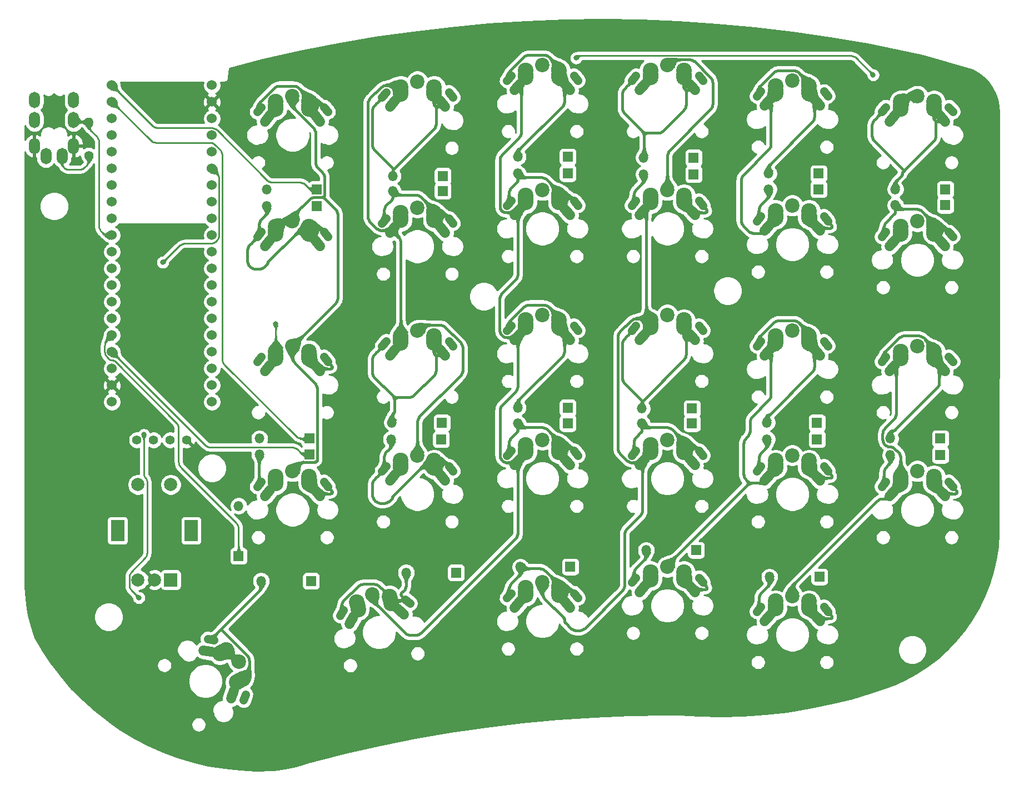
<source format=gbr>
G04 #@! TF.GenerationSoftware,KiCad,Pcbnew,5.1.5+dfsg1-2build2*
G04 #@! TF.CreationDate,2021-01-27T21:50:10+00:00*
G04 #@! TF.ProjectId,grandiceps,6772616e-6469-4636-9570-732e6b696361,rev?*
G04 #@! TF.SameCoordinates,Original*
G04 #@! TF.FileFunction,Copper,L1,Top*
G04 #@! TF.FilePolarity,Positive*
%FSLAX46Y46*%
G04 Gerber Fmt 4.6, Leading zero omitted, Abs format (unit mm)*
G04 Created by KiCad (PCBNEW 5.1.5+dfsg1-2build2) date 2021-01-27 21:50:10*
%MOMM*%
%LPD*%
G04 APERTURE LIST*
%ADD10C,1.524000*%
%ADD11O,1.400000X1.400000*%
%ADD12C,1.400000*%
%ADD13C,1.397000*%
%ADD14O,1.700000X2.500000*%
%ADD15C,2.400000*%
%ADD16C,1.550000*%
%ADD17C,2.200000*%
%ADD18C,1.250000*%
%ADD19R,2.000000X2.000000*%
%ADD20C,2.000000*%
%ADD21R,2.000000X3.200000*%
%ADD22O,1.500000X1.500000*%
%ADD23R,1.500000X1.500000*%
%ADD24C,0.800000*%
%ADD25C,0.200000*%
%ADD26C,0.250000*%
%ADD27C,0.450000*%
%ADD28C,0.254000*%
%ADD29C,0.025400*%
G04 APERTURE END LIST*
D10*
X102591000Y-47167800D03*
X102591000Y-49707800D03*
X102591000Y-52247800D03*
X102591000Y-54787800D03*
X102591000Y-57327800D03*
X102591000Y-59867800D03*
X102591000Y-62407800D03*
X102591000Y-64947800D03*
X102591000Y-67487800D03*
X102591000Y-70027800D03*
X102591000Y-72567800D03*
X102591000Y-75107800D03*
X102591000Y-77647800D03*
X102591000Y-80187800D03*
X102591000Y-82727800D03*
X102591000Y-85267800D03*
X102591000Y-87807800D03*
X102591000Y-90347800D03*
X102591000Y-92887800D03*
X102591000Y-95427800D03*
X117831000Y-95427800D03*
X117831000Y-92887800D03*
X117831000Y-90347800D03*
X117831000Y-87807800D03*
X117831000Y-85267800D03*
X117831000Y-82727800D03*
X117831000Y-80187800D03*
X117831000Y-77647800D03*
X117831000Y-75107800D03*
X117831000Y-72567800D03*
X117831000Y-70027800D03*
X117831000Y-67487800D03*
X117831000Y-64947800D03*
X117831000Y-62407800D03*
X117831000Y-59867800D03*
X117831000Y-57327800D03*
X117831000Y-54787800D03*
X117831000Y-52247800D03*
X117831000Y-49707800D03*
X117831000Y-47167800D03*
D11*
X99060000Y-52781200D03*
D12*
X99060000Y-57861200D03*
D13*
X114021000Y-101244000D03*
X111481000Y-101244000D03*
X108941000Y-101244000D03*
X106401000Y-101244000D03*
D14*
X94987600Y-57951800D03*
X90787600Y-56451800D03*
X90787600Y-52451800D03*
X90787600Y-49451800D03*
X96737600Y-52451800D03*
X96737600Y-49451800D03*
X92537600Y-57951800D03*
X96737600Y-56451800D03*
D15*
X122007114Y-137947705D03*
X121574102Y-138197705D03*
X119034102Y-133798295D03*
X119467114Y-133548295D03*
D16*
X117750210Y-133536973D02*
X116519200Y-133319913D01*
D15*
X122509409Y-137657705D03*
D16*
X120730942Y-140614865D02*
X121158468Y-139440249D01*
D15*
X119969409Y-133258295D03*
D17*
X121949550Y-135048000D03*
D18*
X122605039Y-140911084D02*
X122929959Y-140018376D01*
X118135283Y-131713753D02*
X117199715Y-131548787D01*
D15*
X145026995Y-125683299D03*
X145113819Y-126175703D03*
X140110996Y-127057835D03*
X140024172Y-126565431D03*
D16*
X139426316Y-128174922D02*
X138801316Y-129257454D01*
D15*
X144926279Y-125112110D03*
D16*
X147096829Y-127794731D02*
X146139273Y-126991247D01*
D15*
X139923456Y-125994243D03*
D17*
X142282476Y-124745634D03*
D18*
X148016163Y-126134968D02*
X147288421Y-125524320D01*
X137844753Y-127189493D02*
X137369753Y-128012217D01*
D15*
X170733000Y-124358000D03*
X170733000Y-124858000D03*
X165653000Y-124858000D03*
X165653000Y-124358000D03*
D16*
X164784742Y-125839222D02*
X163981258Y-126796778D01*
D15*
X170733000Y-123778000D03*
D16*
X172404742Y-126796778D02*
X171601258Y-125839222D01*
D15*
X165653000Y-123778000D03*
D17*
X168193000Y-122958000D03*
D18*
X173598324Y-125321871D02*
X172987676Y-124594129D01*
X163398324Y-124594129D02*
X162787676Y-125321871D01*
D15*
X189773000Y-121978000D03*
X189773000Y-122478000D03*
X184693000Y-122478000D03*
X184693000Y-121978000D03*
D16*
X183824742Y-123459222D02*
X183021258Y-124416778D01*
D15*
X189773000Y-121398000D03*
D16*
X191444742Y-124416778D02*
X190641258Y-123459222D01*
D15*
X184693000Y-121398000D03*
D17*
X187233000Y-120578000D03*
D18*
X192638324Y-122941871D02*
X192027676Y-122214129D01*
X182438324Y-122214129D02*
X181827676Y-122941871D01*
D15*
X208813000Y-126418000D03*
X208813000Y-126918000D03*
X203733000Y-126918000D03*
X203733000Y-126418000D03*
D16*
X202864742Y-127899222D02*
X202061258Y-128856778D01*
D15*
X208813000Y-125838000D03*
D16*
X210484742Y-128856778D02*
X209681258Y-127899222D01*
D15*
X203733000Y-125838000D03*
D17*
X206273000Y-125018000D03*
D18*
X211678324Y-127381871D02*
X211067676Y-126654129D01*
X201478324Y-126654129D02*
X200867676Y-127381871D01*
D15*
X132653000Y-107378000D03*
X132653000Y-107878000D03*
X127573000Y-107878000D03*
X127573000Y-107378000D03*
D16*
X126704742Y-108859222D02*
X125901258Y-109816778D01*
D15*
X132653000Y-106798000D03*
D16*
X134324742Y-109816778D02*
X133521258Y-108859222D01*
D15*
X127573000Y-106798000D03*
D17*
X130113000Y-105978000D03*
D18*
X135518324Y-108341871D02*
X134907676Y-107614129D01*
X125318324Y-107614129D02*
X124707676Y-108341871D01*
D15*
X151693000Y-104998000D03*
X151693000Y-105498000D03*
X146613000Y-105498000D03*
X146613000Y-104998000D03*
D16*
X145744742Y-106479222D02*
X144941258Y-107436778D01*
D15*
X151693000Y-104418000D03*
D16*
X153364742Y-107436778D02*
X152561258Y-106479222D01*
D15*
X146613000Y-104418000D03*
D17*
X149153000Y-103598000D03*
D18*
X154558324Y-105961871D02*
X153947676Y-105234129D01*
X144358324Y-105234129D02*
X143747676Y-105961871D01*
D15*
X170733000Y-102618000D03*
X170733000Y-103118000D03*
X165653000Y-103118000D03*
X165653000Y-102618000D03*
D16*
X164784742Y-104099222D02*
X163981258Y-105056778D01*
D15*
X170733000Y-102038000D03*
D16*
X172404742Y-105056778D02*
X171601258Y-104099222D01*
D15*
X165653000Y-102038000D03*
D17*
X168193000Y-101218000D03*
D18*
X173598324Y-103581871D02*
X172987676Y-102854129D01*
X163398324Y-102854129D02*
X162787676Y-103581871D01*
D15*
X189773000Y-102618000D03*
X189773000Y-103118000D03*
X184693000Y-103118000D03*
X184693000Y-102618000D03*
D16*
X183824742Y-104099222D02*
X183021258Y-105056778D01*
D15*
X189773000Y-102038000D03*
D16*
X191444742Y-105056778D02*
X190641258Y-104099222D01*
D15*
X184693000Y-102038000D03*
D17*
X187233000Y-101218000D03*
D18*
X192638324Y-103581871D02*
X192027676Y-102854129D01*
X182438324Y-102854129D02*
X181827676Y-103581871D01*
D15*
X208813000Y-104998000D03*
X208813000Y-105498000D03*
X203733000Y-105498000D03*
X203733000Y-104998000D03*
D16*
X202864742Y-106479222D02*
X202061258Y-107436778D01*
D15*
X208813000Y-104418000D03*
D16*
X210484742Y-107436778D02*
X209681258Y-106479222D01*
D15*
X203733000Y-104418000D03*
D17*
X206273000Y-103598000D03*
D18*
X211678324Y-105961871D02*
X211067676Y-105234129D01*
X201478324Y-105234129D02*
X200867676Y-105961871D01*
D15*
X227853000Y-107378000D03*
X227853000Y-107878000D03*
X222773000Y-107878000D03*
X222773000Y-107378000D03*
D16*
X221904742Y-108859222D02*
X221101258Y-109816778D01*
D15*
X227853000Y-106798000D03*
D16*
X229524742Y-109816778D02*
X228721258Y-108859222D01*
D15*
X222773000Y-106798000D03*
D17*
X225313000Y-105978000D03*
D18*
X230718324Y-108341871D02*
X230107676Y-107614129D01*
X220518324Y-107614129D02*
X219907676Y-108341871D01*
D15*
X132653000Y-88337800D03*
X132653000Y-88837800D03*
X127573000Y-88837800D03*
X127573000Y-88337800D03*
D16*
X126704742Y-89819022D02*
X125901258Y-90776578D01*
D15*
X132653000Y-87757800D03*
D16*
X134324742Y-90776578D02*
X133521258Y-89819022D01*
D15*
X127573000Y-87757800D03*
D17*
X130113000Y-86937800D03*
D18*
X135518324Y-89301671D02*
X134907676Y-88573929D01*
X125318324Y-88573929D02*
X124707676Y-89301671D01*
D15*
X151693000Y-85957800D03*
X151693000Y-86457800D03*
X146613000Y-86457800D03*
X146613000Y-85957800D03*
D16*
X145744742Y-87439022D02*
X144941258Y-88396578D01*
D15*
X151693000Y-85377800D03*
D16*
X153364742Y-88396578D02*
X152561258Y-87439022D01*
D15*
X146613000Y-85377800D03*
D17*
X149153000Y-84557800D03*
D18*
X154558324Y-86921671D02*
X153947676Y-86193929D01*
X144358324Y-86193929D02*
X143747676Y-86921671D01*
D15*
X170733000Y-83577800D03*
X170733000Y-84077800D03*
X165653000Y-84077800D03*
X165653000Y-83577800D03*
D16*
X164784742Y-85059022D02*
X163981258Y-86016578D01*
D15*
X170733000Y-82997800D03*
D16*
X172404742Y-86016578D02*
X171601258Y-85059022D01*
D15*
X165653000Y-82997800D03*
D17*
X168193000Y-82177800D03*
D18*
X173598324Y-84541671D02*
X172987676Y-83813929D01*
X163398324Y-83813929D02*
X162787676Y-84541671D01*
D15*
X189773000Y-83577800D03*
X189773000Y-84077800D03*
X184693000Y-84077800D03*
X184693000Y-83577800D03*
D16*
X183824742Y-85059022D02*
X183021258Y-86016578D01*
D15*
X189773000Y-82997800D03*
D16*
X191444742Y-86016578D02*
X190641258Y-85059022D01*
D15*
X184693000Y-82997800D03*
D17*
X187233000Y-82177800D03*
D18*
X192638324Y-84541671D02*
X192027676Y-83813929D01*
X182438324Y-83813929D02*
X181827676Y-84541671D01*
D15*
X208813000Y-85957800D03*
X208813000Y-86457800D03*
X203733000Y-86457800D03*
X203733000Y-85957800D03*
D16*
X202864742Y-87439022D02*
X202061258Y-88396578D01*
D15*
X208813000Y-85377800D03*
D16*
X210484742Y-88396578D02*
X209681258Y-87439022D01*
D15*
X203733000Y-85377800D03*
D17*
X206273000Y-84557800D03*
D18*
X211678324Y-86921671D02*
X211067676Y-86193929D01*
X201478324Y-86193929D02*
X200867676Y-86921671D01*
D15*
X227853000Y-88337800D03*
X227853000Y-88837800D03*
X222773000Y-88837800D03*
X222773000Y-88337800D03*
D16*
X221904742Y-89819022D02*
X221101258Y-90776578D01*
D15*
X227853000Y-87757800D03*
D16*
X229524742Y-90776578D02*
X228721258Y-89819022D01*
D15*
X222773000Y-87757800D03*
D17*
X225313000Y-86937800D03*
D18*
X230718324Y-89301671D02*
X230107676Y-88573929D01*
X220518324Y-88573929D02*
X219907676Y-89301671D01*
D15*
X132653000Y-69297800D03*
X132653000Y-69797800D03*
X127573000Y-69797800D03*
X127573000Y-69297800D03*
D16*
X126704742Y-70779022D02*
X125901258Y-71736578D01*
D15*
X132653000Y-68717800D03*
D16*
X134324742Y-71736578D02*
X133521258Y-70779022D01*
D15*
X127573000Y-68717800D03*
D17*
X130113000Y-67897800D03*
D18*
X135518324Y-70261671D02*
X134907676Y-69533929D01*
X125318324Y-69533929D02*
X124707676Y-70261671D01*
D15*
X151693000Y-67237800D03*
X151693000Y-67737800D03*
X146613000Y-67737800D03*
X146613000Y-67237800D03*
D16*
X145744742Y-68719022D02*
X144941258Y-69676578D01*
D15*
X151693000Y-66657800D03*
D16*
X153364742Y-69676578D02*
X152561258Y-68719022D01*
D15*
X146613000Y-66657800D03*
D17*
X149153000Y-65837800D03*
D18*
X154558324Y-68201671D02*
X153947676Y-67473929D01*
X144358324Y-67473929D02*
X143747676Y-68201671D01*
D15*
X170733000Y-64537800D03*
X170733000Y-65037800D03*
X165653000Y-65037800D03*
X165653000Y-64537800D03*
D16*
X164784742Y-66019022D02*
X163981258Y-66976578D01*
D15*
X170733000Y-63957800D03*
D16*
X172404742Y-66976578D02*
X171601258Y-66019022D01*
D15*
X165653000Y-63957800D03*
D17*
X168193000Y-63137800D03*
D18*
X173598324Y-65501671D02*
X172987676Y-64773929D01*
X163398324Y-64773929D02*
X162787676Y-65501671D01*
D15*
X189773000Y-64537800D03*
X189773000Y-65037800D03*
X184693000Y-65037800D03*
X184693000Y-64537800D03*
D16*
X183824742Y-66019022D02*
X183021258Y-66976578D01*
D15*
X189773000Y-63957800D03*
D16*
X191444742Y-66976578D02*
X190641258Y-66019022D01*
D15*
X184693000Y-63957800D03*
D17*
X187233000Y-63137800D03*
D18*
X192638324Y-65501671D02*
X192027676Y-64773929D01*
X182438324Y-64773929D02*
X181827676Y-65501671D01*
D15*
X208813000Y-66917800D03*
X208813000Y-67417800D03*
X203733000Y-67417800D03*
X203733000Y-66917800D03*
D16*
X202864742Y-68399022D02*
X202061258Y-69356578D01*
D15*
X208813000Y-66337800D03*
D16*
X210484742Y-69356578D02*
X209681258Y-68399022D01*
D15*
X203733000Y-66337800D03*
D17*
X206273000Y-65517800D03*
D18*
X211678324Y-67881671D02*
X211067676Y-67153929D01*
X201478324Y-67153929D02*
X200867676Y-67881671D01*
D15*
X227853000Y-69297800D03*
X227853000Y-69797800D03*
X222773000Y-69797800D03*
X222773000Y-69297800D03*
D16*
X221904742Y-70779022D02*
X221101258Y-71736578D01*
D15*
X227853000Y-68717800D03*
D16*
X229524742Y-71736578D02*
X228721258Y-70779022D01*
D15*
X222773000Y-68717800D03*
D17*
X225313000Y-67897800D03*
D18*
X230718324Y-70261671D02*
X230107676Y-69533929D01*
X220518324Y-69533929D02*
X219907676Y-70261671D01*
D15*
X132653000Y-50257800D03*
X132653000Y-50757800D03*
X127573000Y-50757800D03*
X127573000Y-50257800D03*
D16*
X126704742Y-51739022D02*
X125901258Y-52696578D01*
D15*
X132653000Y-49677800D03*
D16*
X134324742Y-52696578D02*
X133521258Y-51739022D01*
D15*
X127573000Y-49677800D03*
D17*
X130113000Y-48857800D03*
D18*
X135518324Y-51221671D02*
X134907676Y-50493929D01*
X125318324Y-50493929D02*
X124707676Y-51221671D01*
D15*
X151693000Y-48037800D03*
X151693000Y-48537800D03*
X146613000Y-48537800D03*
X146613000Y-48037800D03*
D16*
X145744742Y-49519022D02*
X144941258Y-50476578D01*
D15*
X151693000Y-47457800D03*
D16*
X153364742Y-50476578D02*
X152561258Y-49519022D01*
D15*
X146613000Y-47457800D03*
D17*
X149153000Y-46637800D03*
D18*
X154558324Y-49001671D02*
X153947676Y-48273929D01*
X144358324Y-48273929D02*
X143747676Y-49001671D01*
D15*
X170733000Y-45497800D03*
X170733000Y-45997800D03*
X165653000Y-45997800D03*
X165653000Y-45497800D03*
D16*
X164784742Y-46979022D02*
X163981258Y-47936578D01*
D15*
X170733000Y-44917800D03*
D16*
X172404742Y-47936578D02*
X171601258Y-46979022D01*
D15*
X165653000Y-44917800D03*
D17*
X168193000Y-44097800D03*
D18*
X173598324Y-46461671D02*
X172987676Y-45733929D01*
X163398324Y-45733929D02*
X162787676Y-46461671D01*
D15*
X189773000Y-45497800D03*
X189773000Y-45997800D03*
X184693000Y-45997800D03*
X184693000Y-45497800D03*
D16*
X183824742Y-46979022D02*
X183021258Y-47936578D01*
D15*
X189773000Y-44917800D03*
D16*
X191444742Y-47936578D02*
X190641258Y-46979022D01*
D15*
X184693000Y-44917800D03*
D17*
X187233000Y-44097800D03*
D18*
X192638324Y-46461671D02*
X192027676Y-45733929D01*
X182438324Y-45733929D02*
X181827676Y-46461671D01*
D15*
X208813000Y-47877800D03*
X208813000Y-48377800D03*
X203733000Y-48377800D03*
X203733000Y-47877800D03*
D16*
X202864742Y-49359022D02*
X202061258Y-50316578D01*
D15*
X208813000Y-47297800D03*
D16*
X210484742Y-50316578D02*
X209681258Y-49359022D01*
D15*
X203733000Y-47297800D03*
D17*
X206273000Y-46477800D03*
D18*
X211678324Y-48841671D02*
X211067676Y-48113929D01*
X201478324Y-48113929D02*
X200867676Y-48841671D01*
D15*
X227853000Y-50257800D03*
X227853000Y-50757800D03*
X222773000Y-50757800D03*
X222773000Y-50257800D03*
D16*
X221904742Y-51739022D02*
X221101258Y-52696578D01*
D15*
X227853000Y-49677800D03*
D16*
X229524742Y-52696578D02*
X228721258Y-51739022D01*
D15*
X222773000Y-49677800D03*
D17*
X225313000Y-48857800D03*
D18*
X230718324Y-51221671D02*
X230107676Y-50493929D01*
X220518324Y-50493929D02*
X219907676Y-51221671D01*
D19*
X111557000Y-122555000D03*
D20*
X109057000Y-122555000D03*
X106557000Y-122555000D03*
D21*
X114657000Y-115055000D03*
X103457000Y-115055000D03*
D20*
X111557000Y-108055000D03*
X106557000Y-108055000D03*
D22*
X164821000Y-120574000D03*
D23*
X172441000Y-120574000D03*
D22*
X183998000Y-118034000D03*
D23*
X191618000Y-118034000D03*
D22*
X202794000Y-122098000D03*
D23*
X210414000Y-122098000D03*
D22*
X125070000Y-103429000D03*
D23*
X132690000Y-103429000D03*
D22*
X145136000Y-101143000D03*
D23*
X152756000Y-101143000D03*
D22*
X164440000Y-98729800D03*
D23*
X172060000Y-98729800D03*
D22*
X183363000Y-98729800D03*
D23*
X190983000Y-98729800D03*
D22*
X202413000Y-101143000D03*
D23*
X210033000Y-101143000D03*
D22*
X221209000Y-103556000D03*
D23*
X228829000Y-103556000D03*
D22*
X125070000Y-101016000D03*
D23*
X132690000Y-101016000D03*
D22*
X145263000Y-98602800D03*
D23*
X152883000Y-98602800D03*
D22*
X164440000Y-96316800D03*
D23*
X172060000Y-96316800D03*
D22*
X183363000Y-96443800D03*
D23*
X190983000Y-96443800D03*
D22*
X202413000Y-98602800D03*
D23*
X210033000Y-98602800D03*
D22*
X221209000Y-101016000D03*
D23*
X228829000Y-101016000D03*
D22*
X126213000Y-65582800D03*
D23*
X133833000Y-65582800D03*
D22*
X145390000Y-63296800D03*
D23*
X153010000Y-63296800D03*
D22*
X164440000Y-60629800D03*
D23*
X172060000Y-60629800D03*
D22*
X183617000Y-60756800D03*
D23*
X191237000Y-60756800D03*
D22*
X202667000Y-63042800D03*
D23*
X210287000Y-63042800D03*
D22*
X221971000Y-65455800D03*
D23*
X229591000Y-65455800D03*
D22*
X121895000Y-111303000D03*
D23*
X121895000Y-118923000D03*
D22*
X125324000Y-122733000D03*
D23*
X132944000Y-122733000D03*
D22*
X147422000Y-121463000D03*
D23*
X155042000Y-121463000D03*
D22*
X126213000Y-63042800D03*
D23*
X133833000Y-63042800D03*
D22*
X145390000Y-61010800D03*
D23*
X153010000Y-61010800D03*
D22*
X164440000Y-58089800D03*
D23*
X172060000Y-58089800D03*
D22*
X183617000Y-58216800D03*
D23*
X191237000Y-58216800D03*
D22*
X202667000Y-60629800D03*
D23*
X210287000Y-60629800D03*
D22*
X221971000Y-63042800D03*
D23*
X229591000Y-63042800D03*
D24*
X105054400Y-87223600D03*
X113207800Y-87172800D03*
X103581200Y-99745800D03*
X96062800Y-99745800D03*
X108712000Y-131826000D03*
X104698800Y-131826000D03*
X110896400Y-129032000D03*
X110896400Y-125933200D03*
X123215400Y-45135800D03*
X123215400Y-48412400D03*
X127254000Y-115163600D03*
X127279400Y-121107200D03*
X187833000Y-139141200D03*
X187833000Y-135229600D03*
X211353400Y-43967400D03*
X225221800Y-77647800D03*
X110337900Y-74171000D03*
X218584000Y-45610800D03*
X173318000Y-43026500D03*
X127558800Y-83591400D03*
X106688600Y-125289000D03*
X107444900Y-100429300D03*
D25*
X127255248Y-121074386D02*
X127256484Y-121078463D01*
X105089398Y-87189781D02*
X105082812Y-87195187D01*
X127254000Y-121065968D02*
X127254417Y-121070208D01*
X127262489Y-121089699D02*
X127265192Y-121092992D01*
X127258115Y-121082400D02*
X127260123Y-121086157D01*
X105120023Y-87175296D02*
X105111869Y-87177769D01*
X105136859Y-87172800D02*
X105128380Y-87173635D01*
X105103997Y-87181030D02*
X105096482Y-87185047D01*
X127255248Y-121074386D02*
X127254417Y-121070208D01*
X105089398Y-87189781D02*
X105096482Y-87185047D01*
X127262489Y-121089699D02*
X127260123Y-121086157D01*
X105120023Y-87175296D02*
X105128380Y-87173635D01*
X105111869Y-87177769D02*
X105103997Y-87181030D01*
X127256484Y-121078463D02*
X127258115Y-121082400D01*
X105082812Y-87195187D02*
X105054400Y-87223600D01*
X105136859Y-87172800D02*
X113207800Y-87172800D01*
X103581200Y-99745800D02*
X96062800Y-99745800D01*
X110896400Y-125933200D02*
X110896400Y-129032000D01*
X108712000Y-131826000D02*
X104698800Y-131826000D01*
X123215400Y-48412400D02*
X123215400Y-45135800D01*
X127265192Y-121092992D02*
X127279400Y-121107200D01*
X127254000Y-121065968D02*
X127254000Y-115163600D01*
X187833000Y-135229600D02*
X187833000Y-139141200D01*
D26*
X98793586Y-59302882D02*
X98708786Y-59406211D01*
X98231538Y-59828050D02*
X98113651Y-59891062D01*
X98446011Y-59668986D02*
X98342682Y-59753786D01*
X95458473Y-59883153D02*
X95542553Y-59928095D01*
X95079702Y-59465245D02*
X95124644Y-59549324D01*
X99020818Y-58822440D02*
X98982016Y-58950355D01*
X97731137Y-60007097D02*
X97598109Y-60020200D01*
X95305506Y-59769706D02*
X95379202Y-59830187D01*
X94987600Y-59097548D02*
X94996944Y-59192427D01*
X95630632Y-59964579D02*
X95721864Y-59992254D01*
X95177610Y-59628595D02*
X95238091Y-59702291D01*
X99060000Y-58558309D02*
X99046897Y-58691337D01*
X98930862Y-59073851D02*
X98867850Y-59191738D01*
X97990155Y-59942216D02*
X97862240Y-59981019D01*
X95015543Y-59285933D02*
X95043218Y-59377165D01*
X95815370Y-60010854D02*
X95910249Y-60020200D01*
X98231538Y-59828050D02*
X98342682Y-59753786D01*
X95458473Y-59883153D02*
X95379202Y-59830187D01*
X95721864Y-59992254D02*
X95815370Y-60010854D01*
X97731137Y-60007097D02*
X97862240Y-59981019D01*
X99020818Y-58822440D02*
X99046897Y-58691337D01*
X94996944Y-59192427D02*
X95015543Y-59285933D01*
X95124644Y-59549324D02*
X95177610Y-59628595D01*
X98793586Y-59302882D02*
X98867850Y-59191738D01*
X95542553Y-59928095D02*
X95630632Y-59964579D01*
X95079702Y-59465245D02*
X95043218Y-59377165D01*
X98113651Y-59891062D02*
X97990155Y-59942216D01*
X98982016Y-58950355D02*
X98930862Y-59073851D01*
X99060000Y-58558309D02*
X99060000Y-57861200D01*
X98708786Y-59406211D02*
X98446011Y-59668986D01*
X94987600Y-59097548D02*
X94987600Y-57951800D01*
X95305506Y-59769706D02*
X95238091Y-59702291D01*
X97598109Y-60020200D02*
X95910249Y-60020200D01*
D27*
X228232649Y-52673772D02*
X228221278Y-52655219D01*
X228248232Y-52662576D02*
X228232649Y-52673772D01*
X228221278Y-52655219D02*
X228248232Y-52662576D01*
X228174207Y-52770108D02*
X228167103Y-52749861D01*
X228191580Y-52745809D02*
X228174207Y-52770108D01*
X228167103Y-52749861D02*
X228191580Y-52745809D01*
X223332455Y-60179899D02*
X223339401Y-60157598D01*
X223347355Y-60164986D02*
X223332455Y-60179899D01*
X223339401Y-60157598D02*
X223347355Y-60164986D01*
X223083394Y-60445374D02*
X223065227Y-60479418D01*
X227853000Y-50664050D02*
X227853000Y-50726550D01*
X223050479Y-60515077D02*
X223039293Y-60552006D01*
X219148767Y-52101492D02*
X219052243Y-52204506D01*
X228149000Y-52844290D02*
X228142679Y-52796541D01*
X228157116Y-52807329D02*
X228149000Y-52844290D01*
X228142679Y-52796541D02*
X228157116Y-52807329D01*
X223016692Y-60743077D02*
X223005494Y-60779999D01*
X223338733Y-60142850D02*
X223327805Y-60130253D01*
X223348968Y-60127236D02*
X223338733Y-60142850D01*
X223327805Y-60130253D02*
X223348968Y-60127236D01*
X227853000Y-50789050D02*
X227853000Y-50851550D01*
X218750311Y-52512803D02*
X218665489Y-52616102D01*
X218438179Y-55062541D02*
X218476980Y-55190457D01*
X223205094Y-60111397D02*
X223185030Y-60081324D01*
X223222423Y-60104818D02*
X223205094Y-60111397D01*
X223185030Y-60081324D02*
X223222423Y-60104818D01*
X228149000Y-54866911D02*
X228135897Y-54999937D01*
X219529689Y-51672059D02*
X219436651Y-51780494D01*
X222990732Y-60815645D02*
X222972547Y-60849673D01*
X228284855Y-52687366D02*
X228293839Y-52670967D01*
X228334932Y-52674700D02*
X228284855Y-52687366D01*
X228293839Y-52670967D02*
X228334932Y-52674700D01*
X227853000Y-50914050D02*
X227853000Y-50976550D01*
X218477006Y-52968566D02*
X218438191Y-53096467D01*
X218665407Y-55542987D02*
X218750205Y-55646318D01*
X227867550Y-52291655D02*
X227881960Y-52339225D01*
X228618001Y-52638930D02*
X228559322Y-52656728D01*
X218528133Y-55313953D02*
X218591144Y-55431842D01*
X222048970Y-61972132D02*
X222010173Y-62100054D01*
X228499181Y-52668690D02*
X228438158Y-52674700D01*
X223028000Y-60666839D02*
X223024218Y-60705236D01*
X227882578Y-55611473D02*
X227797776Y-55714799D01*
X223222600Y-60237089D02*
X223225962Y-60216171D01*
X223235543Y-60237064D02*
X223222600Y-60237089D01*
X223225962Y-60216171D02*
X223235543Y-60237064D01*
X218412106Y-53227559D02*
X218399000Y-53360577D01*
X228728733Y-52586566D02*
X228674653Y-52615468D01*
X223225937Y-60176488D02*
X223219026Y-60145148D01*
X223237845Y-60152375D02*
X223225937Y-60176488D01*
X223219026Y-60145148D02*
X223237845Y-60152375D01*
X228122966Y-52630781D02*
X228128163Y-52616861D01*
X228152063Y-52628495D02*
X228122966Y-52630781D01*
X228128163Y-52616861D02*
X228152063Y-52628495D01*
X227951951Y-52470369D02*
X227983425Y-52508790D01*
X228096487Y-52656651D02*
X228083264Y-52632233D01*
X228105455Y-52638434D02*
X228096487Y-52656651D01*
X228083264Y-52632233D02*
X228105455Y-52638434D01*
X228019858Y-55382447D02*
X227956844Y-55500332D01*
X223129258Y-60383421D02*
X223104807Y-60413273D01*
X223031776Y-60589852D02*
X223028000Y-60628252D01*
X228109818Y-55131039D02*
X228071014Y-55258952D01*
X228049987Y-52582364D02*
X228018485Y-52543921D01*
X228071151Y-52582631D02*
X228049987Y-52582364D01*
X228018485Y-52543921D02*
X228071151Y-52582631D01*
X218399000Y-54798408D02*
X218412101Y-54931437D01*
X218954598Y-52306458D02*
X218855843Y-52407336D01*
X222163120Y-61730731D02*
X222100117Y-61848628D01*
X218591205Y-52727220D02*
X218528175Y-52845087D01*
X222951115Y-60881756D02*
X222926643Y-60911583D01*
X228132163Y-52749176D02*
X228123619Y-52722239D01*
X228146741Y-52742215D02*
X228132163Y-52749176D01*
X228123619Y-52722239D02*
X228146741Y-52742215D01*
X219342433Y-51887906D02*
X219247045Y-51994279D01*
X228221473Y-52719288D02*
X228231942Y-52693987D01*
X228243080Y-52705443D02*
X228221473Y-52719288D01*
X228231942Y-52693987D02*
X228243080Y-52705443D01*
X223388139Y-60113274D02*
X223417610Y-60094695D01*
X223384495Y-60127822D02*
X223388139Y-60113274D01*
X223417610Y-60094695D02*
X223384495Y-60127822D01*
X227900962Y-52385165D02*
X227924362Y-52429011D01*
X221984100Y-62231162D02*
X221971000Y-62364195D01*
X227853000Y-52193436D02*
X227857865Y-52242902D01*
X228827124Y-52513608D02*
X228779721Y-52552503D01*
X223180865Y-60331704D02*
X223206714Y-60284362D01*
X223210647Y-60301866D02*
X223180865Y-60331704D01*
X223206714Y-60284362D02*
X223210647Y-60301866D01*
X223256265Y-60137704D02*
X223257839Y-60120029D01*
X223286191Y-60126964D02*
X223256265Y-60137704D01*
X223257839Y-60120029D02*
X223286191Y-60126964D01*
X223246375Y-60266080D02*
X223246478Y-60248482D01*
X223262453Y-60249980D02*
X223246375Y-60266080D01*
X223246478Y-60248482D02*
X223262453Y-60249980D01*
X227853000Y-50539050D02*
X227853000Y-50601550D01*
X222322165Y-61516233D02*
X222237375Y-61619576D01*
X227853000Y-50664050D02*
X227853000Y-50601550D01*
X218665407Y-55542987D02*
X218591144Y-55431842D01*
X228083264Y-52632233D02*
X228049987Y-52582364D01*
X228122966Y-52630781D02*
X228105455Y-52638434D01*
X228128163Y-52616861D02*
X228071151Y-52582631D01*
X228559322Y-52656728D02*
X228499181Y-52668690D01*
X227882578Y-55611473D02*
X227956844Y-55500332D01*
X228142679Y-52796541D02*
X228132163Y-52749176D01*
X228174207Y-52770108D02*
X228157116Y-52807329D01*
X228167103Y-52749861D02*
X228146741Y-52742215D01*
X223222600Y-60237089D02*
X223206714Y-60284362D01*
X223210647Y-60301866D02*
X223246375Y-60266080D01*
X223235543Y-60237064D02*
X223246478Y-60248482D01*
X227853000Y-50851550D02*
X227853000Y-50914050D01*
X222972547Y-60849673D02*
X222951115Y-60881756D01*
X227951951Y-52470369D02*
X227924362Y-52429011D01*
X228728733Y-52586566D02*
X228779721Y-52552503D01*
X223205094Y-60111397D02*
X223219026Y-60145148D01*
X223237845Y-60152375D02*
X223256265Y-60137704D01*
X223222423Y-60104818D02*
X223257839Y-60120029D01*
X227867550Y-52291655D02*
X227857865Y-52242902D01*
X223339401Y-60157598D02*
X223338733Y-60142850D01*
X223347355Y-60164986D02*
X223384495Y-60127822D01*
X223348968Y-60127236D02*
X223388139Y-60113274D01*
X228232649Y-52673772D02*
X228231942Y-52693987D01*
X228284855Y-52687366D02*
X228243080Y-52705443D01*
X228248232Y-52662576D02*
X228293839Y-52670967D01*
X218438191Y-53096467D02*
X218412106Y-53227559D01*
X222163120Y-61730731D02*
X222237375Y-61619576D01*
X219052243Y-52204506D02*
X218954598Y-52306458D01*
X218665489Y-52616102D02*
X218591205Y-52727220D01*
X218438179Y-55062541D02*
X218412101Y-54931437D01*
X223083394Y-60445374D02*
X223104807Y-60413273D01*
X219436651Y-51780494D02*
X219342433Y-51887906D01*
X228135897Y-54999937D02*
X228109818Y-55131039D01*
X223016692Y-60743077D02*
X223024218Y-60705236D01*
X222010173Y-62100054D02*
X221984100Y-62231162D01*
X223039293Y-60552006D02*
X223031776Y-60589852D01*
X228019858Y-55382447D02*
X228071014Y-55258952D01*
X222048970Y-61972132D02*
X222100117Y-61848628D01*
X228618001Y-52638930D02*
X228674653Y-52615468D01*
X223065227Y-60479418D02*
X223050479Y-60515077D01*
X227881960Y-52339225D02*
X227900962Y-52385165D01*
X223225962Y-60216171D02*
X223225937Y-60176488D01*
X223332455Y-60179899D02*
X223262453Y-60249980D01*
X223327805Y-60130253D02*
X223286191Y-60126964D01*
X228096487Y-52656651D02*
X228123619Y-52722239D01*
X228191580Y-52745809D02*
X228221473Y-52719288D01*
X228221278Y-52655219D02*
X228152063Y-52628495D01*
X223005494Y-60779999D02*
X222990732Y-60815645D01*
X227853000Y-50726550D02*
X227853000Y-50789050D01*
X218476980Y-55190457D02*
X218528133Y-55313953D01*
X218477006Y-52968566D02*
X218528175Y-52845087D01*
X219148767Y-52101492D02*
X219247045Y-51994279D01*
X227853000Y-50539050D02*
X227853000Y-50257800D01*
X227983425Y-52508790D02*
X228018485Y-52543921D01*
X227853000Y-50976550D02*
X227853000Y-52193436D01*
X228827124Y-52513608D02*
X229123000Y-52217800D01*
X228334932Y-52674700D02*
X228438158Y-52674700D01*
X227797776Y-55714799D02*
X223417610Y-60094695D01*
X228149000Y-52844290D02*
X228149000Y-54866911D01*
X219529689Y-51672059D02*
X220213000Y-50857800D01*
X218750311Y-52512803D02*
X218855843Y-52407336D01*
X218399000Y-53360577D02*
X218399000Y-54798408D01*
X223185030Y-60081324D02*
X218750205Y-55646318D01*
X221971000Y-62364195D02*
X221971000Y-63042800D01*
X222926643Y-60911583D02*
X222322165Y-61516233D01*
X223028000Y-60666839D02*
X223028000Y-60628252D01*
X223129258Y-60383421D02*
X223180865Y-60331704D01*
D26*
X109204644Y-53599114D02*
X109332559Y-53637918D01*
X133104856Y-63030307D02*
X133231747Y-63042800D01*
X131318335Y-61980597D02*
X131185297Y-61967500D01*
X126411264Y-61775345D02*
X126529150Y-61838359D01*
X132422899Y-62707917D02*
X132521484Y-62788776D01*
X126911661Y-61954397D02*
X127044688Y-61967500D01*
X126196794Y-61616278D02*
X126300121Y-61701080D01*
X126652644Y-61889514D02*
X126780559Y-61928318D01*
X131700894Y-62096593D02*
X131818803Y-62159586D01*
X108963264Y-53484945D02*
X109081150Y-53547959D01*
X132857783Y-62968444D02*
X132979801Y-63005442D01*
X131449450Y-62006666D02*
X131577380Y-62045456D01*
X118025438Y-53716280D02*
X118153353Y-53755084D01*
X109463661Y-53663997D02*
X109596688Y-53677100D01*
X108748794Y-53325878D02*
X108852121Y-53410680D01*
X117894337Y-53690202D02*
X117761310Y-53677100D01*
X131929973Y-62233828D02*
X132033334Y-62318605D01*
X132627517Y-62859588D02*
X132739977Y-62919670D01*
X118276848Y-53806239D02*
X118394734Y-53869252D01*
X118505875Y-53943517D02*
X118609202Y-54028319D01*
X132521484Y-62788776D02*
X132627517Y-62859588D01*
X133104856Y-63030307D02*
X132979801Y-63005442D01*
X109332559Y-53637918D02*
X109463661Y-53663997D01*
X126911661Y-61954397D02*
X126780559Y-61928318D01*
X118394734Y-53869252D02*
X118505875Y-53943517D01*
X126411264Y-61775345D02*
X126300121Y-61701080D01*
X131818803Y-62159586D02*
X131929973Y-62233828D01*
X118025438Y-53716280D02*
X117894337Y-53690202D01*
X131318335Y-61980597D02*
X131449450Y-62006666D01*
X108963264Y-53484945D02*
X108852121Y-53410680D01*
X131700894Y-62096593D02*
X131577380Y-62045456D01*
X132857783Y-62968444D02*
X132739977Y-62919670D01*
X109204644Y-53599114D02*
X109081150Y-53547959D01*
X126529150Y-61838359D02*
X126652644Y-61889514D01*
X118153353Y-53755084D02*
X118276848Y-53806239D01*
X133231747Y-63042800D02*
X133833000Y-63042800D01*
X132422899Y-62707917D02*
X132033334Y-62318605D01*
X131185297Y-61967500D02*
X127044688Y-61967500D01*
X126196794Y-61616278D02*
X118609202Y-54028319D01*
X109596688Y-53677100D02*
X117761310Y-53677100D01*
X108748794Y-53325878D02*
X102591000Y-47167800D01*
D27*
X209955997Y-49865083D02*
X209941112Y-49928938D01*
X204223689Y-44943100D02*
X204090661Y-44956201D01*
X201340196Y-47378115D02*
X201285366Y-47480694D01*
X208867996Y-48406809D02*
X208863340Y-48406300D01*
X208733467Y-46774827D02*
X208759548Y-46823607D01*
X208822353Y-48386664D02*
X208825331Y-48390351D01*
X209633512Y-50503216D02*
X209626000Y-50579489D01*
X202680101Y-59818161D02*
X202667000Y-59951188D01*
X208872569Y-48407822D02*
X208877004Y-48409327D01*
X206691446Y-44982272D02*
X206819369Y-45021067D01*
X202744981Y-59559142D02*
X202706179Y-59687058D01*
X209586819Y-52262840D02*
X209548016Y-52390755D01*
X208813000Y-47443550D02*
X208813000Y-47501850D01*
X203959558Y-44982279D02*
X203831643Y-45021082D01*
X208807576Y-46981892D02*
X208813000Y-47036941D01*
X209626000Y-51998709D02*
X209612897Y-52131737D01*
X208888970Y-48416584D02*
X208892354Y-48419822D01*
X208813000Y-47209772D02*
X208813000Y-47266919D01*
X201478606Y-47191491D02*
X201404817Y-47281403D01*
X203708146Y-45072235D02*
X203590259Y-45135247D01*
X208813000Y-47659050D02*
X208813000Y-47721550D01*
X203018209Y-59103283D02*
X202933409Y-59206613D01*
X201184400Y-47813538D02*
X201173000Y-47929292D01*
X208667630Y-46686085D02*
X208702729Y-46728838D01*
X209896304Y-49615457D02*
X209928483Y-49672586D01*
X208813000Y-47326950D02*
X208813000Y-47385250D01*
X208836209Y-48399422D02*
X208840370Y-48401676D01*
X208813000Y-48360194D02*
X208813459Y-48364916D01*
X206942875Y-45072212D02*
X207060775Y-45135212D01*
X209914705Y-49988954D02*
X209877682Y-50043069D01*
X209822591Y-50098149D02*
X209776792Y-50153944D01*
X208780721Y-46874709D02*
X208796782Y-46927640D01*
X208813000Y-47784050D02*
X208813000Y-47846550D01*
X209496863Y-52514252D02*
X209433851Y-52632139D01*
X202859146Y-59317758D02*
X202796134Y-59435646D01*
X208813000Y-47909050D02*
X208813000Y-47971550D01*
X203479115Y-45209511D02*
X203375786Y-45294311D01*
X208817535Y-48378514D02*
X208819746Y-48382706D01*
X208814374Y-48369571D02*
X208815736Y-48374115D01*
X201240856Y-47588154D02*
X201207092Y-47699459D01*
X208813000Y-48034050D02*
X208813000Y-48096550D01*
X209949573Y-49734670D02*
X209958850Y-49799578D01*
X208881248Y-48411305D02*
X208885253Y-48413734D01*
X209670717Y-50354705D02*
X209648466Y-50428046D01*
X209736685Y-50213959D02*
X209702653Y-50277618D01*
X208844754Y-48403515D02*
X208849265Y-48404900D01*
X209359588Y-52743284D02*
X209274788Y-52846614D01*
X208813000Y-47095479D02*
X208813000Y-47152626D01*
X208828657Y-48393736D02*
X208832292Y-48396767D01*
X207171933Y-45209463D02*
X207275281Y-45294250D01*
X208853893Y-48405832D02*
X208858589Y-48406300D01*
X206560336Y-44956199D02*
X206427302Y-44943100D01*
X209928483Y-49672586D02*
X209949573Y-49734670D01*
X208888970Y-48416584D02*
X208885253Y-48413734D01*
X206691446Y-44982272D02*
X206560336Y-44956199D01*
X208733467Y-46774827D02*
X208702729Y-46728838D01*
X202933409Y-59206613D02*
X202859146Y-59317758D01*
X209586819Y-52262840D02*
X209612897Y-52131737D01*
X208849265Y-48404900D02*
X208853893Y-48405832D01*
X207060775Y-45135212D02*
X207171933Y-45209463D01*
X203590259Y-45135247D02*
X203479115Y-45209511D01*
X209941112Y-49928938D02*
X209914705Y-49988954D01*
X209776792Y-50153944D02*
X209736685Y-50213959D01*
X208813000Y-47209772D02*
X208813000Y-47152626D01*
X208813459Y-48364916D02*
X208814374Y-48369571D01*
X209633512Y-50503216D02*
X209648466Y-50428046D01*
X208807576Y-46981892D02*
X208796782Y-46927640D01*
X208822353Y-48386664D02*
X208819746Y-48382706D01*
X208813000Y-47721550D02*
X208813000Y-47784050D01*
X204090661Y-44956201D02*
X203959558Y-44982279D01*
X202680101Y-59818161D02*
X202706179Y-59687058D01*
X208867996Y-48406809D02*
X208872569Y-48407822D01*
X201340196Y-47378115D02*
X201404817Y-47281403D01*
X201184400Y-47813538D02*
X201207092Y-47699459D01*
X208813000Y-47971550D02*
X208813000Y-48034050D01*
X208836209Y-48399422D02*
X208832292Y-48396767D01*
X208813000Y-47443550D02*
X208813000Y-47385250D01*
X209433851Y-52632139D02*
X209359588Y-52743284D01*
X208817535Y-48378514D02*
X208815736Y-48374115D01*
X208759548Y-46823607D02*
X208780721Y-46874709D01*
X203831643Y-45021082D02*
X203708146Y-45072235D01*
X206819369Y-45021067D02*
X206942875Y-45072212D01*
X208840370Y-48401676D02*
X208844754Y-48403515D01*
X209670717Y-50354705D02*
X209702653Y-50277618D01*
X208813000Y-47266919D02*
X208813000Y-47326950D01*
X208813000Y-47846550D02*
X208813000Y-47909050D01*
X209548016Y-52390755D02*
X209496863Y-52514252D01*
X209955997Y-49865083D02*
X209958850Y-49799578D01*
X201285366Y-47480694D02*
X201240856Y-47588154D01*
X202744981Y-59559142D02*
X202796134Y-59435646D01*
X208877004Y-48409327D02*
X208881248Y-48411305D01*
X208813000Y-47501850D02*
X208813000Y-47659050D01*
X201173000Y-47929292D02*
X201173000Y-48477800D01*
X201478606Y-47191491D02*
X203375786Y-45294311D01*
X204223689Y-44943100D02*
X206427302Y-44943100D01*
X208667630Y-46686085D02*
X207275281Y-45294250D01*
X208813000Y-47036941D02*
X208813000Y-47095479D01*
X208825331Y-48390351D02*
X208828657Y-48393736D01*
X208863340Y-48406300D02*
X208858589Y-48406300D01*
X208892354Y-48419822D02*
X209896304Y-49615457D01*
X208813000Y-48360194D02*
X208813000Y-48096550D01*
X202667000Y-59951188D02*
X202667000Y-60629800D01*
X203018209Y-59103283D02*
X209274788Y-52846614D01*
X209626000Y-50579489D02*
X209626000Y-51998709D01*
X209877682Y-50043069D02*
X209822591Y-50098149D01*
X190069000Y-48084290D02*
X190062679Y-48036541D01*
X190077116Y-48047329D02*
X190069000Y-48084290D01*
X190062679Y-48036541D02*
X190077116Y-48047329D01*
X189773000Y-46154050D02*
X189773000Y-46216550D01*
X183686411Y-56946640D02*
X183682858Y-56958407D01*
X180686711Y-47736518D02*
X180602758Y-47838781D01*
X190538001Y-47878930D02*
X190479322Y-47896728D01*
X186615226Y-54115898D02*
X186511893Y-54200696D01*
X183646459Y-54670104D02*
X183625521Y-54604344D01*
X183682032Y-54652858D02*
X183646459Y-54670104D01*
X183625521Y-54604344D02*
X183682032Y-54652858D01*
X190419181Y-47908690D02*
X190358158Y-47914700D01*
X180339000Y-50619308D02*
X180352101Y-50752336D01*
X180529234Y-47948783D02*
X180466849Y-48065462D01*
X190042966Y-47870781D02*
X190048163Y-47856861D01*
X190072063Y-47868495D02*
X190042966Y-47870781D01*
X190048163Y-47856861D02*
X190072063Y-47868495D01*
X181441773Y-46921491D02*
X181351026Y-47027260D01*
X183750574Y-54720795D02*
X183731634Y-54671159D01*
X183790294Y-54659715D02*
X183750574Y-54720795D01*
X183731634Y-54671159D02*
X183790294Y-54659715D01*
X180351971Y-48444072D02*
X180339000Y-48575745D01*
X184018561Y-54500692D02*
X184039382Y-54457072D01*
X184143228Y-54467100D02*
X184018561Y-54500692D01*
X184039382Y-54457072D02*
X184143228Y-54467100D01*
X189787550Y-47531655D02*
X189801960Y-47579225D01*
X183678174Y-56969772D02*
X183672402Y-56980625D01*
X189871951Y-47710369D02*
X189903425Y-47748790D01*
X186400746Y-54274957D02*
X186282856Y-54337966D01*
X180416205Y-48187696D02*
X180377789Y-48314306D01*
X190204855Y-47927366D02*
X190213839Y-47910967D01*
X190254932Y-47914700D02*
X190204855Y-47927366D01*
X190213839Y-47910967D02*
X190254932Y-47914700D01*
X183618199Y-57074915D02*
X183617000Y-57087148D01*
X190029817Y-50429839D02*
X189991013Y-50557752D01*
X183690000Y-56922349D02*
X183688800Y-56934582D01*
X186159358Y-54389119D02*
X186031441Y-54427920D01*
X189969987Y-47822364D02*
X189938485Y-47783921D01*
X189991151Y-47822631D02*
X189969987Y-47822364D01*
X189938485Y-47783921D02*
X189991151Y-47822631D01*
X180378179Y-50883440D02*
X180416980Y-51011356D01*
X190016487Y-47896651D02*
X190003264Y-47872233D01*
X190025455Y-47878434D02*
X190016487Y-47896651D01*
X190003264Y-47872233D02*
X190025455Y-47878434D01*
X183690000Y-54913741D02*
X183673581Y-54791243D01*
X183709221Y-54818950D02*
X183690000Y-54913741D01*
X183673581Y-54791243D02*
X183709221Y-54818950D01*
X190069000Y-50165711D02*
X190055897Y-50298737D01*
X183624139Y-57051090D02*
X183620586Y-57062857D01*
X181069164Y-47341546D02*
X180975747Y-47441259D01*
X180881247Y-47539945D02*
X180785673Y-47637593D01*
X183886974Y-54463610D02*
X183855236Y-54414214D01*
X183926738Y-54435004D02*
X183886974Y-54463610D01*
X183855236Y-54414214D02*
X183926738Y-54435004D01*
X190052163Y-47989176D02*
X190043619Y-47962239D01*
X190066741Y-47982215D02*
X190052163Y-47989176D01*
X190043619Y-47962239D02*
X190066741Y-47982215D01*
X183619377Y-54352571D02*
X183634221Y-54316650D01*
X183696889Y-54348623D02*
X183619377Y-54352571D01*
X183634221Y-54316650D02*
X183696889Y-54348623D01*
X189773000Y-47433436D02*
X189777865Y-47482902D01*
X190141473Y-47959288D02*
X190151941Y-47933987D01*
X190163080Y-47945443D02*
X190141473Y-47959288D01*
X190151941Y-47933987D02*
X190163080Y-47945443D01*
X190747124Y-47753608D02*
X190699720Y-47792503D01*
X183649167Y-57009109D02*
X183641398Y-57018634D01*
X183423590Y-54219211D02*
X183338746Y-54115835D01*
X183480286Y-54221486D02*
X183423590Y-54219211D01*
X183338746Y-54115835D02*
X183480286Y-54221486D01*
X183548436Y-54418241D02*
X183513529Y-54353817D01*
X183572911Y-54371125D02*
X183548436Y-54418241D01*
X183513529Y-54353817D02*
X183572911Y-54371125D01*
X180468133Y-51134853D02*
X180531144Y-51252742D01*
X189820962Y-47625165D02*
X189844362Y-47669011D01*
X189773000Y-45779050D02*
X189773000Y-45841550D01*
X183634595Y-57028872D02*
X183628824Y-57039725D01*
X183864056Y-54585953D02*
X183887966Y-54517826D01*
X183919394Y-54546956D02*
X183864056Y-54585953D01*
X183887966Y-54517826D02*
X183919394Y-54546956D01*
X183665599Y-56990863D02*
X183657830Y-57000388D01*
X181259129Y-47132031D02*
X181166093Y-47235792D01*
X189939857Y-50681246D02*
X189876842Y-50799130D01*
X180605407Y-51363886D02*
X180690207Y-51467217D01*
X189773000Y-45904050D02*
X189773000Y-45966550D01*
X190648733Y-47826566D02*
X190594653Y-47855468D01*
X190152649Y-47913772D02*
X190141278Y-47895219D01*
X190168232Y-47902576D02*
X190152649Y-47913772D01*
X190141278Y-47895219D02*
X190168232Y-47902576D01*
X189773000Y-46029050D02*
X189773000Y-46091550D01*
X189802576Y-50910271D02*
X189717773Y-51013597D01*
X190094208Y-48010108D02*
X190087103Y-47989861D01*
X190111581Y-47985809D02*
X190094208Y-48010108D01*
X190087103Y-47989861D02*
X190111581Y-47985809D01*
X185900337Y-54453998D02*
X185767308Y-54467100D01*
X181351026Y-47027260D02*
X181259129Y-47132031D01*
X190029817Y-50429839D02*
X190055897Y-50298737D01*
X189876842Y-50799130D02*
X189802576Y-50910271D01*
X190062679Y-48036541D02*
X190052163Y-47989176D01*
X190077116Y-48047329D02*
X190094208Y-48010108D01*
X190066741Y-47982215D02*
X190087103Y-47989861D01*
X190699720Y-47792503D02*
X190648733Y-47826566D01*
X180975747Y-47441259D02*
X180881247Y-47539945D01*
X180351971Y-48444072D02*
X180377789Y-48314306D01*
X180352101Y-50752336D02*
X180378179Y-50883440D01*
X186511893Y-54200696D02*
X186400746Y-54274957D01*
X180602758Y-47838781D02*
X180529234Y-47948783D01*
X189787550Y-47531655D02*
X189777865Y-47482902D01*
X189871951Y-47710369D02*
X189844362Y-47669011D01*
X186031441Y-54427920D02*
X185900337Y-54453998D01*
X183618199Y-57074915D02*
X183620586Y-57062857D01*
X190151941Y-47933987D02*
X190152649Y-47913772D01*
X190204855Y-47927366D02*
X190163080Y-47945443D01*
X190213839Y-47910967D02*
X190168232Y-47902576D01*
X183686411Y-56946640D02*
X183688800Y-56934582D01*
X183641398Y-57018634D02*
X183634595Y-57028872D01*
X180531144Y-51252742D02*
X180605407Y-51363886D01*
X183886974Y-54463610D02*
X183887966Y-54517826D01*
X184018561Y-54500692D02*
X183919394Y-54546956D01*
X184039382Y-54457072D02*
X183926738Y-54435004D01*
X183423590Y-54219211D02*
X183513529Y-54353817D01*
X183619377Y-54352571D02*
X183572911Y-54371125D01*
X183634221Y-54316650D02*
X183480286Y-54221486D01*
X183672402Y-56980625D02*
X183665599Y-56990863D01*
X189773000Y-45841550D02*
X189773000Y-45904050D01*
X183646459Y-54670104D02*
X183673581Y-54791243D01*
X183750574Y-54720795D02*
X183709221Y-54818950D01*
X183682032Y-54652858D02*
X183731634Y-54671159D01*
X190479322Y-47896728D02*
X190419181Y-47908690D01*
X189969987Y-47822364D02*
X190003264Y-47872233D01*
X190042966Y-47870781D02*
X190025455Y-47878434D01*
X190048163Y-47856861D02*
X189991151Y-47822631D01*
X189773000Y-46154050D02*
X189773000Y-46091550D01*
X186282856Y-54337966D02*
X186159358Y-54389119D01*
X183682858Y-56958407D02*
X183678174Y-56969772D01*
X189801960Y-47579225D02*
X189820962Y-47625165D01*
X180466849Y-48065462D02*
X180416205Y-48187696D01*
X190538001Y-47878930D02*
X190594653Y-47855468D01*
X183625521Y-54604344D02*
X183548436Y-54418241D01*
X183790294Y-54659715D02*
X183864056Y-54585953D01*
X183855236Y-54414214D02*
X183696889Y-54348623D01*
X189773000Y-45966550D02*
X189773000Y-46029050D01*
X189991013Y-50557752D02*
X189939857Y-50681246D01*
X183624139Y-57051090D02*
X183628824Y-57039725D01*
X180416980Y-51011356D02*
X180468133Y-51134853D01*
X181069164Y-47341546D02*
X181166093Y-47235792D01*
X190016487Y-47896651D02*
X190043619Y-47962239D01*
X190141473Y-47959288D02*
X190111581Y-47985809D01*
X190072063Y-47868495D02*
X190141278Y-47895219D01*
X189773000Y-45779050D02*
X189773000Y-45497800D01*
X189903425Y-47748790D02*
X189938485Y-47783921D01*
X189773000Y-46216550D02*
X189773000Y-47433436D01*
X190747124Y-47753608D02*
X191043000Y-47457800D01*
X190358158Y-47914700D02*
X190254932Y-47914700D01*
X184143228Y-54467100D02*
X185767308Y-54467100D01*
X186615226Y-54115898D02*
X189717773Y-51013597D01*
X190069000Y-48084290D02*
X190069000Y-50165711D01*
X181441773Y-46921491D02*
X182133000Y-46097800D01*
X180686711Y-47736518D02*
X180785673Y-47637593D01*
X180339000Y-50619308D02*
X180339000Y-48575745D01*
X183338746Y-54115835D02*
X180690207Y-51467217D01*
X183617000Y-57087148D02*
X183617000Y-58216800D01*
X183649167Y-57009109D02*
X183657830Y-57000388D01*
X183690000Y-56922349D02*
X183690000Y-54913741D01*
X170733000Y-45279050D02*
X170733000Y-45341550D01*
X164824308Y-56823198D02*
X164797444Y-56845243D01*
X164702432Y-56895620D02*
X164671462Y-56905013D01*
X170756209Y-46019422D02*
X170760370Y-46021676D01*
X170576793Y-44260436D02*
X170614508Y-44306380D01*
X170733000Y-45404050D02*
X170733000Y-45466550D01*
X170733000Y-45980194D02*
X170733459Y-45984916D01*
X170733000Y-44700383D02*
X170733000Y-44761794D01*
X171742591Y-47718149D02*
X171696792Y-47773944D01*
X168521336Y-42582199D02*
X168388303Y-42569100D01*
X166137689Y-42569100D02*
X166004661Y-42582201D01*
X170733000Y-45529050D02*
X170733000Y-45591550D01*
X168652443Y-42608273D02*
X168780365Y-42647071D01*
X170734374Y-45989571D02*
X170735735Y-45994115D01*
X164639722Y-56911327D02*
X164607515Y-56914500D01*
X170733000Y-45074425D02*
X170733000Y-45137075D01*
X163160855Y-45208154D02*
X163127092Y-45319459D01*
X170733000Y-45654050D02*
X170733000Y-45716550D01*
X164768550Y-56864549D02*
X164737902Y-56880929D01*
X171869573Y-47354670D02*
X171878850Y-47419578D01*
X171656685Y-47833959D02*
X171622653Y-47897618D01*
X170764754Y-46023515D02*
X170769265Y-46024900D01*
X169132920Y-42835477D02*
X169236263Y-42920268D01*
X170647538Y-44355801D02*
X170675563Y-44408222D01*
X170748657Y-46013736D02*
X170752292Y-46016767D01*
X170773893Y-46025832D02*
X170778589Y-46026300D01*
X171834705Y-47608954D02*
X171797683Y-47663069D01*
X170801248Y-46031305D02*
X170805253Y-46033734D01*
X164472704Y-56967610D02*
X164456672Y-56991604D01*
X165873558Y-42608279D02*
X165745643Y-42647082D01*
X164572069Y-56914500D02*
X164543766Y-56920129D01*
X164445629Y-57018266D02*
X164440000Y-57046569D01*
X171416855Y-50121044D02*
X171353840Y-50238928D01*
X170727172Y-44578321D02*
X170733000Y-44637478D01*
X171590717Y-47974705D02*
X171568466Y-48048046D01*
X171875998Y-47485083D02*
X171861113Y-47548939D01*
X170742353Y-46006664D02*
X170745331Y-46010351D01*
X165622146Y-42698235D02*
X165504259Y-42761247D01*
X163260196Y-44998115D02*
X163205366Y-45100694D01*
X171546000Y-49605511D02*
X171532896Y-49738537D01*
X170698315Y-44463139D02*
X170715573Y-44520022D01*
X170792569Y-46027822D02*
X170797004Y-46029327D01*
X168903869Y-42698218D02*
X169021766Y-42761223D01*
X170787996Y-46026809D02*
X170783340Y-46026300D01*
X163104400Y-45433538D02*
X163093000Y-45549292D01*
X165393115Y-42835511D02*
X165289786Y-42920311D01*
X171553513Y-48123216D02*
X171546000Y-48199489D01*
X170733000Y-44949125D02*
X170733000Y-45011775D01*
X171506817Y-49869638D02*
X171468012Y-49997551D01*
X171279573Y-50350067D02*
X171194769Y-50453391D01*
X164517104Y-56931173D02*
X164493110Y-56947205D01*
X170737534Y-45998514D02*
X170739745Y-46002706D01*
X170733000Y-44823204D02*
X170733000Y-44884615D01*
X170808970Y-46036584D02*
X170812354Y-46039822D01*
X171816304Y-47235457D02*
X171848483Y-47292586D01*
X163398606Y-44811491D02*
X163324817Y-44901403D01*
X164671462Y-56905013D02*
X164639722Y-56911327D01*
X171696792Y-47773944D02*
X171656685Y-47833959D01*
X170733000Y-45074425D02*
X170733000Y-45011775D01*
X171568466Y-48048046D02*
X171553513Y-48123216D01*
X170733000Y-45341550D02*
X170733000Y-45404050D01*
X164456672Y-56991604D02*
X164445629Y-57018266D01*
X170614508Y-44306380D02*
X170647538Y-44355801D01*
X165504259Y-42761247D02*
X165393115Y-42835511D01*
X170792569Y-46027822D02*
X170787996Y-46026809D01*
X170733000Y-44761794D02*
X170733000Y-44823204D01*
X163260196Y-44998115D02*
X163324817Y-44901403D01*
X171532896Y-49738537D02*
X171506817Y-49869638D01*
X170733000Y-45591550D02*
X170733000Y-45654050D01*
X163127092Y-45319459D02*
X163104400Y-45433538D01*
X170742353Y-46006664D02*
X170739745Y-46002706D01*
X170756209Y-46019422D02*
X170752292Y-46016767D01*
X171869573Y-47354670D02*
X171848483Y-47292586D01*
X164543766Y-56920129D02*
X164517104Y-56931173D01*
X170769265Y-46024900D02*
X170773893Y-46025832D01*
X164797444Y-56845243D02*
X164768550Y-56864549D01*
X166004661Y-42582201D02*
X165873558Y-42608279D01*
X170805253Y-46033734D02*
X170808970Y-46036584D01*
X170727172Y-44578321D02*
X170715573Y-44520022D01*
X170733459Y-45984916D02*
X170734374Y-45989571D01*
X168521336Y-42582199D02*
X168652443Y-42608273D01*
X169132920Y-42835477D02*
X169021766Y-42761223D01*
X171834705Y-47608954D02*
X171861113Y-47548939D01*
X171353840Y-50238928D02*
X171279573Y-50350067D01*
X165745643Y-42647082D02*
X165622146Y-42698235D01*
X164472704Y-56967610D02*
X164493110Y-56947205D01*
X170735735Y-45994115D02*
X170737534Y-45998514D01*
X170760370Y-46021676D02*
X170764754Y-46023515D01*
X170733000Y-44949125D02*
X170733000Y-44884615D01*
X170733000Y-45466550D02*
X170733000Y-45529050D01*
X171416855Y-50121044D02*
X171468012Y-49997551D01*
X171878850Y-47419578D02*
X171875998Y-47485083D01*
X163160855Y-45208154D02*
X163205366Y-45100694D01*
X170675563Y-44408222D02*
X170698315Y-44463139D01*
X168780365Y-42647071D02*
X168903869Y-42698218D01*
X170801248Y-46031305D02*
X170797004Y-46029327D01*
X171622653Y-47897618D02*
X171590717Y-47974705D01*
X164702432Y-56895620D02*
X164737902Y-56880929D01*
X170733000Y-45279050D02*
X170733000Y-45137075D01*
X163093000Y-45549292D02*
X163093000Y-46097800D01*
X165289786Y-42920311D02*
X163398606Y-44811491D01*
X168388303Y-42569100D02*
X166137689Y-42569100D01*
X170576793Y-44260436D02*
X169236263Y-42920268D01*
X170733000Y-44700383D02*
X170733000Y-44637478D01*
X170748657Y-46013736D02*
X170745331Y-46010351D01*
X170778589Y-46026300D02*
X170783340Y-46026300D01*
X170812354Y-46039822D02*
X171816304Y-47235457D01*
X170733000Y-45980194D02*
X170733000Y-45716550D01*
X164440000Y-57046569D02*
X164440000Y-58089800D01*
X164607515Y-56914500D02*
X164572069Y-56914500D01*
X164824308Y-56823198D02*
X171194769Y-50453391D01*
X171546000Y-49605511D02*
X171546000Y-48199489D01*
X171742591Y-47718149D02*
X171797683Y-47663069D01*
X151989000Y-53010208D02*
X151975897Y-53143237D01*
X142298182Y-56472338D02*
X142336986Y-56600250D01*
X142336206Y-50727696D02*
X142297789Y-50854306D01*
X151693000Y-48569050D02*
X151693000Y-48631550D01*
X152014207Y-50550108D02*
X152007103Y-50529861D01*
X152031580Y-50525809D02*
X152014207Y-50550108D01*
X152007103Y-50529861D02*
X152031580Y-50525809D01*
X145390000Y-60127685D02*
X145390000Y-60114234D01*
X145395059Y-60130487D02*
X145390000Y-60127685D01*
X145390000Y-60114234D02*
X145395059Y-60130487D01*
X151989000Y-50624290D02*
X151982679Y-50576541D01*
X151997116Y-50587329D02*
X151989000Y-50624290D01*
X151982679Y-50576541D02*
X151997116Y-50587329D01*
X151859868Y-53525756D02*
X151796858Y-53643647D01*
X151693000Y-48694050D02*
X151693000Y-48756550D01*
X142606711Y-50276518D02*
X142522758Y-50378781D01*
X145343793Y-59802622D02*
X145358946Y-59830968D01*
X145390000Y-59999300D02*
X145390000Y-59981494D01*
X145396482Y-60003262D02*
X145390000Y-59999300D01*
X145390000Y-59981494D02*
X145396482Y-60003262D01*
X152339181Y-50448690D02*
X152278158Y-50454700D01*
X142449234Y-50488783D02*
X142386850Y-50605462D01*
X145390000Y-60221885D02*
X145390000Y-60177601D01*
X145393151Y-60190727D02*
X145390000Y-60221885D01*
X145390000Y-60177601D02*
X145393151Y-60190727D01*
X143361773Y-49461491D02*
X143271026Y-49567260D01*
X152458001Y-50418930D02*
X152399322Y-50436728D01*
X151962966Y-50410781D02*
X151968163Y-50396861D01*
X151992063Y-50408495D02*
X151962966Y-50410781D01*
X151968163Y-50396861D02*
X151992063Y-50408495D01*
X142525427Y-56952764D02*
X142610231Y-57056087D01*
X145387516Y-59919339D02*
X145390000Y-59944549D01*
X151791951Y-50250369D02*
X151823425Y-50288790D01*
X145390000Y-60030302D02*
X145390000Y-60020579D01*
X145395246Y-60025827D02*
X145390000Y-60030302D01*
X145390000Y-60020579D02*
X145395246Y-60025827D01*
X152124855Y-50467366D02*
X152133839Y-50450967D01*
X152174932Y-50454700D02*
X152124855Y-50467366D01*
X152133839Y-50450967D02*
X152174932Y-50454700D01*
X152568733Y-50366566D02*
X152514653Y-50395468D01*
X145375220Y-59870252D02*
X145382574Y-59894493D01*
X142271971Y-50984072D02*
X142259000Y-51115745D01*
X145411249Y-60029064D02*
X145402031Y-60025830D01*
X145405873Y-60021810D02*
X145411249Y-60029064D01*
X145402031Y-60025830D02*
X145405873Y-60021810D01*
X151707550Y-50071655D02*
X151721960Y-50119225D01*
X151936487Y-50436651D02*
X151923264Y-50412233D01*
X151945455Y-50418434D02*
X151936487Y-50436651D01*
X151923264Y-50412233D02*
X151945455Y-50418434D01*
X142388143Y-56723743D02*
X142451159Y-56841625D01*
X151722598Y-53754794D02*
X151637801Y-53858128D01*
X145447203Y-60051815D02*
X145445125Y-60043883D01*
X145456939Y-60039551D02*
X145447203Y-60051815D01*
X145445125Y-60043883D02*
X145456939Y-60039551D01*
X142989164Y-49881546D02*
X142895747Y-49981259D01*
X151889987Y-50362364D02*
X151858485Y-50323921D01*
X151911151Y-50362631D02*
X151889987Y-50362364D01*
X151858485Y-50323921D02*
X151911151Y-50362631D01*
X142259000Y-56208211D02*
X142272102Y-56341237D01*
X151972163Y-50529176D02*
X151963619Y-50502239D01*
X151986741Y-50522215D02*
X151972163Y-50529176D01*
X151963619Y-50502239D02*
X151986741Y-50522215D01*
X152061473Y-50499288D02*
X152071941Y-50473987D01*
X152083080Y-50485443D02*
X152061473Y-50499288D01*
X152071941Y-50473987D02*
X152083080Y-50485443D01*
X151693000Y-49973436D02*
X151697865Y-50022902D01*
X145305543Y-59751053D02*
X145325935Y-59775898D01*
X151949820Y-53274341D02*
X151911019Y-53402258D01*
X142801247Y-50079945D02*
X142705673Y-50177593D01*
X151740962Y-50165165D02*
X151764362Y-50209011D01*
X145426620Y-60048639D02*
X145420786Y-60038294D01*
X145432795Y-60043102D02*
X145426620Y-60048639D01*
X145420786Y-60038294D02*
X145432795Y-60043102D01*
X145429158Y-60081811D02*
X145429831Y-60062852D01*
X145436866Y-60067423D02*
X145429158Y-60081811D01*
X145429831Y-60062852D02*
X145436866Y-60067423D01*
X151693000Y-48319050D02*
X151693000Y-48381550D01*
X152667124Y-50293608D02*
X152619721Y-50332503D01*
X152072649Y-50453772D02*
X152061278Y-50435219D01*
X152088232Y-50442576D02*
X152072649Y-50453772D01*
X152061278Y-50435219D02*
X152088232Y-50442576D01*
X143179129Y-49672031D02*
X143086093Y-49775792D01*
X145401199Y-60151303D02*
X145398181Y-60136334D01*
X145405185Y-60138402D02*
X145401199Y-60151303D01*
X145398181Y-60136334D02*
X145405185Y-60138402D01*
X151693000Y-48444050D02*
X151693000Y-48506550D01*
X151923264Y-50412233D02*
X151889987Y-50362364D01*
X151962966Y-50410781D02*
X151945455Y-50418434D01*
X151968163Y-50396861D02*
X151911151Y-50362631D01*
X151693000Y-48631550D02*
X151693000Y-48694050D01*
X142298182Y-56472338D02*
X142272102Y-56341237D01*
X151975897Y-53143237D02*
X151949820Y-53274341D01*
X152339181Y-50448690D02*
X152399322Y-50436728D01*
X143271026Y-49567260D02*
X143179129Y-49672031D01*
X151982679Y-50576541D02*
X151972163Y-50529176D01*
X152014207Y-50550108D02*
X151997116Y-50587329D01*
X152007103Y-50529861D02*
X151986741Y-50522215D01*
X142895747Y-49981259D02*
X142801247Y-50079945D01*
X145426620Y-60048639D02*
X145429831Y-60062852D01*
X145447203Y-60051815D02*
X145436866Y-60067423D01*
X145445125Y-60043883D02*
X145432795Y-60043102D01*
X142522758Y-50378781D02*
X142449234Y-50488783D01*
X145343793Y-59802622D02*
X145325935Y-59775898D01*
X152568733Y-50366566D02*
X152619721Y-50332503D01*
X142525427Y-56952764D02*
X142451159Y-56841625D01*
X151707550Y-50071655D02*
X151697865Y-50022902D01*
X151791951Y-50250369D02*
X151764362Y-50209011D01*
X142297789Y-50854306D02*
X142271971Y-50984072D01*
X152071941Y-50473987D02*
X152072649Y-50453772D01*
X152124855Y-50467366D02*
X152083080Y-50485443D01*
X152133839Y-50450967D02*
X152088232Y-50442576D01*
X145390000Y-60127685D02*
X145390000Y-60177601D01*
X145393151Y-60190727D02*
X145401199Y-60151303D01*
X145395059Y-60130487D02*
X145398181Y-60136334D01*
X145390000Y-59999300D02*
X145390000Y-60020579D01*
X145395246Y-60025827D02*
X145402031Y-60025830D01*
X145396482Y-60003262D02*
X145405873Y-60021810D01*
X151796858Y-53643647D02*
X151722598Y-53754794D01*
X151693000Y-48381550D02*
X151693000Y-48444050D01*
X145387516Y-59919339D02*
X145382574Y-59894493D01*
X142989164Y-49881546D02*
X143086093Y-49775792D01*
X145358946Y-59830968D02*
X145375220Y-59870252D01*
X145390000Y-60114234D02*
X145390000Y-60030302D01*
X145429158Y-60081811D02*
X145405185Y-60138402D01*
X145411249Y-60029064D02*
X145420786Y-60038294D01*
X151693000Y-48569050D02*
X151693000Y-48506550D01*
X142336986Y-56600250D02*
X142388143Y-56723743D01*
X151859868Y-53525756D02*
X151911019Y-53402258D01*
X152458001Y-50418930D02*
X152514653Y-50395468D01*
X151936487Y-50436651D02*
X151963619Y-50502239D01*
X152031580Y-50525809D02*
X152061473Y-50499288D01*
X151992063Y-50408495D02*
X152061278Y-50435219D01*
X142336206Y-50727696D02*
X142386850Y-50605462D01*
X151721960Y-50119225D02*
X151740962Y-50165165D01*
X151693000Y-48319050D02*
X151693000Y-48037800D01*
X151823425Y-50288790D02*
X151858485Y-50323921D01*
X151693000Y-48756550D02*
X151693000Y-49973436D01*
X152667124Y-50293608D02*
X152963000Y-49997800D01*
X152278158Y-50454700D02*
X152174932Y-50454700D01*
X151637801Y-53858128D02*
X145456939Y-60039551D01*
X151989000Y-53010208D02*
X151989000Y-50624290D01*
X145390000Y-60221885D02*
X145390000Y-61010800D01*
X145390000Y-59981494D02*
X145390000Y-59944549D01*
X142610231Y-57056087D02*
X145305543Y-59751053D01*
X142259000Y-51115745D02*
X142259000Y-56208211D01*
X142606711Y-50276518D02*
X142705673Y-50177593D01*
X143361773Y-49461491D02*
X144053000Y-48637800D01*
X132492923Y-49004015D02*
X132531573Y-49051113D01*
X132653000Y-49838330D02*
X132653000Y-49902543D01*
X125024288Y-50199969D02*
X125013000Y-50314603D01*
X125178556Y-49768749D02*
X125124263Y-49870340D01*
X125080189Y-49976764D02*
X125046757Y-50086994D01*
X132653000Y-49454960D02*
X132653000Y-49517903D01*
X132798935Y-50810311D02*
X132804740Y-50851026D01*
X127854562Y-47316184D02*
X127726651Y-47354991D01*
X132810103Y-50729179D02*
X132800744Y-50769226D01*
X134245300Y-49877970D02*
X134335929Y-49901201D01*
X131013874Y-47543417D02*
X131117200Y-47628219D01*
X132653000Y-49580845D02*
X132653000Y-49643788D01*
X130533439Y-47316180D02*
X130661353Y-47354983D01*
X132653000Y-49709905D02*
X132653000Y-49774118D01*
X130784847Y-47406138D02*
X130902733Y-47469152D01*
X128118685Y-47277000D02*
X127985661Y-47290103D01*
X132928734Y-50584902D02*
X132895699Y-50611962D01*
X133972317Y-49923013D02*
X133893956Y-49974129D01*
X127374147Y-47543440D02*
X127270830Y-47628248D01*
X133001933Y-50541100D02*
X132964259Y-50561205D01*
X133082265Y-50512398D02*
X133041398Y-50524778D01*
X132617456Y-49211793D02*
X132635141Y-49270096D01*
X132565422Y-49101772D02*
X132594141Y-49155504D01*
X132653000Y-50039050D02*
X132653000Y-50101550D01*
X133251840Y-50495715D02*
X133209347Y-50499900D01*
X134151830Y-49873884D02*
X134059519Y-49889115D01*
X132849943Y-50657622D02*
X132826693Y-50691546D01*
X133166644Y-50499900D02*
X133124148Y-50504079D01*
X132653000Y-50164050D02*
X132653000Y-50226550D01*
X132653000Y-50289050D02*
X132653000Y-50351550D01*
X132647028Y-49329852D02*
X132653000Y-49390485D01*
X133411686Y-50438534D02*
X133374027Y-50458658D01*
X127603161Y-47406150D02*
X127485282Y-47469169D01*
X133480202Y-50387735D02*
X133447192Y-50414817D01*
X133334578Y-50474995D02*
X133293718Y-50487387D01*
X125315609Y-49583918D02*
X125242543Y-49672968D01*
X132653000Y-50414050D02*
X132653000Y-50476550D01*
X134419839Y-49942583D02*
X134493440Y-50000343D01*
X130402337Y-47290102D02*
X130269311Y-47277000D01*
X132817960Y-50889970D02*
X132838140Y-50925806D01*
X132810103Y-50729179D02*
X132826693Y-50691546D01*
X127374147Y-47543440D02*
X127485282Y-47469169D01*
X134335929Y-49901201D02*
X134419839Y-49942583D01*
X132635141Y-49270096D02*
X132647028Y-49329852D01*
X131013874Y-47543417D02*
X130902733Y-47469152D01*
X132804740Y-50851026D02*
X132817960Y-50889970D01*
X132928734Y-50584902D02*
X132964259Y-50561205D01*
X130533439Y-47316180D02*
X130402337Y-47290102D01*
X132653000Y-49517903D02*
X132653000Y-49580845D01*
X125178556Y-49768749D02*
X125242543Y-49672968D01*
X133972317Y-49923013D02*
X134059519Y-49889115D01*
X133251840Y-50495715D02*
X133293718Y-50487387D01*
X125024288Y-50199969D02*
X125046757Y-50086994D01*
X132653000Y-50101550D02*
X132653000Y-50164050D01*
X133082265Y-50512398D02*
X133124148Y-50504079D01*
X127854562Y-47316184D02*
X127985661Y-47290103D01*
X133411686Y-50438534D02*
X133447192Y-50414817D01*
X132531573Y-49051113D02*
X132565422Y-49101772D01*
X132653000Y-50351550D02*
X132653000Y-50414050D01*
X132653000Y-49838330D02*
X132653000Y-49774118D01*
X125124263Y-49870340D02*
X125080189Y-49976764D01*
X132617456Y-49211793D02*
X132594141Y-49155504D01*
X127726651Y-47354991D02*
X127603161Y-47406150D01*
X134245300Y-49877970D02*
X134151830Y-49873884D01*
X133374027Y-50458658D02*
X133334578Y-50474995D01*
X133001933Y-50541100D02*
X133041398Y-50524778D01*
X132798935Y-50810311D02*
X132800744Y-50769226D01*
X130661353Y-47354983D02*
X130784847Y-47406138D01*
X132653000Y-49643788D02*
X132653000Y-49709905D01*
X132653000Y-50226550D02*
X132653000Y-50289050D01*
X132653000Y-49902543D02*
X132653000Y-50039050D01*
X125013000Y-50314603D02*
X125013000Y-50857800D01*
X127270830Y-47628248D02*
X125315609Y-49583918D01*
X128118685Y-47277000D02*
X130269311Y-47277000D01*
X132492923Y-49004015D02*
X131117200Y-47628219D01*
X132653000Y-49454960D02*
X132653000Y-49390485D01*
X132653000Y-50476550D02*
X132653000Y-50757800D01*
X132838140Y-50925806D02*
X133923000Y-52217800D01*
X132895699Y-50611962D02*
X132849943Y-50657622D01*
X133209347Y-50499900D02*
X133166644Y-50499900D01*
X133893956Y-49974129D02*
X133480202Y-50387735D01*
X134493440Y-50000343D02*
X135213000Y-50857800D01*
X229172318Y-68963013D02*
X229093956Y-69014129D01*
X227699176Y-68070390D02*
X227736316Y-68115642D01*
X220564211Y-68037886D02*
X220479411Y-68141215D01*
X221971000Y-65947705D02*
X221971000Y-65913993D01*
X221989313Y-65932551D02*
X221971000Y-65947705D01*
X221971000Y-65913993D02*
X221989313Y-65932551D01*
X227853000Y-69079050D02*
X227853000Y-69141550D01*
X222074920Y-66101596D02*
X222095039Y-66058958D01*
X222111917Y-66079141D02*
X222074920Y-66101596D01*
X222095039Y-66058958D02*
X222111917Y-66079141D01*
X221832077Y-66760357D02*
X221787859Y-66814238D01*
X227768842Y-68164316D02*
X227796440Y-68215945D01*
X228451840Y-69535715D02*
X228409347Y-69539900D01*
X227853000Y-68503680D02*
X227853000Y-68564159D01*
X227847261Y-68383468D02*
X227853000Y-68441728D01*
X228049942Y-69697622D02*
X228026693Y-69731546D01*
X227853000Y-68872050D02*
X227853000Y-68933750D01*
X227853000Y-69204050D02*
X227853000Y-69266550D01*
X228534578Y-69514995D02*
X228493718Y-69527387D01*
X228680202Y-69427735D02*
X228647192Y-69454817D01*
X220226101Y-68752761D02*
X220213000Y-68885789D01*
X222098974Y-66024264D02*
X222086192Y-65986488D01*
X222126285Y-66012119D02*
X222098974Y-66024264D01*
X222086192Y-65986488D02*
X222126285Y-66012119D01*
X228366644Y-69539900D02*
X228324148Y-69544079D01*
X227853000Y-69329050D02*
X227853000Y-69391550D01*
X228611686Y-69478535D02*
X228574028Y-69498658D01*
X221971000Y-66125836D02*
X221971000Y-66094601D01*
X221987070Y-66125255D02*
X221971000Y-66125836D01*
X221971000Y-66094601D02*
X221987070Y-66125255D01*
X228017960Y-69929970D02*
X228038140Y-69965806D01*
X225690857Y-66172529D02*
X225808747Y-66235538D01*
X222164975Y-66057966D02*
X222176241Y-66032902D01*
X222228783Y-66043400D02*
X222164975Y-66057966D01*
X222176241Y-66032902D02*
X222228783Y-66043400D01*
X221971000Y-66372099D02*
X221964167Y-66441467D01*
X225439441Y-66082577D02*
X225567358Y-66121378D01*
X227853000Y-69454050D02*
X227853000Y-69516550D01*
X225919894Y-66309799D02*
X226023228Y-66394595D01*
X229619839Y-68982582D02*
X229693440Y-69040343D01*
X222008838Y-66167107D02*
X222003208Y-66140015D01*
X222027849Y-66141774D02*
X222008838Y-66167107D01*
X222003208Y-66140015D02*
X222027849Y-66141774D01*
X221971000Y-66273172D02*
X221971000Y-66203734D01*
X221982413Y-66222808D02*
X221971000Y-66273172D01*
X221971000Y-66203734D02*
X221982413Y-66222808D01*
X227853000Y-68748650D02*
X227853000Y-68810350D01*
X225308337Y-66056501D02*
X225175308Y-66043400D01*
X221971000Y-65839065D02*
X221971000Y-65776598D01*
X221993447Y-65853302D02*
X221971000Y-65839065D01*
X221971000Y-65776598D02*
X221993447Y-65853302D01*
X220405147Y-68252359D02*
X220342135Y-68370246D01*
X228010103Y-69769179D02*
X228000743Y-69809225D01*
X222044649Y-65944945D02*
X222012730Y-65933073D01*
X222026274Y-65919496D02*
X222044649Y-65944945D01*
X222012730Y-65933073D02*
X222026274Y-65919496D01*
X227853000Y-68624639D02*
X227853000Y-68685118D01*
X228282265Y-69552398D02*
X228241398Y-69564777D01*
X229351830Y-68913883D02*
X229259519Y-68929115D01*
X221950569Y-66509830D02*
X221930334Y-66576532D01*
X221903660Y-66640929D02*
X221870802Y-66702402D01*
X227998935Y-69850311D02*
X228004741Y-69891025D01*
X228128734Y-69624902D02*
X228095699Y-69651962D01*
X220290982Y-68493743D02*
X220252179Y-68621658D01*
X229445300Y-68917970D02*
X229535929Y-68941201D01*
X228201933Y-69581099D02*
X228164259Y-69601205D01*
X227818844Y-68270030D02*
X227835839Y-68326051D01*
X225439441Y-66082577D02*
X225308337Y-66056501D01*
X228324148Y-69544079D02*
X228282265Y-69552398D01*
X229172318Y-68963013D02*
X229259519Y-68929115D01*
X227853000Y-68564159D02*
X227853000Y-68624639D01*
X227853000Y-69141550D02*
X227853000Y-69204050D01*
X228451840Y-69535715D02*
X228493718Y-69527387D01*
X227847261Y-68383468D02*
X227835839Y-68326051D01*
X227853000Y-69391550D02*
X227853000Y-69454050D01*
X227853000Y-68872050D02*
X227853000Y-68810350D01*
X228647192Y-69454817D02*
X228611686Y-69478535D01*
X221971000Y-65913993D02*
X221971000Y-65839065D01*
X221989313Y-65932551D02*
X222012730Y-65933073D01*
X221993447Y-65853302D02*
X222026274Y-65919496D01*
X225808747Y-66235538D02*
X225919894Y-66309799D01*
X228026693Y-69731546D02*
X228010103Y-69769179D01*
X221964167Y-66441467D02*
X221950569Y-66509830D01*
X222095039Y-66058958D02*
X222098974Y-66024264D01*
X222111917Y-66079141D02*
X222164975Y-66057966D01*
X222126285Y-66012119D02*
X222176241Y-66032902D01*
X227736316Y-68115642D02*
X227768842Y-68164316D01*
X229619839Y-68982582D02*
X229535929Y-68941201D01*
X220479411Y-68141215D02*
X220405147Y-68252359D01*
X220226101Y-68752761D02*
X220252179Y-68621658D01*
X228128734Y-69624902D02*
X228164259Y-69601205D01*
X228017960Y-69929970D02*
X228004741Y-69891025D01*
X221832077Y-66760357D02*
X221870802Y-66702402D01*
X221971000Y-66125836D02*
X221971000Y-66203734D01*
X222008838Y-66167107D02*
X221982413Y-66222808D01*
X221987070Y-66125255D02*
X222003208Y-66140015D01*
X221971000Y-65947705D02*
X221971000Y-66094601D01*
X222074920Y-66101596D02*
X222027849Y-66141774D01*
X222086192Y-65986488D02*
X222044649Y-65944945D01*
X227853000Y-68748650D02*
X227853000Y-68685118D01*
X228534578Y-69514995D02*
X228574028Y-69498658D01*
X228241398Y-69564777D02*
X228201933Y-69581099D01*
X228000743Y-69809225D02*
X227998935Y-69850311D01*
X227853000Y-69266550D02*
X227853000Y-69329050D01*
X220342135Y-68370246D02*
X220290982Y-68493743D01*
X229351830Y-68913883D02*
X229445300Y-68917970D01*
X221930334Y-66576532D02*
X221903660Y-66640929D01*
X225690857Y-66172529D02*
X225567358Y-66121378D01*
X227796440Y-68215945D02*
X227818844Y-68270030D01*
X227853000Y-69079050D02*
X227853000Y-68933750D01*
X222228783Y-66043400D02*
X225175308Y-66043400D01*
X227699176Y-68070390D02*
X226023228Y-66394595D01*
X227853000Y-68503680D02*
X227853000Y-68441728D01*
X227853000Y-69516550D02*
X227853000Y-69797800D01*
X228038140Y-69965806D02*
X229123000Y-71257800D01*
X228049942Y-69697622D02*
X228095699Y-69651962D01*
X228409347Y-69539900D02*
X228366644Y-69539900D01*
X229093956Y-69014129D02*
X228680202Y-69427735D01*
X229693440Y-69040343D02*
X230413000Y-69897800D01*
X221971000Y-65776598D02*
X221971000Y-65455800D01*
X221971000Y-66372099D02*
X221971000Y-66273172D01*
X220564211Y-68037886D02*
X221787859Y-66814238D01*
X220213000Y-68885789D02*
X220213000Y-69897800D01*
D26*
X101682147Y-86232059D02*
X101619135Y-86349946D01*
X121817016Y-114351643D02*
X121855819Y-114479558D01*
X113017411Y-105350882D02*
X113102211Y-105454211D01*
X102337594Y-89037114D02*
X102404329Y-89057358D01*
X102472727Y-89070964D02*
X102542129Y-89077800D01*
X102749669Y-89098239D02*
X102816404Y-89118483D01*
X102099765Y-88894565D02*
X102153674Y-88938807D01*
X121543786Y-113895786D02*
X121628586Y-113999115D01*
X121881897Y-114610662D02*
X121895000Y-114743690D01*
X102681270Y-89084635D02*
X102611868Y-89077800D01*
X101490000Y-87790568D02*
X101503036Y-87922937D01*
X101567982Y-86473443D02*
X101529179Y-86601358D01*
X112399783Y-98606390D02*
X112484583Y-98709718D01*
X101503102Y-86732461D02*
X101490000Y-86865489D01*
X101528985Y-88053391D02*
X101567595Y-88180673D01*
X102880835Y-89145170D02*
X102942339Y-89178044D01*
X103000324Y-89216789D02*
X103054233Y-89261030D01*
X112558848Y-98820860D02*
X112621860Y-98938747D01*
X112737897Y-99321261D02*
X112751000Y-99454288D01*
X101841211Y-86017586D02*
X101756411Y-86120915D01*
X102211659Y-88977551D02*
X102273163Y-89010426D01*
X112790179Y-104870440D02*
X112828981Y-104998355D01*
X121702850Y-114110259D02*
X121765862Y-114228146D01*
X112751000Y-104606310D02*
X112764101Y-104739337D01*
X112880135Y-105121851D02*
X112943147Y-105239738D01*
X101755092Y-88531454D02*
X101839472Y-88634272D01*
X101618495Y-88303557D02*
X101681195Y-88420860D01*
X112673016Y-99062244D02*
X112711819Y-99190159D01*
X112790179Y-104870440D02*
X112764101Y-104739337D01*
X121628586Y-113999115D02*
X121702850Y-114110259D01*
X102749669Y-89098239D02*
X102681270Y-89084635D01*
X102153674Y-88938807D02*
X102211659Y-88977551D01*
X113017411Y-105350882D02*
X112943147Y-105239738D01*
X102404329Y-89057358D02*
X102472727Y-89070964D01*
X102942339Y-89178044D02*
X103000324Y-89216789D01*
X101503036Y-87922937D02*
X101528985Y-88053391D01*
X101682147Y-86232059D02*
X101756411Y-86120915D01*
X121855819Y-114479558D02*
X121881897Y-114610662D01*
X112737897Y-99321261D02*
X112711819Y-99190159D01*
X101529179Y-86601358D02*
X101503102Y-86732461D01*
X112484583Y-98709718D02*
X112558848Y-98820860D01*
X101755092Y-88531454D02*
X101681195Y-88420860D01*
X121817016Y-114351643D02*
X121765862Y-114228146D01*
X101619135Y-86349946D02*
X101567982Y-86473443D01*
X102337594Y-89037114D02*
X102273163Y-89010426D01*
X101567595Y-88180673D02*
X101618495Y-88303557D01*
X112621860Y-98938747D02*
X112673016Y-99062244D01*
X112828981Y-104998355D02*
X112880135Y-105121851D01*
X102816404Y-89118483D02*
X102880835Y-89145170D01*
X101841211Y-86017586D02*
X102591000Y-85267800D01*
X101490000Y-87790568D02*
X101490000Y-86865489D01*
X102099765Y-88894565D02*
X101839472Y-88634272D01*
X102542129Y-89077800D02*
X102611868Y-89077800D01*
X112399783Y-98606390D02*
X103054233Y-89261030D01*
X112751000Y-99454288D02*
X112751000Y-104606310D01*
X113102211Y-105454211D02*
X121543786Y-113895786D01*
X121895000Y-114743690D02*
X121895000Y-118923000D01*
D27*
X211143067Y-68892093D02*
X211156092Y-68899067D01*
X211100793Y-68879250D02*
X211086089Y-68877800D01*
X208888970Y-67456584D02*
X208892354Y-67459822D01*
X208813000Y-66699050D02*
X208813000Y-66761550D01*
X201250982Y-65816743D02*
X201212179Y-65944658D01*
X211190217Y-68927128D02*
X211201628Y-68936512D01*
X202627818Y-63985540D02*
X202589016Y-64113455D01*
X208836209Y-67439422D02*
X208840370Y-67441676D01*
X212171368Y-68905306D02*
X212136417Y-68923965D01*
X212308266Y-68730337D02*
X212300078Y-68765375D01*
X208813000Y-67400194D02*
X208813459Y-67404916D01*
X202400586Y-64465982D02*
X202315786Y-64569311D01*
X208813000Y-66824050D02*
X208813000Y-66886550D01*
X212285567Y-68798302D02*
X212265230Y-68827987D01*
X210426917Y-68864318D02*
X210550060Y-68877800D01*
X212094088Y-68941479D02*
X212053825Y-68953680D01*
X211213905Y-68944730D02*
X211226930Y-68951704D01*
X208813000Y-66949050D02*
X208813000Y-67011550D01*
X202667000Y-63721409D02*
X202653897Y-63854437D01*
X208814374Y-67409571D02*
X208815735Y-67414115D01*
X201524211Y-65360886D02*
X201439411Y-65464215D01*
X201186102Y-66075761D02*
X201173000Y-66208789D01*
X208881248Y-67451305D02*
X208885253Y-67453734D01*
X208813000Y-67074050D02*
X208813000Y-67136550D01*
X208853893Y-67445831D02*
X208858589Y-67446300D01*
X208844754Y-67443515D02*
X208849265Y-67444900D01*
X210188665Y-68797711D02*
X210305974Y-68837516D01*
X208828657Y-67433736D02*
X208832292Y-67436767D01*
X211168370Y-68907285D02*
X211179781Y-68916669D01*
X209782657Y-68520112D02*
X209872167Y-68605748D01*
X212304773Y-68658765D02*
X212309849Y-68694388D01*
X202537862Y-64236951D02*
X202474850Y-64354838D01*
X212234967Y-68858202D02*
X212204323Y-68883315D01*
X212275564Y-68593333D02*
X212293213Y-68624691D01*
X208822353Y-67426664D02*
X208825331Y-67430351D01*
X208867996Y-67446809D02*
X208863340Y-67446300D01*
X201365147Y-65575359D02*
X201302135Y-65693246D01*
X212012560Y-68961880D02*
X211970691Y-68966000D01*
X209970466Y-68681135D02*
X210076384Y-68745377D01*
X211240578Y-68957367D02*
X211254715Y-68961662D01*
X208872569Y-67447822D02*
X208877004Y-67449327D01*
X211115282Y-68882136D02*
X211129419Y-68886431D01*
X208817534Y-67418514D02*
X208819745Y-67422706D01*
X211269204Y-68964549D02*
X211283908Y-68966000D01*
X208822353Y-67426664D02*
X208819745Y-67422706D01*
X208813000Y-66761550D02*
X208813000Y-66824050D01*
X210426917Y-68864318D02*
X210305974Y-68837516D01*
X212053825Y-68953680D02*
X212012560Y-68961880D01*
X202627818Y-63985540D02*
X202653897Y-63854437D01*
X208867996Y-67446809D02*
X208872569Y-67447822D01*
X208813000Y-67011550D02*
X208813000Y-67074050D01*
X211201628Y-68936512D02*
X211213905Y-68944730D01*
X212171368Y-68905306D02*
X212204323Y-68883315D01*
X208836209Y-67439422D02*
X208832292Y-67436767D01*
X212304773Y-68658765D02*
X212293213Y-68624691D01*
X202400586Y-64465982D02*
X202474850Y-64354838D01*
X211100793Y-68879250D02*
X211115282Y-68882136D01*
X211156092Y-68899067D02*
X211168370Y-68907285D01*
X208888970Y-67456584D02*
X208885253Y-67453734D01*
X211254715Y-68961662D02*
X211269204Y-68964549D01*
X209872167Y-68605748D02*
X209970466Y-68681135D01*
X201439411Y-65464215D02*
X201365147Y-65575359D01*
X201212179Y-65944658D02*
X201186102Y-66075761D01*
X208853893Y-67445831D02*
X208849265Y-67444900D01*
X208813459Y-67404916D02*
X208814374Y-67409571D01*
X212300078Y-68765375D02*
X212285567Y-68798302D01*
X208813000Y-66886550D02*
X208813000Y-66949050D01*
X210188665Y-68797711D02*
X210076384Y-68745377D01*
X208881248Y-67451305D02*
X208877004Y-67449327D01*
X208815735Y-67414115D02*
X208817534Y-67418514D01*
X202589016Y-64113455D02*
X202537862Y-64236951D01*
X212136417Y-68923965D02*
X212094088Y-68941479D01*
X212308266Y-68730337D02*
X212309849Y-68694388D01*
X208840370Y-67441676D02*
X208844754Y-67443515D01*
X211143067Y-68892093D02*
X211129419Y-68886431D01*
X201250982Y-65816743D02*
X201302135Y-65693246D01*
X211226930Y-68951704D02*
X211240578Y-68957367D01*
X208892354Y-67459822D02*
X209782657Y-68520112D01*
X208858589Y-67446300D02*
X208863340Y-67446300D01*
X208828657Y-67433736D02*
X208825331Y-67430351D01*
X212275564Y-68593333D02*
X211373000Y-67517800D01*
X212265230Y-68827987D02*
X212234967Y-68858202D01*
X211970691Y-68966000D02*
X211283908Y-68966000D01*
X211190217Y-68927128D02*
X211179781Y-68916669D01*
X211086089Y-68877800D02*
X210550060Y-68877800D01*
X208813000Y-67400194D02*
X208813000Y-67136550D01*
X208813000Y-66699050D02*
X208813000Y-66337800D01*
X202667000Y-63721409D02*
X202667000Y-63042800D01*
X202315786Y-64569311D02*
X201524211Y-65360886D01*
X201173000Y-66208789D02*
X201173000Y-67517800D01*
X192229204Y-66584549D02*
X192243908Y-66586000D01*
X189773000Y-64444050D02*
X189773000Y-64506550D01*
X189848970Y-65076584D02*
X189852354Y-65079822D01*
X183487862Y-61950951D02*
X183424850Y-62068838D01*
X192150217Y-66547128D02*
X192161628Y-66556512D01*
X189774374Y-65029571D02*
X189775735Y-65034115D01*
X189773000Y-64569050D02*
X189773000Y-64631550D01*
X193131368Y-66525306D02*
X193096417Y-66543965D01*
X193268266Y-66350337D02*
X193260078Y-66385375D01*
X193245567Y-66418302D02*
X193225230Y-66447987D01*
X182210982Y-63520743D02*
X182172179Y-63648658D01*
X189773000Y-64694050D02*
X189773000Y-64756550D01*
X191386917Y-66484318D02*
X191510060Y-66497800D01*
X193054088Y-66561479D02*
X193013825Y-66573680D01*
X192173905Y-66564730D02*
X192186930Y-66571704D01*
X191148665Y-66417711D02*
X191265974Y-66457516D01*
X189813893Y-65065831D02*
X189818589Y-65066300D01*
X189841248Y-65071305D02*
X189845253Y-65073734D01*
X189804754Y-65063515D02*
X189809265Y-65064900D01*
X193264773Y-66278765D02*
X193269849Y-66314388D01*
X189788657Y-65053736D02*
X189792292Y-65056767D01*
X193235564Y-66213333D02*
X193253213Y-66244691D01*
X183577818Y-61699540D02*
X183539016Y-61827455D01*
X189832569Y-65067822D02*
X189837004Y-65069327D01*
X183350586Y-62179982D02*
X183265786Y-62283311D01*
X182484211Y-63064886D02*
X182399411Y-63168215D01*
X182146102Y-63779761D02*
X182133000Y-63912789D01*
X190742657Y-66140112D02*
X190832167Y-66225748D01*
X189782353Y-65046664D02*
X189785331Y-65050351D01*
X193194967Y-66478202D02*
X193164323Y-66503315D01*
X192128370Y-66527285D02*
X192139781Y-66536669D01*
X183617000Y-61435409D02*
X183603897Y-61568437D01*
X189773000Y-65020194D02*
X189773459Y-65024916D01*
X192075282Y-66502136D02*
X192089419Y-66506431D01*
X192972560Y-66581880D02*
X192930691Y-66586000D01*
X192103067Y-66512093D02*
X192116092Y-66519067D01*
X192060793Y-66499250D02*
X192046089Y-66497800D01*
X189777534Y-65038514D02*
X189779745Y-65042706D01*
X189827996Y-65066809D02*
X189823340Y-65066300D01*
X192200578Y-66577367D02*
X192214715Y-66581662D01*
X190930466Y-66301135D02*
X191036384Y-66365377D01*
X189773000Y-64319050D02*
X189773000Y-64381550D01*
X189796209Y-65059422D02*
X189800370Y-65061676D01*
X182325147Y-63279359D02*
X182262135Y-63397246D01*
X193013825Y-66573680D02*
X192972560Y-66581880D01*
X182399411Y-63168215D02*
X182325147Y-63279359D01*
X182172179Y-63648658D02*
X182146102Y-63779761D01*
X189832569Y-65067822D02*
X189827996Y-65066809D01*
X189773000Y-64631550D02*
X189773000Y-64694050D01*
X191386917Y-66484318D02*
X191265974Y-66457516D01*
X193131368Y-66525306D02*
X193164323Y-66503315D01*
X189782353Y-65046664D02*
X189779745Y-65042706D01*
X192161628Y-66556512D02*
X192173905Y-66564730D01*
X189792292Y-65056767D02*
X189796209Y-65059422D01*
X193264773Y-66278765D02*
X193253213Y-66244691D01*
X183577818Y-61699540D02*
X183603897Y-61568437D01*
X192075282Y-66502136D02*
X192060793Y-66499250D01*
X192128370Y-66527285D02*
X192116092Y-66519067D01*
X189848970Y-65076584D02*
X189845253Y-65073734D01*
X192229204Y-66584549D02*
X192214715Y-66581662D01*
X190832167Y-66225748D02*
X190930466Y-66301135D01*
X189774374Y-65029571D02*
X189773459Y-65024916D01*
X189813893Y-65065831D02*
X189809265Y-65064900D01*
X193260078Y-66385375D02*
X193245567Y-66418302D01*
X183424850Y-62068838D02*
X183350586Y-62179982D01*
X189773000Y-64444050D02*
X189773000Y-64381550D01*
X183487862Y-61950951D02*
X183539016Y-61827455D01*
X191148665Y-66417711D02*
X191036384Y-66365377D01*
X189804754Y-65063515D02*
X189800370Y-65061676D01*
X189841248Y-65071305D02*
X189837004Y-65069327D01*
X189773000Y-64506550D02*
X189773000Y-64569050D01*
X192186930Y-66571704D02*
X192200578Y-66577367D01*
X193268266Y-66350337D02*
X193269849Y-66314388D01*
X192089419Y-66506431D02*
X192103067Y-66512093D01*
X182210982Y-63520743D02*
X182262135Y-63397246D01*
X193096417Y-66543965D02*
X193054088Y-66561479D01*
X189775735Y-65034115D02*
X189777534Y-65038514D01*
X189852354Y-65079822D02*
X190742657Y-66140112D01*
X189818589Y-65066300D02*
X189823340Y-65066300D01*
X189788657Y-65053736D02*
X189785331Y-65050351D01*
X193235564Y-66213333D02*
X192333000Y-65137800D01*
X193225230Y-66447987D02*
X193194967Y-66478202D01*
X192243908Y-66586000D02*
X192930691Y-66586000D01*
X192150217Y-66547128D02*
X192139781Y-66536669D01*
X191510060Y-66497800D02*
X192046089Y-66497800D01*
X189773000Y-64756550D02*
X189773000Y-65020194D01*
X189773000Y-64319050D02*
X189773000Y-63957800D01*
X183617000Y-61435409D02*
X183617000Y-60756800D01*
X183265786Y-62283311D02*
X182484211Y-63064886D01*
X182133000Y-63912789D02*
X182133000Y-65137800D01*
X124095982Y-75117381D02*
X124218158Y-75154459D01*
X132928734Y-69624902D02*
X132895699Y-69651962D01*
X123272410Y-74208272D02*
X123309461Y-74330469D01*
X124895542Y-69927574D02*
X124837932Y-70051109D01*
X124769775Y-70169153D02*
X124691587Y-70280807D01*
X133001933Y-69581099D02*
X132964259Y-69601205D01*
X126260356Y-74400849D02*
X126245191Y-74419336D01*
X126308000Y-74267655D02*
X126305656Y-74291451D01*
X132433645Y-69297800D02*
X132487940Y-69285404D01*
X132478354Y-69306732D02*
X132433645Y-69297800D01*
X132487940Y-69285404D02*
X132478354Y-69306732D01*
X126310343Y-74219948D02*
X126308000Y-74243743D01*
X126284906Y-74359876D02*
X126273637Y-74380965D01*
X133251840Y-69535715D02*
X133209347Y-69539900D01*
X123660626Y-74856305D02*
X123759299Y-74937331D01*
X124977447Y-69667825D02*
X124942166Y-69799487D01*
X132849943Y-69697623D02*
X132826693Y-69731546D01*
X132604624Y-69214089D02*
X132620801Y-69192533D01*
X132625592Y-69215586D02*
X132604624Y-69214089D01*
X132620801Y-69192533D02*
X132625592Y-69215586D01*
X125090982Y-68062743D02*
X125052179Y-68190658D01*
X133166644Y-69539900D02*
X133124148Y-69544079D01*
X125364211Y-67606886D02*
X125279411Y-67710215D01*
X132533089Y-69267385D02*
X132564570Y-69248278D01*
X132547450Y-69284559D02*
X132533089Y-69267385D01*
X132564570Y-69248278D02*
X132547450Y-69284559D01*
X123247707Y-72221254D02*
X123235000Y-72350294D01*
X126173818Y-66525540D02*
X126135016Y-66653455D01*
X124136512Y-70935313D02*
X124045349Y-71037005D01*
X131146147Y-69426937D02*
X131028260Y-69489949D01*
X133411686Y-69478534D02*
X133374027Y-69498658D01*
X132643287Y-69145136D02*
X132653000Y-69102280D01*
X132653000Y-69161367D02*
X132643287Y-69145136D01*
X132653000Y-69102280D02*
X132653000Y-69161367D01*
X133480202Y-69427735D02*
X133447192Y-69454817D01*
X133334578Y-69514995D02*
X133293718Y-69527387D01*
X126321947Y-74173617D02*
X126315007Y-74196498D01*
X125824120Y-74840608D02*
X125720814Y-74925425D01*
X123489389Y-74667258D02*
X123570364Y-74765983D01*
X124343381Y-75179379D02*
X124470444Y-75191900D01*
X123358309Y-74448452D02*
X123418477Y-74561073D01*
X125946586Y-67005982D02*
X125861786Y-67109311D01*
X125026102Y-68321761D02*
X125013000Y-68454789D01*
X132653000Y-69524824D02*
X132633898Y-69459555D01*
X132653000Y-69471670D02*
X132653000Y-69524824D01*
X132633898Y-69459555D02*
X132653000Y-69471670D01*
X125368337Y-75113896D02*
X125240432Y-75152709D01*
X123310637Y-71970000D02*
X123273001Y-72094082D01*
X134419839Y-68982582D02*
X134493440Y-69040343D01*
X126342368Y-74130439D02*
X126331097Y-74151526D01*
X132817960Y-69929970D02*
X132838140Y-69965806D01*
X125609690Y-74999704D02*
X125491819Y-75062730D01*
X131397559Y-69336979D02*
X131269644Y-69375782D01*
X125109339Y-75178794D02*
X124976319Y-75191900D01*
X126213000Y-66261409D02*
X126199897Y-66394437D01*
X132653000Y-69407913D02*
X132637416Y-69392121D01*
X132653000Y-69379226D02*
X132653000Y-69407913D01*
X132637416Y-69392121D02*
X132653000Y-69379226D01*
X126300993Y-74314902D02*
X126294054Y-74337784D01*
X123865442Y-75008292D02*
X123978032Y-75068502D01*
X123421373Y-71735847D02*
X123360254Y-71850203D01*
X123575657Y-71527795D02*
X123493405Y-71628032D01*
X130917118Y-69564214D02*
X130813790Y-69649014D01*
X132554979Y-69346226D02*
X132520863Y-69324416D01*
X132544102Y-69314081D02*
X132554979Y-69346226D01*
X132520863Y-69324416D02*
X132544102Y-69314081D01*
X131661688Y-69297800D02*
X131528661Y-69310902D01*
X124315489Y-70728980D02*
X124226563Y-70832634D01*
X123950377Y-71140650D02*
X123858845Y-71238382D01*
X133972318Y-68963013D02*
X133893956Y-69014129D01*
X133082265Y-69552398D02*
X133041398Y-69564777D01*
X134151830Y-68913883D02*
X134059519Y-68929115D01*
X132798935Y-69850311D02*
X132804741Y-69891025D01*
X123766253Y-71335112D02*
X123672613Y-71430827D01*
X132605964Y-69403230D02*
X132590328Y-69381574D01*
X132617489Y-69391677D02*
X132605964Y-69403230D01*
X132590328Y-69381574D02*
X132617489Y-69391677D01*
X132653000Y-69254230D02*
X132639325Y-69228146D01*
X132653000Y-69227651D02*
X132653000Y-69254230D01*
X132639325Y-69228146D02*
X132653000Y-69227651D01*
X125205147Y-67821359D02*
X125142135Y-67939246D01*
X134245300Y-68917970D02*
X134335929Y-68941201D01*
X132810103Y-69769179D02*
X132800744Y-69809226D01*
X123235000Y-73955958D02*
X123247510Y-74083034D01*
X126370820Y-74092075D02*
X126355652Y-74110558D01*
X126083862Y-66776951D02*
X126020850Y-66894838D01*
X125013000Y-69397798D02*
X125001119Y-69533587D01*
X124218158Y-75154459D02*
X124343381Y-75179379D01*
X133972318Y-68963013D02*
X134059519Y-68929115D01*
X133251840Y-69535715D02*
X133293718Y-69527387D01*
X132620801Y-69192533D02*
X132643287Y-69145136D01*
X132625592Y-69215586D02*
X132639325Y-69228146D01*
X132653000Y-69161367D02*
X132653000Y-69227651D01*
X124837932Y-70051109D02*
X124769775Y-70169153D01*
X133124148Y-69544079D02*
X133082265Y-69552398D01*
X131028260Y-69489949D02*
X130917118Y-69564214D01*
X126310343Y-74219948D02*
X126315007Y-74196498D01*
X131397559Y-69336979D02*
X131528661Y-69310902D01*
X123421373Y-71735847D02*
X123493405Y-71628032D01*
X126342368Y-74130439D02*
X126355652Y-74110558D01*
X126305656Y-74291451D02*
X126300993Y-74314902D01*
X125720814Y-74925425D02*
X125609690Y-74999704D01*
X123247707Y-72221254D02*
X123273001Y-72094082D01*
X123858845Y-71238382D02*
X123766253Y-71335112D01*
X123272410Y-74208272D02*
X123247510Y-74083034D01*
X126173818Y-66525540D02*
X126199897Y-66394437D01*
X133411686Y-69478534D02*
X133447192Y-69454817D01*
X132487940Y-69285404D02*
X132533089Y-69267385D01*
X132478354Y-69306732D02*
X132520863Y-69324416D01*
X132547450Y-69284559D02*
X132544102Y-69314081D01*
X132826693Y-69731546D02*
X132810103Y-69769179D01*
X124977447Y-69667825D02*
X125001119Y-69533587D01*
X134419839Y-68982582D02*
X134335929Y-68941201D01*
X126260356Y-74400849D02*
X126273637Y-74380965D01*
X132817960Y-69929970D02*
X132804741Y-69891025D01*
X125240432Y-75152709D02*
X125109339Y-75178794D01*
X125946586Y-67005982D02*
X126020850Y-66894838D01*
X132633898Y-69459555D02*
X132605964Y-69403230D01*
X132653000Y-69471670D02*
X132653000Y-69407913D01*
X132637416Y-69392121D02*
X132617489Y-69391677D01*
X124136512Y-70935313D02*
X124226563Y-70832634D01*
X125279411Y-67710215D02*
X125205147Y-67821359D01*
X132928734Y-69624902D02*
X132964259Y-69601205D01*
X123759299Y-74937331D02*
X123865442Y-75008292D01*
X125052179Y-68190658D02*
X125026102Y-68321761D01*
X123489389Y-74667258D02*
X123418477Y-74561073D01*
X123309461Y-74330469D02*
X123358309Y-74448452D01*
X125090982Y-68062743D02*
X125142135Y-67939246D01*
X133001933Y-69581099D02*
X133041398Y-69564777D01*
X125368337Y-75113896D02*
X125491819Y-75062730D01*
X134151830Y-68913883D02*
X134245300Y-68917970D01*
X126321947Y-74173617D02*
X126331097Y-74151526D01*
X124045349Y-71037005D02*
X123950377Y-71140650D01*
X124095982Y-75117381D02*
X123978032Y-75068502D01*
X132798935Y-69850311D02*
X132800744Y-69809226D01*
X126284906Y-74359876D02*
X126294054Y-74337784D01*
X126135016Y-66653455D02*
X126083862Y-66776951D01*
X132604624Y-69214089D02*
X132564570Y-69248278D01*
X132554979Y-69346226D02*
X132590328Y-69381574D01*
X132653000Y-69379226D02*
X132653000Y-69254230D01*
X124895542Y-69927574D02*
X124942166Y-69799487D01*
X133374027Y-69498658D02*
X133334578Y-69514995D01*
X131146147Y-69426937D02*
X131269644Y-69375782D01*
X123310637Y-71970000D02*
X123360254Y-71850203D01*
X124691587Y-70280807D02*
X124315489Y-70728980D01*
X123575657Y-71527795D02*
X123672613Y-71430827D01*
X123235000Y-72350294D02*
X123235000Y-73955958D01*
X123660626Y-74856305D02*
X123570364Y-74765983D01*
X124470444Y-75191900D02*
X124976319Y-75191900D01*
X126245191Y-74419336D02*
X125824120Y-74840608D01*
X126308000Y-74267655D02*
X126308000Y-74243743D01*
X130813790Y-69649014D02*
X126370820Y-74092075D01*
X132433645Y-69297800D02*
X131661688Y-69297800D01*
X126213000Y-66261409D02*
X126213000Y-65582800D01*
X125364211Y-67606886D02*
X125861786Y-67109311D01*
X125013000Y-68454789D02*
X125013000Y-69397798D01*
X132653000Y-69524824D02*
X132653000Y-69797800D01*
X132653000Y-69102280D02*
X132653000Y-68717800D01*
X132838140Y-69965806D02*
X133923000Y-71257800D01*
X132895699Y-69651962D02*
X132849943Y-69697623D01*
X133209347Y-69539900D02*
X133166644Y-69539900D01*
X133480202Y-69427735D02*
X133893956Y-69014129D01*
X134493440Y-69040343D02*
X135213000Y-69897800D01*
D26*
X113192246Y-71426935D02*
X113074359Y-71489947D01*
X118905297Y-61318862D02*
X118918400Y-61451890D01*
X118918400Y-69998509D02*
X118905297Y-70131537D01*
X118567186Y-60603986D02*
X118651986Y-60707315D01*
X113707789Y-71297800D02*
X113574761Y-71310901D01*
X113443658Y-71336979D02*
X113315743Y-71375782D01*
X118789262Y-70514051D02*
X118726250Y-70631938D01*
X118467011Y-70946586D02*
X118363682Y-71031386D01*
X118726250Y-60818459D02*
X118789262Y-60936346D01*
X118011155Y-71219816D02*
X117883240Y-71258618D01*
X118651986Y-70743082D02*
X118567186Y-70846411D01*
X118252538Y-71105650D02*
X118134651Y-71168662D01*
X117752137Y-71284697D02*
X117619109Y-71297800D01*
X118840416Y-61059843D02*
X118879219Y-61187758D01*
X118879219Y-70262640D02*
X118840416Y-70390555D01*
X112963215Y-71564211D02*
X112859886Y-71649011D01*
X118726250Y-70631938D02*
X118651986Y-70743082D01*
X118651986Y-60707315D02*
X118726250Y-60818459D01*
X113074359Y-71489947D02*
X112963215Y-71564211D01*
X113574761Y-71310901D02*
X113443658Y-71336979D01*
X118905297Y-70131537D02*
X118879219Y-70262640D01*
X118905297Y-61318862D02*
X118879219Y-61187758D01*
X118363682Y-71031386D02*
X118252538Y-71105650D01*
X117883240Y-71258618D02*
X117752137Y-71284697D01*
X118789262Y-70514051D02*
X118840416Y-70390555D01*
X118789262Y-60936346D02*
X118840416Y-61059843D01*
X118011155Y-71219816D02*
X118134651Y-71168662D01*
X113192246Y-71426935D02*
X113315743Y-71375782D01*
X112859886Y-71649011D02*
X110337900Y-74171000D01*
X113707789Y-71297800D02*
X117619109Y-71297800D01*
X118467011Y-70946586D02*
X118567186Y-70846411D01*
X118918400Y-61451890D02*
X118918400Y-69998509D01*
X118567186Y-60603986D02*
X117831000Y-59867800D01*
D27*
X151693000Y-86614050D02*
X151693000Y-86676550D01*
X151989000Y-88544290D02*
X151982679Y-88496541D01*
X151997116Y-88507329D02*
X151989000Y-88544290D01*
X151982679Y-88496541D02*
X151997116Y-88507329D01*
X148430728Y-94571440D02*
X148312844Y-94634455D01*
X145570532Y-97068909D02*
X145541515Y-97123230D01*
X152339181Y-88368690D02*
X152278158Y-88374700D01*
X145630000Y-95210241D02*
X145613581Y-95087743D01*
X145649221Y-95115450D02*
X145630000Y-95210241D01*
X145613581Y-95087743D02*
X145649221Y-95115450D01*
X151962966Y-88330781D02*
X151968163Y-88316861D01*
X151992063Y-88328495D02*
X151962966Y-88330781D01*
X151968163Y-88316861D02*
X151992063Y-88328495D01*
X145488433Y-94714746D02*
X145453524Y-94650323D01*
X145512907Y-94667629D02*
X145488433Y-94714746D01*
X145453524Y-94650323D02*
X145512907Y-94667629D01*
X145507316Y-97174446D02*
X145468263Y-97222066D01*
X145363582Y-94515719D02*
X145278735Y-94412346D01*
X145420278Y-94517993D02*
X145363582Y-94515719D01*
X145278735Y-94412346D02*
X145420278Y-94517993D01*
X152458001Y-88338930D02*
X152399322Y-88356728D01*
X145630000Y-96831377D02*
X145623966Y-96892666D01*
X142390137Y-91413549D02*
X142453150Y-91531436D01*
X142261000Y-90898010D02*
X142274101Y-91031037D01*
X151791951Y-88170369D02*
X151823425Y-88208790D01*
X148645191Y-94412368D02*
X148541867Y-94497172D01*
X143178797Y-87592445D02*
X143085997Y-87695942D01*
X152124855Y-88387366D02*
X152133839Y-88370967D01*
X152174932Y-88374700D02*
X152124855Y-88387366D01*
X152133839Y-88370967D02*
X152174932Y-88374700D01*
X152568733Y-88286566D02*
X152514653Y-88315468D01*
X145690573Y-95017295D02*
X145671633Y-94967659D01*
X145730293Y-94956215D02*
X145690573Y-95017295D01*
X145671633Y-94967659D02*
X145730293Y-94956215D01*
X142300179Y-91162139D02*
X142338983Y-91290054D01*
X151707550Y-87991655D02*
X151721960Y-88039225D01*
X142273938Y-88901160D02*
X142261000Y-89032499D01*
X142989314Y-87801428D02*
X142896134Y-87900888D01*
X151936487Y-88356651D02*
X151923264Y-88332233D01*
X151945455Y-88338434D02*
X151936487Y-88356651D01*
X151923264Y-88332233D02*
X151945455Y-88338434D01*
X142527415Y-91642578D02*
X142612216Y-91745906D01*
X151889987Y-88282364D02*
X151858485Y-88243921D01*
X151911151Y-88282631D02*
X151889987Y-88282364D01*
X151858485Y-88243921D02*
X151911151Y-88282631D01*
X142607829Y-88195399D02*
X142524089Y-88297403D01*
X142450752Y-88407126D02*
X142388526Y-88523509D01*
X151949821Y-90835641D02*
X151911020Y-90963559D01*
X145826974Y-94760111D02*
X145795235Y-94710715D01*
X145866738Y-94731505D02*
X145826974Y-94760111D01*
X145795235Y-94710715D02*
X145866738Y-94731505D01*
X147930337Y-94750496D02*
X147797311Y-94763600D01*
X151972163Y-88449176D02*
X151963619Y-88422239D01*
X151986741Y-88442215D02*
X151972163Y-88449176D01*
X151963619Y-88422239D02*
X151986741Y-88442215D01*
X145269032Y-97595031D02*
X145263000Y-97656320D01*
X151693000Y-87893436D02*
X151697865Y-87942902D01*
X152061473Y-88419288D02*
X152071941Y-88393987D01*
X152083080Y-88405443D02*
X152061473Y-88419288D01*
X152071941Y-88393987D02*
X152083080Y-88405443D01*
X151859869Y-91087058D02*
X151796859Y-91204949D01*
X151740962Y-88085165D02*
X151764362Y-88129011D01*
X145559373Y-94649076D02*
X145574216Y-94613155D01*
X145636886Y-94645126D02*
X145559373Y-94649076D01*
X145574216Y-94613155D02*
X145636886Y-94645126D01*
X145298909Y-97475691D02*
X145281041Y-97534627D01*
X145611957Y-96953070D02*
X145594089Y-97012006D01*
X151722599Y-91316097D02*
X151637803Y-91419431D01*
X151693000Y-86239050D02*
X151693000Y-86301550D01*
X152667124Y-88213608D02*
X152619721Y-88252503D01*
X145804055Y-94882453D02*
X145827966Y-94814327D01*
X145859394Y-94843457D02*
X145804055Y-94882453D01*
X145827966Y-94814327D02*
X145859394Y-94843457D01*
X145424734Y-97265631D02*
X145385681Y-97313250D01*
X145351482Y-97364467D02*
X145322465Y-97418788D01*
X145586458Y-94966605D02*
X145565520Y-94900845D01*
X145622031Y-94949358D02*
X145586458Y-94966605D01*
X145565520Y-94900845D02*
X145622031Y-94949358D01*
X151693000Y-86364050D02*
X151693000Y-86426550D01*
X143360977Y-87382440D02*
X143270461Y-87487940D01*
X142801872Y-87999325D02*
X142706541Y-88096726D01*
X152072649Y-88373772D02*
X152061278Y-88355219D01*
X152088232Y-88362576D02*
X152072649Y-88373772D01*
X152061278Y-88355219D02*
X152088232Y-88362576D01*
X148189351Y-94685612D02*
X148061438Y-94724417D01*
X152014208Y-88470108D02*
X152007103Y-88449861D01*
X152031581Y-88445809D02*
X152014208Y-88470108D01*
X152007103Y-88449861D02*
X152031581Y-88445809D01*
X151693000Y-86489050D02*
X151693000Y-86551550D01*
X142338010Y-88645433D02*
X142299691Y-88771723D01*
X145958561Y-94797193D02*
X145979382Y-94753572D01*
X146083228Y-94763600D02*
X145958561Y-94797193D01*
X145979382Y-94753572D02*
X146083228Y-94763600D01*
X151989000Y-90571507D02*
X151975898Y-90704536D01*
X151693000Y-86614050D02*
X151693000Y-86551550D01*
X147930337Y-94750496D02*
X148061438Y-94724417D01*
X152339181Y-88368690D02*
X152399322Y-88356728D01*
X145385681Y-97313250D02*
X145351482Y-97364467D01*
X143178797Y-87592445D02*
X143270461Y-87487940D01*
X148430728Y-94571440D02*
X148541867Y-94497172D01*
X151982679Y-88496541D02*
X151972163Y-88449176D01*
X151997116Y-88507329D02*
X152014208Y-88470108D01*
X151986741Y-88442215D02*
X152007103Y-88449861D01*
X142274101Y-91031037D02*
X142300179Y-91162139D01*
X142453150Y-91531436D02*
X142527415Y-91642578D01*
X151707550Y-87991655D02*
X151697865Y-87942902D01*
X151791951Y-88170369D02*
X151764362Y-88129011D01*
X152568733Y-88286566D02*
X152619721Y-88252503D01*
X151796859Y-91204949D02*
X151722599Y-91316097D01*
X145613581Y-95087743D02*
X145586458Y-94966605D01*
X145649221Y-95115450D02*
X145690573Y-95017295D01*
X145671633Y-94967659D02*
X145622031Y-94949358D01*
X145826974Y-94760111D02*
X145827966Y-94814327D01*
X145859394Y-94843457D02*
X145958561Y-94797193D01*
X145866738Y-94731505D02*
X145979382Y-94753572D01*
X152071941Y-88393987D02*
X152072649Y-88373772D01*
X152124855Y-88387366D02*
X152083080Y-88405443D01*
X152133839Y-88370967D02*
X152088232Y-88362576D01*
X151949821Y-90835641D02*
X151975898Y-90704536D01*
X145623966Y-96892666D02*
X145611957Y-96953070D01*
X145453524Y-94650323D02*
X145363582Y-94515719D01*
X145512907Y-94667629D02*
X145559373Y-94649076D01*
X145420278Y-94517993D02*
X145574216Y-94613155D01*
X142896134Y-87900888D02*
X142801872Y-87999325D01*
X142273938Y-88901160D02*
X142299691Y-88771723D01*
X145269032Y-97595031D02*
X145281041Y-97534627D01*
X145541515Y-97123230D02*
X145507316Y-97174446D01*
X151693000Y-86301550D02*
X151693000Y-86364050D01*
X142524089Y-88297403D02*
X142450752Y-88407126D01*
X151923264Y-88332233D02*
X151889987Y-88282364D01*
X151962966Y-88330781D02*
X151945455Y-88338434D01*
X151968163Y-88316861D02*
X151911151Y-88282631D01*
X148312844Y-94634455D02*
X148189351Y-94685612D01*
X145570532Y-97068909D02*
X145594089Y-97012006D01*
X142390137Y-91413549D02*
X142338983Y-91290054D01*
X151721960Y-88039225D02*
X151740962Y-88085165D01*
X142388526Y-88523509D02*
X142338010Y-88645433D01*
X151693000Y-86426550D02*
X151693000Y-86489050D01*
X143085997Y-87695942D02*
X142989314Y-87801428D01*
X145298909Y-97475691D02*
X145322465Y-97418788D01*
X145488433Y-94714746D02*
X145565520Y-94900845D01*
X145730293Y-94956215D02*
X145804055Y-94882453D01*
X145795235Y-94710715D02*
X145636886Y-94645126D01*
X151911020Y-90963559D02*
X151859869Y-91087058D01*
X152458001Y-88338930D02*
X152514653Y-88315468D01*
X151936487Y-88356651D02*
X151963619Y-88422239D01*
X152061473Y-88419288D02*
X152031581Y-88445809D01*
X151992063Y-88328495D02*
X152061278Y-88355219D01*
X151693000Y-86239050D02*
X151693000Y-85957800D01*
X151823425Y-88208790D02*
X151858485Y-88243921D01*
X151693000Y-86676550D02*
X151693000Y-87893436D01*
X152667124Y-88213608D02*
X152963000Y-87917800D01*
X152278158Y-88374700D02*
X152174932Y-88374700D01*
X147797311Y-94763600D02*
X146083228Y-94763600D01*
X148645191Y-94412368D02*
X151637803Y-91419431D01*
X151989000Y-88544290D02*
X151989000Y-90571507D01*
X143360977Y-87382440D02*
X144053000Y-86557800D01*
X142607829Y-88195399D02*
X142706541Y-88096726D01*
X142261000Y-90898010D02*
X142261000Y-89032499D01*
X145278735Y-94412346D02*
X142612216Y-91745906D01*
X145263000Y-97656320D02*
X145263000Y-98602800D01*
X145468263Y-97222066D02*
X145424734Y-97265631D01*
X145630000Y-95210241D02*
X145630000Y-96831377D01*
X136125567Y-90218302D02*
X136105230Y-90247987D01*
X132653000Y-88494050D02*
X132653000Y-88556550D01*
X134266917Y-90284318D02*
X134390060Y-90297800D01*
X135934088Y-90361479D02*
X135893825Y-90373680D01*
X134028665Y-90217711D02*
X134145974Y-90257516D01*
X132668657Y-88853736D02*
X132672292Y-88856767D01*
X132693893Y-88865831D02*
X132698589Y-88866300D01*
X132721248Y-88871305D02*
X132725253Y-88873734D01*
X132684754Y-88863515D02*
X132689265Y-88864900D01*
X136144773Y-90078765D02*
X136149849Y-90114388D01*
X136115564Y-90013333D02*
X136133213Y-90044691D01*
X132662353Y-88846664D02*
X132665331Y-88850351D01*
X135053905Y-90364731D02*
X135066930Y-90371705D01*
X132712569Y-88867822D02*
X132717004Y-88869327D01*
X134955282Y-90302136D02*
X134969419Y-90306431D01*
X136074967Y-90278202D02*
X136044323Y-90303314D01*
X135008370Y-90327285D02*
X135019781Y-90336669D01*
X135852560Y-90381880D02*
X135810691Y-90386000D01*
X135080578Y-90377367D02*
X135094715Y-90381662D01*
X133622657Y-89940112D02*
X133712167Y-90025748D01*
X134983067Y-90312093D02*
X134996092Y-90319067D01*
X134940793Y-90299250D02*
X134926089Y-90297800D01*
X132657534Y-88838514D02*
X132659745Y-88842706D01*
X132707996Y-88866809D02*
X132703340Y-88866300D01*
X133810466Y-90101135D02*
X133916384Y-90165377D01*
X132653000Y-88119050D02*
X132653000Y-88181550D01*
X135030217Y-90347128D02*
X135041628Y-90356512D01*
X132676209Y-88859422D02*
X132680370Y-88861676D01*
X136148266Y-90150337D02*
X136140078Y-90185376D01*
X135109204Y-90384549D02*
X135123908Y-90386000D01*
X132653000Y-88244050D02*
X132653000Y-88306550D01*
X132728970Y-88876584D02*
X132732354Y-88879822D01*
X132653000Y-88820194D02*
X132653459Y-88824916D01*
X132653000Y-88369050D02*
X132653000Y-88431550D01*
X132654374Y-88829571D02*
X132655736Y-88834115D01*
X136011368Y-90325306D02*
X135976417Y-90343966D01*
X136044323Y-90303314D02*
X136011368Y-90325306D01*
X132672292Y-88856767D02*
X132676209Y-88859422D01*
X132662353Y-88846664D02*
X132659745Y-88842706D01*
X135893825Y-90373680D02*
X135852560Y-90381880D01*
X132653459Y-88824916D02*
X132654374Y-88829571D01*
X136125567Y-90218302D02*
X136140078Y-90185376D01*
X135094715Y-90381662D02*
X135109204Y-90384549D01*
X136144773Y-90078765D02*
X136133213Y-90044691D01*
X134266917Y-90284318D02*
X134145974Y-90257516D01*
X133712167Y-90025748D02*
X133810466Y-90101135D01*
X135053905Y-90364731D02*
X135041628Y-90356512D01*
X132653000Y-88181550D02*
X132653000Y-88244050D01*
X135008370Y-90327285D02*
X134996092Y-90319067D01*
X132712569Y-88867822D02*
X132707996Y-88866809D01*
X132725253Y-88873734D02*
X132728970Y-88876584D01*
X132653000Y-88494050D02*
X132653000Y-88431550D01*
X132693893Y-88865831D02*
X132689265Y-88864900D01*
X134955282Y-90302136D02*
X134940793Y-90299250D01*
X135934088Y-90361479D02*
X135976417Y-90343966D01*
X132684754Y-88863515D02*
X132680370Y-88861676D01*
X134969419Y-90306431D02*
X134983067Y-90312093D01*
X132653000Y-88306550D02*
X132653000Y-88369050D01*
X132721248Y-88871305D02*
X132717004Y-88869327D01*
X135066930Y-90371705D02*
X135080578Y-90377367D01*
X134028665Y-90217711D02*
X133916384Y-90165377D01*
X136149849Y-90114388D02*
X136148266Y-90150337D01*
X132657534Y-88838514D02*
X132655736Y-88834115D01*
X133622657Y-89940112D02*
X132732354Y-88879822D01*
X132698589Y-88866300D02*
X132703340Y-88866300D01*
X132668657Y-88853736D02*
X132665331Y-88850351D01*
X136115564Y-90013333D02*
X135213000Y-88937800D01*
X136105230Y-90247987D02*
X136074967Y-90278202D01*
X135810691Y-90386000D02*
X135123908Y-90386000D01*
X135019781Y-90336669D02*
X135030217Y-90347128D01*
X134390060Y-90297800D02*
X134926089Y-90297800D01*
X132653000Y-88556550D02*
X132653000Y-88820194D01*
X132653000Y-88119050D02*
X132653000Y-87757800D01*
X230208371Y-109367417D02*
X230219780Y-109376780D01*
X230280553Y-109417387D02*
X230294678Y-109421673D01*
X228822717Y-108980258D02*
X228912212Y-109065906D01*
X227853000Y-107409250D02*
X227853000Y-107471750D01*
X220564211Y-105375786D02*
X220479411Y-105479115D01*
X227868659Y-107893659D02*
X227872289Y-107896638D01*
X227853000Y-107534250D02*
X227853000Y-107596750D01*
X220942586Y-104978882D02*
X220857786Y-105082211D01*
X231052462Y-109421873D02*
X231010565Y-109426000D01*
X227893775Y-107905539D02*
X227898449Y-107906000D01*
X231325567Y-109258036D02*
X231305233Y-109287764D01*
X221169818Y-104498440D02*
X221131016Y-104626355D01*
X227912568Y-107907522D02*
X227917003Y-107909027D01*
X230309154Y-109424553D02*
X230323843Y-109426000D01*
X220226101Y-106090661D02*
X220213000Y-106223689D01*
X231134040Y-109401438D02*
X231093753Y-109413659D01*
X229228680Y-109257898D02*
X229345983Y-109297709D01*
X230155319Y-109342325D02*
X230169444Y-109346609D01*
X230230217Y-109387217D02*
X230241626Y-109396580D01*
X229466922Y-109324516D02*
X229590061Y-109338000D01*
X221209000Y-104234309D02*
X221195897Y-104367337D01*
X231344715Y-109118350D02*
X231349812Y-109154005D01*
X231211354Y-109365206D02*
X231176384Y-109383898D01*
X231348246Y-109189990D02*
X231340071Y-109225067D01*
X227854375Y-107869827D02*
X227855738Y-107874321D01*
X227853000Y-107860548D02*
X227853460Y-107865222D01*
X227921248Y-107911006D02*
X227925252Y-107913435D01*
X231315455Y-109052865D02*
X231333130Y-109084247D01*
X227884676Y-107903259D02*
X227889170Y-107904623D01*
X220405147Y-105590259D02*
X220342135Y-105708146D01*
X227928968Y-107916286D02*
X227932352Y-107919524D01*
X227857536Y-107878661D02*
X227859749Y-107882802D01*
X230183080Y-109352258D02*
X230196097Y-109359216D01*
X227862359Y-107886708D02*
X227865338Y-107890338D01*
X230140843Y-109339446D02*
X230126154Y-109338000D01*
X227907995Y-107906509D02*
X227903340Y-107906000D01*
X221079862Y-104749851D02*
X221016850Y-104867738D01*
X230253900Y-109404781D02*
X230266917Y-109411739D01*
X227876195Y-107899248D02*
X227880336Y-107901462D01*
X227853000Y-107159250D02*
X227853000Y-107221750D01*
X220290982Y-105831643D02*
X220252179Y-105959558D01*
X227853000Y-107284250D02*
X227853000Y-107346750D01*
X231274974Y-109318023D02*
X231244323Y-109343177D01*
X229010498Y-109141303D02*
X229116406Y-109205555D01*
X230208371Y-109367417D02*
X230196097Y-109359216D01*
X228912212Y-109065906D02*
X229010498Y-109141303D01*
X230241626Y-109396580D02*
X230253900Y-109404781D01*
X227859749Y-107882802D02*
X227862359Y-107886708D01*
X231344715Y-109118350D02*
X231333130Y-109084247D01*
X231211354Y-109365206D02*
X231244323Y-109343177D01*
X227853000Y-107471750D02*
X227853000Y-107534250D01*
X227912568Y-107907522D02*
X227907995Y-107906509D01*
X221169818Y-104498440D02*
X221195897Y-104367337D01*
X229345983Y-109297709D02*
X229466922Y-109324516D01*
X227872289Y-107896638D02*
X227876195Y-107899248D01*
X230294678Y-109421673D02*
X230309154Y-109424553D01*
X227925252Y-107913435D02*
X227928968Y-107916286D01*
X231052462Y-109421873D02*
X231093753Y-109413659D01*
X220942586Y-104978882D02*
X221016850Y-104867738D01*
X231325567Y-109258036D02*
X231340071Y-109225067D01*
X220479411Y-105479115D02*
X220405147Y-105590259D01*
X227893775Y-107905539D02*
X227889170Y-107904623D01*
X220226101Y-106090661D02*
X220252179Y-105959558D01*
X230155319Y-109342325D02*
X230140843Y-109339446D01*
X227854375Y-107869827D02*
X227853460Y-107865222D01*
X227853000Y-107221750D02*
X227853000Y-107284250D01*
X227853000Y-107409250D02*
X227853000Y-107346750D01*
X230280553Y-109417387D02*
X230266917Y-109411739D01*
X227884676Y-107903259D02*
X227880336Y-107901462D01*
X231134040Y-109401438D02*
X231176384Y-109383898D01*
X220342135Y-105708146D02*
X220290982Y-105831643D01*
X227855738Y-107874321D02*
X227857536Y-107878661D01*
X231349812Y-109154005D02*
X231348246Y-109189990D01*
X227917003Y-107909027D02*
X227921248Y-107911006D01*
X229228680Y-109257898D02*
X229116406Y-109205555D01*
X230169444Y-109346609D02*
X230183080Y-109352258D01*
X221131016Y-104626355D02*
X221079862Y-104749851D01*
X228822717Y-108980258D02*
X227932352Y-107919524D01*
X227898449Y-107906000D02*
X227903340Y-107906000D01*
X227868659Y-107893659D02*
X227865338Y-107890338D01*
X231315455Y-109052865D02*
X230413000Y-107978000D01*
X231305233Y-109287764D02*
X231274974Y-109318023D01*
X231010565Y-109426000D02*
X230323843Y-109426000D01*
X230219780Y-109376780D02*
X230230217Y-109387217D01*
X229590061Y-109338000D02*
X230126154Y-109338000D01*
X227853000Y-107596750D02*
X227853000Y-107860548D01*
X227853000Y-107159250D02*
X227853000Y-106798000D01*
X221209000Y-104234309D02*
X221209000Y-103556000D01*
X220564211Y-105375786D02*
X220857786Y-105082211D01*
X220213000Y-106223689D02*
X220213000Y-107978000D01*
X211240553Y-107037387D02*
X211254678Y-107041673D01*
X201186101Y-103921661D02*
X201173000Y-104054688D01*
X209782717Y-106600258D02*
X209872212Y-106685906D01*
X202146586Y-102565882D02*
X202061786Y-102669211D01*
X208813000Y-105029250D02*
X208813000Y-105091750D01*
X202373818Y-102085440D02*
X202335016Y-102213355D01*
X208813000Y-105154250D02*
X208813000Y-105216750D01*
X208853775Y-105525539D02*
X208858449Y-105526000D01*
X208872568Y-105527522D02*
X208877003Y-105529027D01*
X212012462Y-107041873D02*
X211970565Y-107046000D01*
X210188680Y-106877898D02*
X210305983Y-106917709D01*
X202413000Y-101821309D02*
X202399897Y-101954337D01*
X211115319Y-106962325D02*
X211129444Y-106966609D01*
X212285567Y-106878036D02*
X212265233Y-106907764D01*
X211190217Y-107007217D02*
X211201626Y-107016580D01*
X212171354Y-106985206D02*
X212136384Y-107003898D01*
X201250981Y-103662643D02*
X201212179Y-103790558D01*
X208814375Y-105489827D02*
X208815738Y-105494321D01*
X212308246Y-106809990D02*
X212300071Y-106845067D01*
X211269154Y-107044553D02*
X211283843Y-107046000D01*
X201365147Y-103421259D02*
X201302135Y-103539146D01*
X210426922Y-106944516D02*
X210550061Y-106958000D01*
X212304715Y-106738350D02*
X212309812Y-106774005D01*
X208828659Y-105513659D02*
X208832289Y-105516638D01*
X211100843Y-106959446D02*
X211086154Y-106958000D01*
X212275455Y-106672865D02*
X212293130Y-106704247D01*
X208813000Y-105480548D02*
X208813460Y-105485222D01*
X208888969Y-105536286D02*
X208892352Y-105539524D01*
X208881248Y-105531006D02*
X208885253Y-105533435D01*
X208867995Y-105526509D02*
X208863340Y-105526000D01*
X208844676Y-105523259D02*
X208849170Y-105524623D01*
X202283862Y-102336851D02*
X202220850Y-102454738D01*
X211213900Y-107024781D02*
X211226917Y-107031739D01*
X211143080Y-106972258D02*
X211156097Y-106979216D01*
X208822359Y-105506708D02*
X208825338Y-105510338D01*
X201524211Y-103206786D02*
X201439411Y-103310115D01*
X208817536Y-105498661D02*
X208819749Y-105502802D01*
X208813000Y-104779250D02*
X208813000Y-104841750D01*
X208836195Y-105519248D02*
X208840336Y-105521462D01*
X208813000Y-104904250D02*
X208813000Y-104966750D01*
X212234974Y-106938023D02*
X212204323Y-106963177D01*
X209970498Y-106761303D02*
X210076406Y-106825555D01*
X212094040Y-107021438D02*
X212053753Y-107033659D01*
X211168371Y-106987417D02*
X211179780Y-106996780D01*
X202373818Y-102085440D02*
X202399897Y-101954337D01*
X208813000Y-105091750D02*
X208813000Y-105154250D01*
X209872212Y-106685906D02*
X209970498Y-106761303D01*
X211201626Y-107016580D02*
X211213900Y-107024781D01*
X208822359Y-105506708D02*
X208819749Y-105502802D01*
X212304715Y-106738350D02*
X212293130Y-106704247D01*
X212171354Y-106985206D02*
X212204323Y-106963177D01*
X210305983Y-106917709D02*
X210426922Y-106944516D01*
X208872568Y-105527522D02*
X208867995Y-105526509D01*
X211254678Y-107041673D02*
X211269154Y-107044553D01*
X202146586Y-102565882D02*
X202220850Y-102454738D01*
X208888969Y-105536286D02*
X208885253Y-105533435D01*
X212012462Y-107041873D02*
X212053753Y-107033659D01*
X201186101Y-103921661D02*
X201212179Y-103790558D01*
X208832289Y-105516638D02*
X208836195Y-105519248D01*
X201365147Y-103421259D02*
X201439411Y-103310115D01*
X212285567Y-106878036D02*
X212300071Y-106845067D01*
X208853775Y-105525539D02*
X208849170Y-105524623D01*
X208814375Y-105489827D02*
X208813460Y-105485222D01*
X208813000Y-104841750D02*
X208813000Y-104904250D01*
X211156097Y-106979216D02*
X211168371Y-106987417D01*
X211115319Y-106962325D02*
X211100843Y-106959446D01*
X208813000Y-105029250D02*
X208813000Y-104966750D01*
X212308246Y-106809990D02*
X212309812Y-106774005D01*
X210188680Y-106877898D02*
X210076406Y-106825555D01*
X208844676Y-105523259D02*
X208840336Y-105521462D01*
X201250981Y-103662643D02*
X201302135Y-103539146D01*
X212136384Y-107003898D02*
X212094040Y-107021438D01*
X211240553Y-107037387D02*
X211226917Y-107031739D01*
X208815738Y-105494321D02*
X208817536Y-105498661D01*
X202335016Y-102213355D02*
X202283862Y-102336851D01*
X208877003Y-105529027D02*
X208881248Y-105531006D01*
X211129444Y-106966609D02*
X211143080Y-106972258D01*
X209782717Y-106600258D02*
X208892352Y-105539524D01*
X208858449Y-105526000D02*
X208863340Y-105526000D01*
X208828659Y-105513659D02*
X208825338Y-105510338D01*
X212275455Y-106672865D02*
X211373000Y-105598000D01*
X212265233Y-106907764D02*
X212234974Y-106938023D01*
X211970565Y-107046000D02*
X211283843Y-107046000D01*
X211190217Y-107007217D02*
X211179780Y-106996780D01*
X210550061Y-106958000D02*
X211086154Y-106958000D01*
X208813000Y-105216750D02*
X208813000Y-105480548D01*
X208813000Y-104779250D02*
X208813000Y-104418000D01*
X202413000Y-101821309D02*
X202413000Y-101143000D01*
X202061786Y-102669211D02*
X201524211Y-103206786D01*
X201173000Y-104054688D02*
X201173000Y-105598000D01*
X189937883Y-103249622D02*
X189958036Y-103285431D01*
X189773000Y-101795510D02*
X189773000Y-101864003D01*
X183224071Y-100034352D02*
X183179851Y-100088231D01*
X183295657Y-99914927D02*
X183262798Y-99976398D01*
X191092369Y-102282851D02*
X191014031Y-102333966D01*
X183342568Y-99783829D02*
X183322333Y-99850530D01*
X183363000Y-99221705D02*
X183363000Y-99187993D01*
X183381313Y-99206551D02*
X183363000Y-99221705D01*
X183363000Y-99187993D02*
X183381313Y-99206551D01*
X190121905Y-102901168D02*
X190084218Y-102921259D01*
X191271840Y-102233718D02*
X191179550Y-102248951D01*
X187378442Y-99356575D02*
X187506362Y-99395374D01*
X189930098Y-103088970D02*
X189920726Y-103128977D01*
X189969946Y-103017500D02*
X189946695Y-103051380D01*
X187247337Y-99330500D02*
X187114306Y-99317400D01*
X190286639Y-102860000D02*
X190244140Y-102864176D01*
X182146102Y-101498661D02*
X182133000Y-101631687D01*
X190202254Y-102872488D02*
X190161381Y-102884857D01*
X183466920Y-99375596D02*
X183487039Y-99332958D01*
X183503917Y-99353141D02*
X183466920Y-99375596D01*
X183487039Y-99332958D02*
X183503917Y-99353141D01*
X189918902Y-103170027D02*
X189924687Y-103210708D01*
X191365291Y-102237804D02*
X191455900Y-102261033D01*
X190454573Y-102835090D02*
X190413715Y-102847484D01*
X190531676Y-102798622D02*
X190494021Y-102818750D01*
X189734316Y-101530904D02*
X189753564Y-101594347D01*
X190048678Y-102944939D02*
X190015623Y-102971982D01*
X183556975Y-99331966D02*
X183568241Y-99306902D01*
X183620783Y-99317400D02*
X183556975Y-99331966D01*
X183568241Y-99306902D02*
X183620783Y-99317400D01*
X182210984Y-101239646D02*
X182172180Y-101367559D01*
X190600182Y-102747815D02*
X190567177Y-102774901D01*
X189773000Y-102212687D02*
X189773000Y-102282562D01*
X183363000Y-99399836D02*
X183363000Y-99368601D01*
X183379070Y-99399255D02*
X183363000Y-99399836D01*
X183363000Y-99368601D02*
X183379070Y-99399255D01*
X183490974Y-99298264D02*
X183478192Y-99260488D01*
X183518285Y-99286119D02*
X183490974Y-99298264D01*
X183478192Y-99260488D02*
X183518285Y-99286119D01*
X189773000Y-101932495D02*
X189773000Y-102000988D01*
X183363000Y-99646100D02*
X183356167Y-99715466D01*
X189773000Y-102399250D02*
X189773000Y-102461750D01*
X189766500Y-101659370D02*
X189773000Y-101725349D01*
X191539789Y-102302412D02*
X191613367Y-102360169D01*
X182484224Y-100783801D02*
X182399420Y-100887126D01*
X183400838Y-99441107D02*
X183395208Y-99414015D01*
X183419849Y-99415774D02*
X183400838Y-99441107D01*
X183395208Y-99414015D02*
X183419849Y-99415774D01*
X189773000Y-102072937D02*
X189773000Y-102142812D01*
X187629863Y-99446523D02*
X187747757Y-99509530D01*
X183363000Y-99547172D02*
X183363000Y-99477734D01*
X183374413Y-99496808D02*
X183363000Y-99547172D01*
X183363000Y-99477734D02*
X183374413Y-99496808D01*
X189773000Y-102524250D02*
X189773000Y-102586750D01*
X187858908Y-99583788D02*
X187962247Y-99668582D01*
X183363000Y-99113065D02*
X183363000Y-99050598D01*
X183385447Y-99127302D02*
X183363000Y-99113065D01*
X183363000Y-99050598D02*
X183385447Y-99127302D01*
X182325154Y-100998267D02*
X182262140Y-101116152D01*
X189598786Y-101304818D02*
X189640849Y-101356064D01*
X189773000Y-102649250D02*
X189773000Y-102711750D01*
X189677686Y-101411186D02*
X189708942Y-101469654D01*
X190371839Y-102855814D02*
X190329348Y-102860000D01*
X183436649Y-99218945D02*
X183404730Y-99207073D01*
X183418274Y-99193496D02*
X183436649Y-99218945D01*
X183404730Y-99207073D02*
X183418274Y-99193496D01*
X189773000Y-102774250D02*
X189773000Y-102836750D01*
X190531676Y-102798622D02*
X190567177Y-102774901D01*
X189937883Y-103249622D02*
X189924687Y-103210708D01*
X187378442Y-99356575D02*
X187247337Y-99330500D01*
X182146102Y-101498661D02*
X182172180Y-101367559D01*
X183363000Y-99399836D02*
X183363000Y-99477734D01*
X183400838Y-99441107D02*
X183374413Y-99496808D01*
X183379070Y-99399255D02*
X183395208Y-99414015D01*
X189773000Y-102212687D02*
X189773000Y-102142812D01*
X187747757Y-99509530D02*
X187858908Y-99583788D01*
X183224071Y-100034352D02*
X183262798Y-99976398D01*
X189930098Y-103088970D02*
X189946695Y-103051380D01*
X190084218Y-102921259D02*
X190048678Y-102944939D01*
X190413715Y-102847484D02*
X190371839Y-102855814D01*
X191092369Y-102282851D02*
X191179550Y-102248951D01*
X189773000Y-101864003D02*
X189773000Y-101932495D01*
X189753564Y-101594347D02*
X189766500Y-101659370D01*
X182399420Y-100887126D02*
X182325154Y-100998267D01*
X183363000Y-99187993D02*
X183363000Y-99113065D01*
X183381313Y-99206551D02*
X183404730Y-99207073D01*
X183385447Y-99127302D02*
X183418274Y-99193496D01*
X189773000Y-102461750D02*
X189773000Y-102524250D01*
X190244140Y-102864176D02*
X190202254Y-102872488D01*
X183342568Y-99783829D02*
X183356167Y-99715466D01*
X191455900Y-102261033D02*
X191539789Y-102302412D01*
X183487039Y-99332958D02*
X183490974Y-99298264D01*
X183503917Y-99353141D02*
X183556975Y-99331966D01*
X183568241Y-99306902D02*
X183518285Y-99286119D01*
X189773000Y-102711750D02*
X189773000Y-102774250D01*
X189640849Y-101356064D02*
X189677686Y-101411186D01*
X189773000Y-102000988D02*
X189773000Y-102072937D01*
X189773000Y-102586750D02*
X189773000Y-102649250D01*
X189734316Y-101530904D02*
X189708942Y-101469654D01*
X187506362Y-99395374D02*
X187629863Y-99446523D01*
X189920726Y-103128977D02*
X189918902Y-103170027D01*
X183295657Y-99914927D02*
X183322333Y-99850530D01*
X182210984Y-101239646D02*
X182262140Y-101116152D01*
X190121905Y-102901168D02*
X190161381Y-102884857D01*
X183363000Y-99221705D02*
X183363000Y-99368601D01*
X183466920Y-99375596D02*
X183419849Y-99415774D01*
X183478192Y-99260488D02*
X183436649Y-99218945D01*
X191271840Y-102233718D02*
X191365291Y-102237804D01*
X190454573Y-102835090D02*
X190494021Y-102818750D01*
X189773000Y-102282562D02*
X189773000Y-102399250D01*
X187114306Y-99317400D02*
X183620783Y-99317400D01*
X187962247Y-99668582D02*
X189598786Y-101304818D01*
X189773000Y-101795510D02*
X189773000Y-101725349D01*
X189773000Y-102836750D02*
X189773000Y-103118000D01*
X189958036Y-103285431D02*
X191043000Y-104578000D01*
X189969946Y-103017500D02*
X190015623Y-102971982D01*
X190286639Y-102860000D02*
X190329348Y-102860000D01*
X191014031Y-102333966D02*
X190600182Y-102747815D01*
X191613367Y-102360169D02*
X192333000Y-103218000D01*
X183363000Y-99050598D02*
X183363000Y-98729800D01*
X183363000Y-99646100D02*
X183363000Y-99547172D01*
X183179851Y-100088231D02*
X182484224Y-100783801D01*
X182133000Y-101631687D02*
X182133000Y-103218000D01*
X172325291Y-102237804D02*
X172415900Y-102261033D01*
X171081905Y-102901169D02*
X171044218Y-102921259D01*
X163444223Y-100900800D02*
X163359420Y-101004125D01*
X171560182Y-102747815D02*
X171527177Y-102774901D01*
X170733000Y-102212687D02*
X170733000Y-102282562D01*
X164440000Y-99221705D02*
X164440000Y-99187993D01*
X164458313Y-99206551D02*
X164440000Y-99221705D01*
X164440000Y-99187993D02*
X164458313Y-99206551D01*
X170733000Y-101932495D02*
X170733000Y-102000988D01*
X164419568Y-99783829D02*
X164399333Y-99850530D01*
X170726500Y-101659370D02*
X170733000Y-101725349D01*
X164543920Y-99375596D02*
X164564039Y-99332958D01*
X164580917Y-99353141D02*
X164543920Y-99375596D01*
X164564039Y-99332958D02*
X164580917Y-99353141D01*
X170733000Y-102072937D02*
X170733000Y-102142812D01*
X170733000Y-102399250D02*
X170733000Y-102461750D01*
X172499789Y-102302412D02*
X172573367Y-102360169D01*
X171331839Y-102855814D02*
X171289348Y-102860000D01*
X170733000Y-102524250D02*
X170733000Y-102586750D01*
X168818908Y-99583788D02*
X168922247Y-99668582D01*
X168589863Y-99446523D02*
X168707757Y-99509530D01*
X164440000Y-99399836D02*
X164440000Y-99368601D01*
X164456070Y-99399255D02*
X164440000Y-99399836D01*
X164440000Y-99368601D02*
X164456070Y-99399255D01*
X164567974Y-99298264D02*
X164555192Y-99260488D01*
X164595285Y-99286119D02*
X164567974Y-99298264D01*
X164555192Y-99260488D02*
X164595285Y-99286119D01*
X170558786Y-101304818D02*
X170600849Y-101356064D01*
X163285154Y-101115266D02*
X163222140Y-101233151D01*
X170637686Y-101411186D02*
X170668942Y-101469654D01*
X170733000Y-102649250D02*
X170733000Y-102711750D01*
X164372658Y-99914927D02*
X164339798Y-99976398D01*
X170733000Y-102774250D02*
X170733000Y-102836750D01*
X164633975Y-99331966D02*
X164645241Y-99306902D01*
X164697783Y-99317400D02*
X164633975Y-99331966D01*
X164645241Y-99306902D02*
X164697783Y-99317400D01*
X164440000Y-99646100D02*
X164433167Y-99715466D01*
X164301072Y-100034352D02*
X164256852Y-100088231D01*
X163106102Y-101615661D02*
X163093000Y-101748687D01*
X170897883Y-103249622D02*
X170918036Y-103285431D01*
X172231840Y-102233718D02*
X172139550Y-102248951D01*
X172052369Y-102282851D02*
X171974031Y-102333966D01*
X170733000Y-101795510D02*
X170733000Y-101864003D01*
X164440000Y-99547172D02*
X164440000Y-99477734D01*
X164451413Y-99496808D02*
X164440000Y-99547172D01*
X164440000Y-99477734D02*
X164451413Y-99496808D01*
X171162254Y-102872488D02*
X171121381Y-102884858D01*
X164440000Y-99113065D02*
X164440000Y-99050598D01*
X164462447Y-99127302D02*
X164440000Y-99113065D01*
X164440000Y-99050598D02*
X164462447Y-99127302D01*
X170878901Y-103170027D02*
X170884687Y-103210708D01*
X164477838Y-99441107D02*
X164472208Y-99414015D01*
X164496849Y-99415774D02*
X164477838Y-99441107D01*
X164472208Y-99414015D02*
X164496849Y-99415774D01*
X170929946Y-103017500D02*
X170906695Y-103051380D01*
X170890098Y-103088970D02*
X170880726Y-103128977D01*
X171414573Y-102835090D02*
X171373715Y-102847485D01*
X168207337Y-99330500D02*
X168074306Y-99317400D01*
X168338442Y-99356575D02*
X168466362Y-99395374D01*
X164513649Y-99218945D02*
X164481730Y-99207073D01*
X164495274Y-99193496D02*
X164513649Y-99218945D01*
X164481730Y-99207073D02*
X164495274Y-99193496D01*
X163170984Y-101356646D02*
X163132180Y-101484559D01*
X171491676Y-102798623D02*
X171454021Y-102818750D01*
X171246639Y-102860000D02*
X171204140Y-102864176D01*
X170694316Y-101530904D02*
X170713564Y-101594347D01*
X171008678Y-102944939D02*
X170975623Y-102971982D01*
X164440000Y-99399836D02*
X164440000Y-99477734D01*
X164451413Y-99496808D02*
X164477838Y-99441107D01*
X164456070Y-99399255D02*
X164472208Y-99414015D01*
X172139550Y-102248951D02*
X172052369Y-102282851D01*
X170733000Y-101932495D02*
X170733000Y-101864003D01*
X170726500Y-101659370D02*
X170713564Y-101594347D01*
X170733000Y-102461750D02*
X170733000Y-102524250D01*
X171162254Y-102872488D02*
X171204140Y-102864176D01*
X163106102Y-101615661D02*
X163132180Y-101484559D01*
X172415900Y-102261033D02*
X172499789Y-102302412D01*
X171527177Y-102774901D02*
X171491676Y-102798623D01*
X170733000Y-102711750D02*
X170733000Y-102774250D01*
X170600849Y-101356064D02*
X170637686Y-101411186D01*
X163359420Y-101004125D02*
X163285154Y-101115266D01*
X164440000Y-99187993D02*
X164440000Y-99113065D01*
X164458313Y-99206551D02*
X164481730Y-99207073D01*
X164462447Y-99127302D02*
X164495274Y-99193496D01*
X168207337Y-99330500D02*
X168338442Y-99356575D01*
X170897883Y-103249622D02*
X170884687Y-103210708D01*
X164419568Y-99783829D02*
X164433167Y-99715466D01*
X170733000Y-102212687D02*
X170733000Y-102142812D01*
X168818908Y-99583788D02*
X168707757Y-99509530D01*
X171044218Y-102921259D02*
X171008678Y-102944939D01*
X164339798Y-99976398D02*
X164301072Y-100034352D01*
X171331839Y-102855814D02*
X171373715Y-102847485D01*
X170906695Y-103051380D02*
X170890098Y-103088970D01*
X164564039Y-99332958D02*
X164567974Y-99298264D01*
X164580917Y-99353141D02*
X164633975Y-99331966D01*
X164595285Y-99286119D02*
X164645241Y-99306902D01*
X168589863Y-99446523D02*
X168466362Y-99395374D01*
X164399333Y-99850530D02*
X164372658Y-99914927D01*
X163222140Y-101233151D02*
X163170984Y-101356646D01*
X170878901Y-103170027D02*
X170880726Y-103128977D01*
X164440000Y-99221705D02*
X164440000Y-99368601D01*
X164543920Y-99375596D02*
X164496849Y-99415774D01*
X164555192Y-99260488D02*
X164513649Y-99218945D01*
X172325291Y-102237804D02*
X172231840Y-102233718D01*
X171081905Y-102901169D02*
X171121381Y-102884858D01*
X170733000Y-102000988D02*
X170733000Y-102072937D01*
X170733000Y-102586750D02*
X170733000Y-102649250D01*
X171414573Y-102835090D02*
X171454021Y-102818750D01*
X170668942Y-101469654D02*
X170694316Y-101530904D01*
X170733000Y-102282562D02*
X170733000Y-102399250D01*
X164697783Y-99317400D02*
X168074306Y-99317400D01*
X168922247Y-99668582D02*
X170558786Y-101304818D01*
X170733000Y-101725349D02*
X170733000Y-101795510D01*
X170733000Y-102836750D02*
X170733000Y-103118000D01*
X170918036Y-103285431D02*
X172003000Y-104578000D01*
X170929946Y-103017500D02*
X170975623Y-102971982D01*
X171289348Y-102860000D02*
X171246639Y-102860000D01*
X171560182Y-102747815D02*
X171974031Y-102333966D01*
X172573367Y-102360169D02*
X173293000Y-103218000D01*
X164440000Y-99050598D02*
X164440000Y-98729800D01*
X164440000Y-99646100D02*
X164440000Y-99547172D01*
X163444223Y-100900800D02*
X164256852Y-100088231D01*
X163093000Y-101748687D02*
X163093000Y-103218000D01*
X142942259Y-110681850D02*
X143060146Y-110744862D01*
X152041905Y-105281168D02*
X152004218Y-105301259D01*
X153191840Y-104613718D02*
X153099550Y-104628951D01*
X142277872Y-107935297D02*
X142265000Y-108065997D01*
X145361906Y-109873661D02*
X145354986Y-109896473D01*
X151850098Y-105468970D02*
X151840726Y-105508977D01*
X144869586Y-102565882D02*
X144784786Y-102669211D01*
X151594979Y-105046426D02*
X151560863Y-105024616D01*
X151584102Y-105014281D02*
X151594979Y-105046426D01*
X151560863Y-105024616D02*
X151584102Y-105014281D01*
X153012369Y-104662851D02*
X152934031Y-104713966D01*
X152122254Y-105252488D02*
X152081381Y-105264857D01*
X150701689Y-104998000D02*
X150568661Y-105011101D01*
X151693000Y-104954430D02*
X151679325Y-104928346D01*
X151693000Y-104927851D02*
X151693000Y-104954430D01*
X151679325Y-104928346D02*
X151693000Y-104927851D01*
X144881978Y-110522588D02*
X144778709Y-110607431D01*
X151645964Y-105103430D02*
X151630328Y-105081774D01*
X151657489Y-105091876D02*
X151645964Y-105103430D01*
X151630328Y-105081774D02*
X151657489Y-105091876D01*
X145300515Y-110100235D02*
X145285401Y-110118673D01*
X151889946Y-105397500D02*
X151866695Y-105431380D01*
X144017436Y-105368018D02*
X143982144Y-105499670D01*
X151838902Y-105550027D02*
X151844687Y-105590708D01*
X152451676Y-105178622D02*
X152414021Y-105198749D01*
X144245147Y-103264259D02*
X144182135Y-103382146D01*
X152206639Y-105240000D02*
X152164140Y-105244176D01*
X144667616Y-110681735D02*
X144549770Y-110744784D01*
X144053000Y-105098007D02*
X144041115Y-105233789D01*
X151968678Y-105324939D02*
X151935623Y-105351982D01*
X142304179Y-109827440D02*
X142342981Y-109955355D01*
X152520182Y-105127815D02*
X152487177Y-105154901D01*
X145341016Y-110014528D02*
X145334101Y-110037344D01*
X145096818Y-102085440D02*
X145058016Y-102213355D01*
X153285291Y-104617804D02*
X153375900Y-104641033D01*
X142265000Y-109563310D02*
X142278101Y-109696337D01*
X145136000Y-101821309D02*
X145122897Y-101954337D01*
X150437558Y-105037179D02*
X150309643Y-105075982D01*
X143178212Y-106632891D02*
X143085857Y-106735875D01*
X142341617Y-107680811D02*
X142303494Y-107806489D01*
X151473645Y-104998000D02*
X151527940Y-104985604D01*
X151518354Y-105006932D02*
X151473645Y-104998000D01*
X151527940Y-104985604D02*
X151518354Y-105006932D01*
X151573089Y-104967585D02*
X151604570Y-104948478D01*
X151587450Y-104984759D02*
X151573089Y-104967585D01*
X151604570Y-104948478D02*
X151587450Y-104984759D01*
X142394135Y-110078851D02*
X142457147Y-110196738D01*
X153459789Y-104682412D02*
X153533367Y-104740169D01*
X143809705Y-105869289D02*
X143731497Y-105980921D01*
X145350336Y-109919854D02*
X145348000Y-109943579D01*
X150186146Y-105127135D02*
X150068259Y-105190147D01*
X144167341Y-110860889D02*
X144034334Y-110874000D01*
X144130982Y-103505643D02*
X144092179Y-103633558D01*
X145410634Y-109792363D02*
X145395510Y-109810791D01*
X142727786Y-110522786D02*
X142831115Y-110607586D01*
X143183643Y-110796016D02*
X143311558Y-110834819D01*
X151683287Y-104845336D02*
X151693000Y-104802480D01*
X151693000Y-104861567D02*
X151683287Y-104845336D01*
X151693000Y-104802480D02*
X151693000Y-104861567D01*
X144426308Y-110795968D02*
X144298420Y-110834795D01*
X151644624Y-104914290D02*
X151660801Y-104892733D01*
X151665592Y-104915786D02*
X151644624Y-104914290D01*
X151660801Y-104892733D02*
X151665592Y-104915786D01*
X145324983Y-110059375D02*
X145313752Y-110080405D01*
X142531411Y-110307882D02*
X142616211Y-110411211D01*
X149957115Y-105264411D02*
X149853786Y-105349211D01*
X152291839Y-105235814D02*
X152249348Y-105240000D01*
X142989645Y-106840842D02*
X142896922Y-106939819D01*
X142803129Y-107037783D02*
X142708276Y-107134721D01*
X145382266Y-109830613D02*
X145371028Y-109851637D01*
X143442662Y-110860897D02*
X143575690Y-110874000D01*
X151693000Y-105225024D02*
X151673898Y-105159755D01*
X151693000Y-105171870D02*
X151693000Y-105225024D01*
X151673898Y-105159755D02*
X151693000Y-105171870D01*
X151857883Y-105629622D02*
X151878036Y-105665431D01*
X144404211Y-103049786D02*
X144319411Y-103153115D01*
X143359537Y-106423942D02*
X143269443Y-106528910D01*
X145006862Y-102336851D02*
X144943850Y-102454738D01*
X143935508Y-105627744D02*
X143877882Y-105751263D01*
X144066102Y-103764661D02*
X144053000Y-103897689D01*
X152374573Y-105215089D02*
X152333715Y-105227484D01*
X151693000Y-105108113D02*
X151677416Y-105092321D01*
X151693000Y-105079426D02*
X151693000Y-105108113D01*
X151677416Y-105092321D02*
X151693000Y-105079426D01*
X142610066Y-107232931D02*
X142526750Y-107334452D01*
X142453785Y-107443651D02*
X142391876Y-107559476D01*
X145348000Y-109967420D02*
X145345664Y-109991145D01*
X143311558Y-110834819D02*
X143442662Y-110860897D01*
X143178212Y-106632891D02*
X143269443Y-106528910D01*
X144017436Y-105368018D02*
X144041115Y-105233789D01*
X150068259Y-105190147D02*
X149957115Y-105264411D01*
X142304179Y-109827440D02*
X142278101Y-109696337D01*
X145096818Y-102085440D02*
X145122897Y-101954337D01*
X151645964Y-105103430D02*
X151673898Y-105159755D01*
X151693000Y-105171870D02*
X151693000Y-105108113D01*
X151657489Y-105091876D02*
X151677416Y-105092321D01*
X153099550Y-104628951D02*
X153012369Y-104662851D01*
X152004218Y-105301259D02*
X151968678Y-105324939D01*
X152291839Y-105235814D02*
X152333715Y-105227484D01*
X142526750Y-107334452D02*
X142453785Y-107443651D01*
X151850098Y-105468970D02*
X151866695Y-105431380D01*
X144245147Y-103264259D02*
X144319411Y-103153115D01*
X144092179Y-103633558D02*
X144066102Y-103764661D01*
X142942259Y-110681850D02*
X142831115Y-110607586D01*
X145395510Y-109810791D02*
X145382266Y-109830613D01*
X144869586Y-102565882D02*
X144943850Y-102454738D01*
X145300515Y-110100235D02*
X145313752Y-110080405D01*
X142896922Y-106939819D02*
X142803129Y-107037783D01*
X144778709Y-110607431D02*
X144667616Y-110681735D01*
X151683287Y-104845336D02*
X151660801Y-104892733D01*
X151679325Y-104928346D02*
X151665592Y-104915786D01*
X151693000Y-104927851D02*
X151693000Y-104861567D01*
X145354986Y-109896473D02*
X145350336Y-109919854D01*
X145341016Y-110014528D02*
X145345664Y-109991145D01*
X152122254Y-105252488D02*
X152164140Y-105244176D01*
X150568661Y-105011101D02*
X150437558Y-105037179D01*
X143809705Y-105869289D02*
X143877882Y-105751263D01*
X144167341Y-110860889D02*
X144298420Y-110834795D01*
X153375900Y-104641033D02*
X153459789Y-104682412D01*
X152451676Y-105178622D02*
X152487177Y-105154901D01*
X151844687Y-105590708D02*
X151857883Y-105629622D01*
X151527940Y-104985604D02*
X151573089Y-104967585D01*
X151560863Y-105024616D02*
X151518354Y-105006932D01*
X151584102Y-105014281D02*
X151587450Y-104984759D01*
X142457147Y-110196738D02*
X142531411Y-110307882D01*
X142277872Y-107935297D02*
X142303494Y-107806489D01*
X143982144Y-105499670D02*
X143935508Y-105627744D01*
X143060146Y-110744862D02*
X143183643Y-110796016D01*
X145334101Y-110037344D02*
X145324983Y-110059375D01*
X152414021Y-105198749D02*
X152374573Y-105215089D01*
X152041905Y-105281168D02*
X152081381Y-105264857D01*
X153191840Y-104613718D02*
X153285291Y-104617804D01*
X142342981Y-109955355D02*
X142394135Y-110078851D01*
X143085857Y-106735875D02*
X142989645Y-106840842D01*
X144549770Y-110744784D02*
X144426308Y-110795968D01*
X145058016Y-102213355D02*
X145006862Y-102336851D01*
X144182135Y-103382146D02*
X144130982Y-103505643D01*
X151604570Y-104948478D02*
X151644624Y-104914290D01*
X151594979Y-105046426D02*
X151630328Y-105081774D01*
X151693000Y-104954430D02*
X151693000Y-105079426D01*
X145361906Y-109873661D02*
X145371028Y-109851637D01*
X150309643Y-105075982D02*
X150186146Y-105127135D01*
X142341617Y-107680811D02*
X142391876Y-107559476D01*
X151840726Y-105508977D02*
X151838902Y-105550027D01*
X143731497Y-105980921D02*
X143359537Y-106423942D01*
X142708276Y-107134721D02*
X142610066Y-107232931D01*
X142265000Y-108065997D02*
X142265000Y-109563310D01*
X142727786Y-110522786D02*
X142616211Y-110411211D01*
X144034334Y-110874000D02*
X143575690Y-110874000D01*
X144881978Y-110522588D02*
X145285401Y-110118673D01*
X145348000Y-109943579D02*
X145348000Y-109967420D01*
X145410634Y-109792363D02*
X149853786Y-105349211D01*
X150701689Y-104998000D02*
X151473645Y-104998000D01*
X145136000Y-101821309D02*
X145136000Y-101143000D01*
X144784786Y-102669211D02*
X144404211Y-103049786D01*
X144053000Y-105098007D02*
X144053000Y-103897689D01*
X151693000Y-105225024D02*
X151693000Y-105498000D01*
X151693000Y-104802480D02*
X151693000Y-104418000D01*
X151878036Y-105665431D02*
X152963000Y-106958000D01*
X151889946Y-105397500D02*
X151935623Y-105351982D01*
X152206639Y-105240000D02*
X152249348Y-105240000D01*
X152934031Y-104713966D02*
X152520182Y-105127815D01*
X153533367Y-104740169D02*
X154253000Y-105598000D01*
D26*
X119525135Y-89444851D02*
X119588147Y-89562738D01*
X108902641Y-55836617D02*
X109030557Y-55875419D01*
X117600338Y-55927703D02*
X117467315Y-55914600D01*
X119203876Y-57210231D02*
X119266880Y-57328128D01*
X118211842Y-56181046D02*
X118315158Y-56265856D01*
X108661256Y-55722453D02*
X108779145Y-55785464D01*
X108446780Y-55563390D02*
X108550111Y-55648190D01*
X119662411Y-89673882D02*
X119747211Y-89777211D01*
X109161661Y-55901497D02*
X109294690Y-55914600D01*
X117731436Y-55953785D02*
X117859345Y-55992592D01*
X117982833Y-56043753D02*
X118100710Y-56106774D01*
X130634786Y-100664786D02*
X130738115Y-100749586D01*
X131090643Y-100938016D02*
X131218558Y-100976819D01*
X131349662Y-101002897D02*
X131482690Y-101016000D01*
X119382899Y-57710662D02*
X119396000Y-57843695D01*
X130849259Y-100823850D02*
X130967146Y-100886862D01*
X119435179Y-89193440D02*
X119473981Y-89321355D01*
X119318027Y-57451632D02*
X119356825Y-57579554D01*
X119396000Y-88929310D02*
X119409101Y-89062337D01*
X119044831Y-56995733D02*
X119129621Y-57099076D01*
X108661256Y-55722453D02*
X108550111Y-55648190D01*
X119382899Y-57710662D02*
X119356825Y-57579554D01*
X131218558Y-100976819D02*
X131349662Y-101002897D01*
X119203876Y-57210231D02*
X119129621Y-57099076D01*
X130738115Y-100749586D02*
X130849259Y-100823850D01*
X119435179Y-89193440D02*
X119409101Y-89062337D01*
X117600338Y-55927703D02*
X117731436Y-55953785D01*
X119588147Y-89562738D02*
X119662411Y-89673882D01*
X118211842Y-56181046D02*
X118100710Y-56106774D01*
X109030557Y-55875419D02*
X109161661Y-55901497D01*
X131090643Y-100938016D02*
X130967146Y-100886862D01*
X119266880Y-57328128D02*
X119318027Y-57451632D01*
X117859345Y-55992592D02*
X117982833Y-56043753D01*
X108902641Y-55836617D02*
X108779145Y-55785464D01*
X119525135Y-89444851D02*
X119473981Y-89321355D01*
X118315158Y-56265856D02*
X119044831Y-56995733D01*
X131482690Y-101016000D02*
X132690000Y-101016000D01*
X119747211Y-89777211D02*
X130634786Y-100664786D01*
X117467315Y-55914600D02*
X109294690Y-55914600D01*
X119396000Y-57843695D02*
X119396000Y-88929310D01*
X108446780Y-55563390D02*
X102591000Y-49707800D01*
X173663632Y-42729777D02*
X173611263Y-42757775D01*
X215413437Y-42711581D02*
X215541349Y-42750387D01*
X173561891Y-42790772D02*
X173515992Y-42828450D01*
X173892658Y-42672400D02*
X173833560Y-42678221D01*
X215664843Y-42801544D02*
X215782725Y-42864560D01*
X173775318Y-42689808D02*
X173718493Y-42707049D01*
X215282338Y-42685502D02*
X215149313Y-42672400D01*
X215893863Y-42938829D02*
X215997185Y-43023633D01*
X173833560Y-42678221D02*
X173775318Y-42689808D01*
X215413437Y-42711581D02*
X215282338Y-42685502D01*
X173611263Y-42757775D02*
X173561891Y-42790772D01*
X215782725Y-42864560D02*
X215893863Y-42938829D01*
X173663632Y-42729777D02*
X173718493Y-42707049D01*
X215541349Y-42750387D02*
X215664843Y-42801544D01*
X215997185Y-43023633D02*
X218584000Y-45610800D01*
X173892658Y-42672400D02*
X215149313Y-42672400D01*
X173515992Y-42828450D02*
X173318000Y-43026500D01*
X131484492Y-103245816D02*
X131596960Y-103305889D01*
X130306454Y-102393161D02*
X130434390Y-102431945D01*
X130787012Y-102620293D02*
X130890387Y-102705061D01*
X130557912Y-102483076D02*
X130675831Y-102546060D01*
X131961853Y-103416509D02*
X132088746Y-103429000D01*
X116785788Y-102002784D02*
X116889117Y-102087584D01*
X117000260Y-102161849D02*
X117118147Y-102224861D01*
X131279853Y-103094165D02*
X131378450Y-103175014D01*
X130175333Y-102367095D02*
X130042291Y-102354000D01*
X131714771Y-103354656D02*
X131836793Y-103391648D01*
X117500661Y-102340897D02*
X117633688Y-102354000D01*
X117241644Y-102276016D02*
X117369559Y-102314819D01*
X117500661Y-102340897D02*
X117369559Y-102314819D01*
X131961853Y-103416509D02*
X131836793Y-103391648D01*
X130787012Y-102620293D02*
X130675831Y-102546060D01*
X130306454Y-102393161D02*
X130175333Y-102367095D01*
X131484492Y-103245816D02*
X131378450Y-103175014D01*
X116889117Y-102087584D02*
X117000260Y-102161849D01*
X131596960Y-103305889D02*
X131714771Y-103354656D01*
X117118147Y-102224861D02*
X117241644Y-102276016D01*
X130434390Y-102431945D02*
X130557912Y-102483076D01*
X132088746Y-103429000D02*
X132690000Y-103429000D01*
X130890387Y-102705061D02*
X131279853Y-103094165D01*
X130042291Y-102354000D02*
X117633688Y-102354000D01*
X116785788Y-102002784D02*
X102591000Y-87807800D01*
D27*
X222731125Y-107905546D02*
X222726419Y-107906000D01*
X220812169Y-102224764D02*
X220912613Y-102255234D01*
X222740298Y-107903301D02*
X222735765Y-107904644D01*
X222703751Y-107911008D02*
X222699748Y-107913437D01*
X206286101Y-123811661D02*
X206273000Y-123944690D01*
X222731115Y-69825841D02*
X222726413Y-69826300D01*
X222696033Y-107916289D02*
X222692651Y-107919528D01*
X221832263Y-108945403D02*
X221737027Y-109056449D01*
X222773000Y-107284250D02*
X222773000Y-107346750D01*
X222771571Y-69789391D02*
X222770157Y-69793995D01*
X203700298Y-126943301D02*
X203695765Y-126944644D01*
X222773000Y-107409250D02*
X222773000Y-107471750D01*
X203663751Y-126951008D02*
X203659748Y-126953437D01*
X220262671Y-101802350D02*
X220337368Y-101893368D01*
X222759891Y-103806659D02*
X222773000Y-103939672D01*
X219286676Y-110451755D02*
X219183996Y-110536028D01*
X222694982Y-103547676D02*
X222733802Y-103675572D01*
X221640575Y-109166441D02*
X221542916Y-109275363D01*
X203716676Y-126933758D02*
X203712954Y-126936718D01*
X222763295Y-107886702D02*
X222760213Y-107890342D01*
X220549053Y-110109556D02*
X220421923Y-110148091D01*
X222103000Y-97207808D02*
X222089897Y-97340837D01*
X223345115Y-49124211D02*
X223241786Y-49209011D01*
X222696031Y-69836587D02*
X222692648Y-69839826D01*
X220622625Y-102135116D02*
X220715195Y-102184596D01*
X222580769Y-103306345D02*
X222643807Y-103424204D01*
X222773000Y-107860227D02*
X222772521Y-107864972D01*
X203723295Y-126926702D02*
X203720213Y-126930342D01*
X222063183Y-89852698D02*
X222042498Y-89828945D01*
X222075304Y-89835956D02*
X222063183Y-89852698D01*
X222042498Y-89828945D02*
X222075304Y-89835956D01*
X222771572Y-88829392D02*
X222770158Y-88833996D01*
X206465140Y-123311251D02*
X206402130Y-123429141D01*
X221432402Y-102316749D02*
X221532854Y-102347203D01*
X222763300Y-88846661D02*
X222760216Y-88850361D01*
X221973864Y-97723354D02*
X221910854Y-97841243D01*
X221976592Y-89732832D02*
X222001561Y-89703065D01*
X221991589Y-89745519D02*
X221976592Y-89732832D01*
X222001561Y-89703065D02*
X221991589Y-89745519D01*
X222953739Y-49497058D02*
X222910099Y-49550233D01*
X219764104Y-110225935D02*
X219636991Y-110264496D01*
X222773000Y-88819876D02*
X222772522Y-88824669D01*
X221809732Y-102495101D02*
X221890901Y-102561662D01*
X203731570Y-126909646D02*
X203730155Y-126914200D01*
X222773000Y-107159250D02*
X222773000Y-107221750D01*
X220379203Y-99428376D02*
X220294404Y-99531708D01*
X221444064Y-109383203D02*
X221344031Y-109489948D01*
X222748908Y-88859542D02*
X222744707Y-88861759D01*
X219514269Y-110315333D02*
X219397122Y-110377953D01*
X222773000Y-106544250D02*
X222773000Y-106616750D01*
X222721657Y-107906000D02*
X222717002Y-107906509D01*
X222296498Y-89351590D02*
X222373230Y-89260193D01*
X222287805Y-89401381D02*
X222296498Y-89351590D01*
X222373230Y-89260193D02*
X222287805Y-89401381D01*
X222763300Y-69806661D02*
X222760216Y-69810361D01*
X222756676Y-107893758D02*
X222752954Y-107896718D01*
X222871882Y-49607430D02*
X222839454Y-49668097D01*
X222773000Y-69779876D02*
X222772522Y-69784669D01*
X206624199Y-123096771D02*
X206539401Y-123200104D01*
X221910889Y-89811186D02*
X221939638Y-89776897D01*
X221942006Y-89796248D02*
X221910889Y-89811186D01*
X221939638Y-89776897D02*
X221942006Y-89796248D01*
X222712428Y-88867822D02*
X222707993Y-88869326D01*
X203733000Y-126574250D02*
X203733000Y-126636750D01*
X222712429Y-69827823D02*
X222707995Y-69829328D01*
X223574146Y-48986935D02*
X223456259Y-49049947D01*
X222165609Y-89507536D02*
X222198380Y-89468485D01*
X222186857Y-89523377D02*
X222165609Y-89507536D01*
X222198380Y-89468485D02*
X222186857Y-89523377D01*
X203681657Y-126946000D02*
X203677002Y-126946509D01*
X220026581Y-110187000D02*
X219894386Y-110200020D01*
X222748908Y-69819543D02*
X222744707Y-69821759D01*
X222103000Y-89948950D02*
X222085451Y-89892907D01*
X222106660Y-89900870D02*
X222103000Y-89948950D01*
X222085451Y-89892907D02*
X222106660Y-89900870D01*
X203728291Y-126918590D02*
X203725997Y-126922772D01*
X222813130Y-49731650D02*
X222793162Y-49797478D01*
X222748965Y-107899308D02*
X222744747Y-107901503D01*
X222771570Y-107869646D02*
X222770155Y-107874200D01*
X221329449Y-102296282D02*
X221224987Y-102286000D01*
X220788990Y-109996172D02*
X220671808Y-110058752D01*
X222773000Y-50414050D02*
X222773000Y-50476550D01*
X222773000Y-88369050D02*
X222773000Y-88431550D01*
X222773000Y-106979250D02*
X222773000Y-107051750D01*
X221015559Y-102275711D02*
X221120017Y-102286000D01*
X222773000Y-88494050D02*
X222773000Y-88556550D01*
X220220142Y-99642854D02*
X220157131Y-99760743D01*
X203733000Y-126449250D02*
X203733000Y-126511750D01*
X222421647Y-103091950D02*
X222506477Y-103195237D01*
X222063820Y-97471941D02*
X222025017Y-97599857D01*
X222703750Y-69831307D02*
X222699747Y-69833736D01*
X220041101Y-100143261D02*
X220028000Y-100276290D01*
X221836592Y-97952389D02*
X221751794Y-98055720D01*
X220454214Y-102010214D02*
X220535352Y-102076802D01*
X222703749Y-88871305D02*
X222699744Y-88873734D01*
X222768291Y-107878590D02*
X222765997Y-107882772D01*
X220105979Y-99884241D02*
X220067178Y-100012158D01*
X222768296Y-88838438D02*
X222766002Y-88842673D01*
X222773000Y-69329050D02*
X222773000Y-69391550D01*
X222773000Y-69454050D02*
X222773000Y-69516550D01*
X221242829Y-109595585D02*
X221140469Y-109700101D01*
X203672429Y-126947523D02*
X203667995Y-126949028D01*
X203733000Y-126900227D02*
X203732522Y-126904972D01*
X221629845Y-102387354D02*
X221722434Y-102436811D01*
X221002215Y-109838192D02*
X220899481Y-109922416D01*
X224089689Y-48857800D02*
X223956661Y-48870901D01*
X222773000Y-88119050D02*
X222773000Y-88181550D01*
X222768295Y-69798438D02*
X222766002Y-69802673D01*
X222773000Y-50289050D02*
X222773000Y-50351550D01*
X222756570Y-88853944D02*
X222752875Y-88856929D01*
X222773000Y-88244050D02*
X222773000Y-88306550D01*
X222721657Y-88866300D02*
X222717001Y-88866809D01*
X222188602Y-89611024D02*
X222190706Y-89549057D01*
X222207415Y-89564626D02*
X222188602Y-89611024D01*
X222190706Y-89549057D02*
X222207415Y-89564626D01*
X203733000Y-126199250D02*
X203733000Y-126261750D01*
X223825558Y-48896979D02*
X223697643Y-48935782D01*
X220028000Y-101146483D02*
X220039540Y-101263662D01*
X203733000Y-126324250D02*
X203733000Y-126386750D01*
X222756568Y-69813945D02*
X222752874Y-69816930D01*
X222712429Y-107907523D02*
X222707995Y-107909028D01*
X221974626Y-89794905D02*
X221994563Y-89774848D01*
X222011649Y-89805508D02*
X221974626Y-89794905D01*
X221994563Y-89774848D02*
X222011649Y-89805508D01*
X203656033Y-126956289D02*
X203652651Y-126959528D01*
X203691125Y-126945546D02*
X203686419Y-126946000D01*
X222773000Y-69079050D02*
X222773000Y-69141550D01*
X222740275Y-88863573D02*
X222735750Y-88864929D01*
X222773000Y-107534250D02*
X222773000Y-107596750D01*
X206350978Y-123552640D02*
X206312177Y-123680557D01*
X220062511Y-101379145D02*
X220096691Y-101491821D01*
X220291631Y-110173988D02*
X220159428Y-110187000D01*
X222773000Y-69204050D02*
X222773000Y-69266550D01*
X222721657Y-69826300D02*
X222717002Y-69826809D01*
X222779742Y-49864946D02*
X222773000Y-49933405D01*
X222773000Y-106834250D02*
X222773000Y-106906750D01*
X222100821Y-89832266D02*
X222122470Y-89814886D01*
X222114620Y-89849286D02*
X222100821Y-89832266D01*
X222122470Y-89814886D02*
X222114620Y-89849286D01*
X222731115Y-88865841D02*
X222726413Y-88866300D01*
X222696027Y-88876584D02*
X222692642Y-88879822D01*
X222773000Y-50039050D02*
X222773000Y-50101550D01*
X222740275Y-69823573D02*
X222735750Y-69824930D01*
X203708965Y-126939308D02*
X203704747Y-126941503D01*
X220141750Y-101600605D02*
X220197255Y-101704447D01*
X222773000Y-106689250D02*
X222773000Y-106761750D01*
X222773000Y-50164050D02*
X222773000Y-50226550D01*
X221910854Y-97841243D02*
X221836592Y-97952389D01*
X223345115Y-49124211D02*
X223456259Y-49049947D01*
X222748908Y-69819543D02*
X222752874Y-69816930D01*
X222763295Y-107886702D02*
X222765997Y-107882772D01*
X222773000Y-88181550D02*
X222773000Y-88244050D01*
X222771571Y-69789391D02*
X222772522Y-69784669D01*
X222748908Y-88859542D02*
X222752875Y-88856929D01*
X203659748Y-126953437D02*
X203656033Y-126956289D01*
X222773000Y-106616750D02*
X222773000Y-106689250D01*
X222773000Y-50414050D02*
X222773000Y-50351550D01*
X203723295Y-126926702D02*
X203725997Y-126922772D01*
X220788990Y-109996172D02*
X220899481Y-109922416D01*
X221432402Y-102316749D02*
X221329449Y-102296282D01*
X222763300Y-69806661D02*
X222766002Y-69802673D01*
X203712954Y-126936718D02*
X203708965Y-126939308D01*
X222759891Y-103806659D02*
X222733802Y-103675572D01*
X222773000Y-107284250D02*
X222773000Y-107221750D01*
X222712428Y-88867822D02*
X222717001Y-88866809D01*
X222696031Y-69836587D02*
X222699747Y-69833736D01*
X206286101Y-123811661D02*
X206312177Y-123680557D01*
X220421923Y-110148091D02*
X220291631Y-110173988D01*
X222773000Y-88431550D02*
X222773000Y-88494050D01*
X221809732Y-102495101D02*
X221722434Y-102436811D01*
X220039540Y-101263662D02*
X220062511Y-101379145D01*
X203733000Y-126261750D02*
X203733000Y-126324250D01*
X222772521Y-107864972D02*
X222771570Y-107869646D01*
X221344031Y-109489948D02*
X221242829Y-109595585D01*
X222699744Y-88873734D02*
X222696027Y-88876584D01*
X222773000Y-107471750D02*
X222773000Y-107534250D01*
X222773000Y-106979250D02*
X222773000Y-106906750D01*
X220622625Y-102135116D02*
X220535352Y-102076802D01*
X222735750Y-88864929D02*
X222731115Y-88865841D01*
X222717002Y-107906509D02*
X222712429Y-107907523D01*
X203731570Y-126909646D02*
X203732522Y-126904972D01*
X222773000Y-69141550D02*
X222773000Y-69204050D01*
X222296498Y-89351590D02*
X222198380Y-89468485D01*
X222186857Y-89523377D02*
X222190706Y-89549057D01*
X222287805Y-89401381D02*
X222207415Y-89564626D01*
X203733000Y-126574250D02*
X203733000Y-126511750D01*
X221976592Y-89732832D02*
X221939638Y-89776897D01*
X221942006Y-89796248D02*
X221974626Y-89794905D01*
X221991589Y-89745519D02*
X221994563Y-89774848D01*
X223956661Y-48870901D02*
X223825558Y-48896979D01*
X220294404Y-99531708D02*
X220220142Y-99642854D01*
X222910099Y-49550233D02*
X222871882Y-49607430D01*
X222793162Y-49797478D02*
X222779742Y-49864946D01*
X222763300Y-88846661D02*
X222766002Y-88842673D01*
X220041101Y-100143261D02*
X220067178Y-100012158D01*
X222580769Y-103306345D02*
X222506477Y-103195237D01*
X222712429Y-69827823D02*
X222717002Y-69826809D01*
X222771572Y-88829392D02*
X222772522Y-88824669D01*
X219764104Y-110225935D02*
X219894386Y-110200020D01*
X219286676Y-110451755D02*
X219397122Y-110377953D01*
X222699748Y-107913437D02*
X222696033Y-107916289D01*
X222773000Y-69391550D02*
X222773000Y-69454050D01*
X222731125Y-107905546D02*
X222735765Y-107904644D01*
X203677002Y-126946509D02*
X203672429Y-126947523D01*
X220912613Y-102255234D02*
X221015559Y-102275711D01*
X221737027Y-109056449D02*
X221640575Y-109166441D01*
X222089897Y-97340837D02*
X222063820Y-97471941D01*
X220262671Y-101802350D02*
X220197255Y-101704447D01*
X222731115Y-69825841D02*
X222735750Y-69824930D01*
X222063183Y-89852698D02*
X222085451Y-89892907D01*
X222106660Y-89900870D02*
X222114620Y-89849286D01*
X222075304Y-89835956D02*
X222100821Y-89832266D01*
X222752954Y-107896718D02*
X222748965Y-107899308D01*
X206465140Y-123311251D02*
X206539401Y-123200104D01*
X222773000Y-50101550D02*
X222773000Y-50164050D01*
X203695765Y-126944644D02*
X203691125Y-126945546D01*
X222773000Y-50289050D02*
X222773000Y-50226550D01*
X223574146Y-48986935D02*
X223697643Y-48935782D01*
X222744707Y-69821759D02*
X222740275Y-69823573D01*
X222707995Y-69829328D02*
X222703750Y-69831307D01*
X222773000Y-88369050D02*
X222773000Y-88306550D01*
X203700298Y-126943301D02*
X203704747Y-126941503D01*
X203663751Y-126951008D02*
X203667995Y-126949028D01*
X221973864Y-97723354D02*
X222025017Y-97599857D01*
X220157131Y-99760743D02*
X220105979Y-99884241D01*
X222773000Y-107346750D02*
X222773000Y-107409250D01*
X221532854Y-102347203D02*
X221629845Y-102387354D01*
X203733000Y-126449250D02*
X203733000Y-126386750D01*
X221542916Y-109275363D02*
X221444064Y-109383203D01*
X222001561Y-89703065D02*
X222165609Y-89507536D01*
X222042498Y-89828945D02*
X222011649Y-89805508D01*
X222188602Y-89611024D02*
X222122470Y-89814886D01*
X222839454Y-49668097D02*
X222813130Y-49731650D01*
X220549053Y-110109556D02*
X220671808Y-110058752D01*
X219636991Y-110264496D02*
X219514269Y-110315333D01*
X222770158Y-88833996D02*
X222768296Y-88838438D01*
X222773000Y-69329050D02*
X222773000Y-69266550D01*
X220096691Y-101491821D02*
X220141750Y-101600605D01*
X222744707Y-88861759D02*
X222740275Y-88863573D01*
X222707993Y-88869326D02*
X222703749Y-88871305D01*
X222770155Y-107874200D02*
X222768291Y-107878590D01*
X222694982Y-103547676D02*
X222643807Y-103424204D01*
X203730155Y-126914200D02*
X203728291Y-126918590D01*
X220812169Y-102224764D02*
X220715195Y-102184596D01*
X222773000Y-106834250D02*
X222773000Y-106761750D01*
X206402130Y-123429141D02*
X206350978Y-123552640D01*
X222740298Y-107903301D02*
X222744747Y-107901503D01*
X222770157Y-69793995D02*
X222768295Y-69798438D01*
X222703751Y-107911008D02*
X222707995Y-107909028D01*
X222773000Y-50476550D02*
X222773000Y-50757800D01*
X222773000Y-49933405D02*
X222773000Y-50039050D01*
X222773000Y-69779876D02*
X222773000Y-69516550D01*
X222773000Y-69079050D02*
X222773000Y-68717800D01*
X222773000Y-88819876D02*
X222773000Y-88556550D01*
X222773000Y-88119050D02*
X222773000Y-87757800D01*
X222773000Y-103939672D02*
X222773000Y-106544250D01*
X221890901Y-102561662D02*
X222421647Y-103091950D01*
X221224987Y-102286000D02*
X221120017Y-102286000D01*
X220337368Y-101893368D02*
X220454214Y-102010214D01*
X220028000Y-100276290D02*
X220028000Y-101146483D01*
X220379203Y-99428376D02*
X221751794Y-98055720D01*
X222103000Y-97207808D02*
X222103000Y-89948950D01*
X222773000Y-107159250D02*
X222773000Y-107051750D01*
X203733000Y-126636750D02*
X203733000Y-126900227D01*
X203733000Y-126199250D02*
X203733000Y-125838000D01*
X206273000Y-123944690D02*
X206273000Y-125018000D01*
X219183996Y-110536028D02*
X206624199Y-123096771D01*
X220026581Y-110187000D02*
X220159428Y-110187000D01*
X221140469Y-109700101D02*
X221002215Y-109838192D01*
X203652651Y-126959528D02*
X202463000Y-128378000D01*
X203681657Y-126946000D02*
X203686419Y-126946000D01*
X203716676Y-126933758D02*
X203720213Y-126930342D01*
X222773000Y-107860227D02*
X222773000Y-107596750D01*
X222692651Y-107919528D02*
X221832263Y-108945403D01*
X222726419Y-107906000D02*
X222721657Y-107906000D01*
X222760213Y-107890342D02*
X222756676Y-107893758D01*
X221910889Y-89811186D02*
X221503000Y-90297800D01*
X222373230Y-89260193D02*
X222692642Y-88879822D01*
X222721657Y-88866300D02*
X222726413Y-88866300D01*
X222760216Y-88850361D02*
X222756570Y-88853944D01*
X222692648Y-69839826D02*
X221503000Y-71257800D01*
X222726413Y-69826300D02*
X222721657Y-69826300D01*
X222760216Y-69810361D02*
X222756568Y-69813945D01*
X224089689Y-48857800D02*
X225313000Y-48857800D01*
X223241786Y-49209011D02*
X222953739Y-49497058D01*
X198450000Y-67778506D02*
X198463100Y-67911536D01*
X202464666Y-68929101D02*
X202463000Y-68948162D01*
X203733000Y-85989050D02*
X203733000Y-86051550D01*
X199565301Y-107997099D02*
X199573191Y-107948753D01*
X199630563Y-107961238D02*
X199565301Y-107997099D01*
X199573191Y-107948753D02*
X199630563Y-107961238D01*
X203656031Y-48416587D02*
X203652648Y-48419826D01*
X203672429Y-48407823D02*
X203667995Y-48409328D01*
X202665523Y-50019776D02*
X202710090Y-50084935D01*
X202883854Y-56644943D02*
X202820839Y-56762827D01*
X201427702Y-69736720D02*
X201309063Y-69748400D01*
X203700275Y-86483573D02*
X203695750Y-86484929D01*
X199208211Y-100943786D02*
X199123411Y-101047115D01*
X202404064Y-107003203D02*
X202304031Y-107109948D01*
X201508400Y-107729062D02*
X201380458Y-107767842D01*
X203733000Y-66824050D02*
X203733000Y-66886550D01*
X203681657Y-105526000D02*
X203677002Y-105526509D01*
X184632429Y-122507523D02*
X184627995Y-122509028D01*
X203733000Y-66949050D02*
X203733000Y-67011550D01*
X198934981Y-101399643D02*
X198896178Y-101527558D01*
X202973815Y-94595137D02*
X202935008Y-94723048D01*
X199550586Y-100582882D02*
X199465786Y-100686211D01*
X203728291Y-105498590D02*
X203725997Y-105502771D01*
X203691115Y-86485841D02*
X203686413Y-86486300D01*
X199786272Y-69556237D02*
X199904156Y-69619253D01*
X199584283Y-107670014D02*
X199597242Y-107632665D01*
X199658547Y-107664359D02*
X199584283Y-107670014D01*
X199597242Y-107632665D02*
X199658547Y-107664359D01*
X200027648Y-69670410D02*
X200155561Y-69709216D01*
X199817000Y-99838309D02*
X199803897Y-99971337D01*
X203700275Y-67443573D02*
X203695750Y-67444929D01*
X202508305Y-68823796D02*
X202497283Y-68839539D01*
X198857000Y-106457309D02*
X198870102Y-106590337D01*
X202879790Y-88370686D02*
X202920749Y-88447327D01*
X202463000Y-68967398D02*
X202461136Y-68986305D01*
X203733000Y-47784050D02*
X203733000Y-47846550D01*
X202615809Y-49870637D02*
X202633733Y-49947518D01*
X187282949Y-120249448D02*
X187266568Y-120280096D01*
X203733000Y-85739050D02*
X203733000Y-85801550D01*
X202623523Y-87793620D02*
X202612367Y-87871770D01*
X199894988Y-98127750D02*
X199856182Y-98255661D01*
X201658711Y-69678887D02*
X201544627Y-69713475D01*
X202457427Y-69004939D02*
X202451908Y-69023118D01*
X203691115Y-67445841D02*
X203686413Y-67446300D01*
X198579126Y-68294060D02*
X198642135Y-68411952D01*
X199571811Y-69397163D02*
X199675134Y-69481968D01*
X203663750Y-86491307D02*
X203659746Y-86493736D01*
X203700275Y-48403573D02*
X203695750Y-48404929D01*
X184616033Y-122516289D02*
X184612651Y-122519528D01*
X203681657Y-86486300D02*
X203677002Y-86486809D01*
X199830103Y-98386761D02*
X199817000Y-98519785D01*
X184651125Y-122505546D02*
X184646419Y-122506000D01*
X198489176Y-68042642D02*
X198527976Y-68170560D01*
X203733000Y-105029250D02*
X203733000Y-105091750D01*
X203716568Y-67433945D02*
X203712874Y-67436930D01*
X198870101Y-101658661D02*
X198857000Y-101791688D01*
X199123411Y-107201882D02*
X199208211Y-107305211D01*
X184693000Y-122009250D02*
X184693000Y-122071750D01*
X199447610Y-107571793D02*
X199394173Y-107491173D01*
X199492404Y-107566184D02*
X199447610Y-107571793D01*
X199394173Y-107491173D02*
X199492404Y-107566184D01*
X203733000Y-66699050D02*
X203733000Y-66761550D01*
X203733000Y-105154250D02*
X203733000Y-105216750D01*
X200031963Y-107832380D02*
X200073660Y-107793897D01*
X200206751Y-107807000D02*
X200031963Y-107832380D01*
X200073660Y-107793897D02*
X200206751Y-107807000D01*
X203691115Y-48405841D02*
X203686413Y-48406300D01*
X199491330Y-107912744D02*
X199502884Y-107846038D01*
X199534151Y-107911118D02*
X199491330Y-107912744D01*
X199502884Y-107846038D02*
X199534151Y-107911118D01*
X184693000Y-122134250D02*
X184693000Y-122196750D01*
X202472939Y-68891777D02*
X202467988Y-68910259D01*
X203003957Y-50638895D02*
X203013000Y-50730712D01*
X199788906Y-107895647D02*
X199840920Y-107838044D01*
X199855826Y-107873940D02*
X199788906Y-107895647D01*
X199840920Y-107838044D02*
X199855826Y-107873940D01*
X202444634Y-69040670D02*
X202435674Y-69057423D01*
X203663750Y-67451307D02*
X203659746Y-67453736D01*
X201964434Y-107455975D02*
X201861047Y-107540734D01*
X203672429Y-105527523D02*
X203667995Y-105529028D01*
X203681657Y-67446300D02*
X203677002Y-67446809D01*
X202687616Y-87650072D02*
X202648897Y-87718866D01*
X202879790Y-50290686D02*
X202920749Y-50367327D01*
X203733000Y-105480227D02*
X203732521Y-105484972D01*
X203728295Y-86458437D02*
X203726002Y-86462673D01*
X198527985Y-61293247D02*
X198489181Y-61421160D01*
X203003957Y-88718895D02*
X203013000Y-88810712D01*
X184693000Y-122460227D02*
X184692521Y-122464972D01*
X203733000Y-47659050D02*
X203733000Y-47721550D01*
X202623523Y-49713620D02*
X202612367Y-49791770D01*
X198716394Y-68523101D02*
X198801190Y-68626437D01*
X198463102Y-61552261D02*
X198450000Y-61685287D01*
X198801229Y-60837406D02*
X198716425Y-60940730D01*
X202487676Y-68856182D02*
X202479555Y-68873599D01*
X203733000Y-86439876D02*
X203732522Y-86444669D01*
X203723299Y-67426661D02*
X203720215Y-67430361D01*
X203663750Y-48411307D02*
X203659747Y-48413736D01*
X202746573Y-56873966D02*
X202661769Y-56977290D01*
X203681657Y-48406300D02*
X203677002Y-48406809D01*
X199860657Y-107792067D02*
X199844646Y-107741444D01*
X199914884Y-107762315D02*
X199860657Y-107792067D01*
X199844646Y-107741444D02*
X199914884Y-107762315D01*
X198986135Y-106972851D02*
X199049147Y-107090738D01*
X199687862Y-100353851D02*
X199624850Y-100471738D01*
X203733000Y-104779250D02*
X203733000Y-104841750D01*
X199502882Y-107741720D02*
X199487777Y-107670443D01*
X199536269Y-107692148D02*
X199502882Y-107741720D01*
X199487777Y-107670443D02*
X199536269Y-107692148D01*
X203728295Y-67418438D02*
X203726002Y-67422673D01*
X184660298Y-122503301D02*
X184655765Y-122504644D01*
X203731572Y-67409392D02*
X203730158Y-67413996D01*
X202792263Y-106565403D02*
X202697027Y-106676449D01*
X184693000Y-121759250D02*
X184693000Y-121821750D01*
X203708908Y-86479542D02*
X203704707Y-86481759D01*
X203733000Y-104904250D02*
X203733000Y-104966750D01*
X203716569Y-86473944D02*
X203712875Y-86476929D01*
X200286661Y-69735296D02*
X200419687Y-69748400D01*
X203691125Y-105525546D02*
X203686419Y-105526000D01*
X184693000Y-121884250D02*
X184693000Y-121946750D01*
X187253271Y-120312202D02*
X187243184Y-120345456D01*
X203733000Y-67399876D02*
X203732522Y-67404669D01*
X184641657Y-122506000D02*
X184637002Y-122506509D01*
X203723299Y-48386661D02*
X203720215Y-48390361D01*
X202973816Y-56393538D02*
X202935011Y-56521451D01*
X203013000Y-94331013D02*
X202999896Y-94464037D01*
X201249333Y-107793905D02*
X201116285Y-107807000D01*
X202687616Y-49570072D02*
X202648897Y-49638866D01*
X199777819Y-100102440D02*
X199739016Y-100230355D01*
X203728295Y-48378438D02*
X203726002Y-48382673D01*
X184683295Y-122486702D02*
X184680213Y-122490342D01*
X203708908Y-67439543D02*
X203704707Y-67441759D01*
X203731572Y-48369392D02*
X203730158Y-48373996D01*
X199049147Y-101158259D02*
X198986135Y-101276146D01*
X198642157Y-61051869D02*
X198579142Y-61169753D01*
X203733000Y-48359876D02*
X203732522Y-48364669D01*
X184668965Y-122499308D02*
X184664747Y-122501503D01*
X184691570Y-122469646D02*
X184690155Y-122474200D01*
X187324300Y-120193690D02*
X187302255Y-120220554D01*
X202776393Y-88231251D02*
X202831516Y-88298429D01*
X202959180Y-88540118D02*
X202985960Y-88628407D01*
X203731571Y-86449391D02*
X203730158Y-86453995D01*
X201874009Y-69577122D02*
X201768859Y-69633290D01*
X203723300Y-86466661D02*
X203720216Y-86470361D01*
X203708908Y-48399542D02*
X203704707Y-48401759D01*
X203716569Y-48393944D02*
X203712875Y-48396929D01*
X200009165Y-97886377D02*
X199946147Y-98004259D01*
X202746562Y-95075555D02*
X202661755Y-95178875D01*
X202425114Y-69073217D02*
X202413056Y-69087899D01*
X203700298Y-105523301D02*
X203695765Y-105524644D01*
X203663751Y-105531008D02*
X203659748Y-105533437D01*
X187236405Y-120379539D02*
X187233000Y-120414122D01*
X203733000Y-86114050D02*
X203733000Y-86176550D01*
X198896180Y-106721440D02*
X198934982Y-106849355D01*
X203013000Y-56129411D02*
X202999896Y-56262437D01*
X199389528Y-108127494D02*
X199453924Y-108015584D01*
X199470047Y-108061151D02*
X199389528Y-108127494D01*
X199453924Y-108015584D02*
X199470047Y-108061151D01*
X203656033Y-105536289D02*
X203652651Y-105539528D01*
X184623751Y-122511008D02*
X184619748Y-122513438D01*
X203716676Y-105513758D02*
X203712954Y-105516718D01*
X203656031Y-86496587D02*
X203652648Y-86499826D01*
X203672429Y-86487823D02*
X203667995Y-86489328D01*
X202665523Y-88099776D02*
X202710090Y-88164935D01*
X184676676Y-122493758D02*
X184672954Y-122496718D01*
X201749855Y-107614960D02*
X201631928Y-107677937D01*
X184688291Y-122478590D02*
X184685997Y-122482772D01*
X202600575Y-106786441D02*
X202502917Y-106895363D01*
X203723295Y-105506702D02*
X203720213Y-105510342D01*
X203733000Y-67074050D02*
X203733000Y-67136550D01*
X202202829Y-107215585D02*
X202100469Y-107320101D01*
X202615810Y-87950637D02*
X202633734Y-88027518D01*
X202883850Y-94846538D02*
X202820833Y-94964419D01*
X202776393Y-50151251D02*
X202831516Y-50218429D01*
X203656031Y-67456587D02*
X203652648Y-67459826D01*
X203672429Y-67447823D02*
X203667995Y-67449328D01*
X203708965Y-105519308D02*
X203704747Y-105521503D01*
X202959180Y-50460118D02*
X202985960Y-50548407D01*
X200168242Y-97671921D02*
X200083435Y-97775241D01*
X203731570Y-105489646D02*
X203730156Y-105494201D01*
X203733000Y-47909050D02*
X203733000Y-47971550D01*
X203733000Y-85864050D02*
X203733000Y-85926550D01*
X202065332Y-69435329D02*
X201973152Y-69510922D01*
X203733000Y-48034050D02*
X203733000Y-48096550D01*
X203723299Y-67426661D02*
X203726002Y-67422673D01*
X203712874Y-67436930D02*
X203708908Y-67439543D01*
X184693000Y-121821750D02*
X184693000Y-121884250D01*
X203677002Y-86486809D02*
X203672429Y-86487823D01*
X199123411Y-107201882D02*
X199049147Y-107090738D01*
X199856182Y-98255661D02*
X199830103Y-98386761D01*
X198642135Y-68411952D02*
X198716394Y-68523101D01*
X200009165Y-97886377D02*
X200083435Y-97775241D01*
X202623523Y-87793620D02*
X202648897Y-87718866D01*
X203723299Y-48386661D02*
X203726002Y-48382673D01*
X202973815Y-94595137D02*
X202999896Y-94464037D01*
X202665523Y-50019776D02*
X202633733Y-49947518D01*
X203677002Y-67446809D02*
X203672429Y-67447823D01*
X198896178Y-101527558D02*
X198870101Y-101658661D01*
X203659748Y-105533437D02*
X203656033Y-105536289D01*
X203725997Y-105502771D02*
X203723295Y-105506702D01*
X202464666Y-68929101D02*
X202467988Y-68910259D01*
X184616033Y-122516289D02*
X184619748Y-122513438D01*
X184683295Y-122486702D02*
X184685997Y-122482772D01*
X203672429Y-48407823D02*
X203677002Y-48406809D01*
X199491330Y-107912744D02*
X199453924Y-108015584D01*
X199565301Y-107997099D02*
X199470047Y-108061151D01*
X199573191Y-107948753D02*
X199534151Y-107911118D01*
X203733000Y-86051550D02*
X203733000Y-86114050D01*
X203733000Y-104841750D02*
X203733000Y-104904250D01*
X203708908Y-86479542D02*
X203712875Y-86476929D01*
X201861047Y-107540734D02*
X201749855Y-107614960D01*
X202623523Y-49713620D02*
X202648897Y-49638866D01*
X200155561Y-69709216D02*
X200286661Y-69735296D01*
X203733000Y-67011550D02*
X203733000Y-67074050D01*
X198463100Y-67911536D02*
X198489176Y-68042642D01*
X199786272Y-69556237D02*
X199675134Y-69481968D01*
X203695750Y-67444929D02*
X203691115Y-67445841D01*
X202435674Y-69057423D02*
X202425114Y-69073217D01*
X199550586Y-100582882D02*
X199624850Y-100471738D01*
X184668965Y-122499308D02*
X184672954Y-122496718D01*
X203733000Y-85801550D02*
X203733000Y-85864050D01*
X203733000Y-47971550D02*
X203733000Y-48034050D01*
X203708908Y-48399542D02*
X203712875Y-48396929D01*
X198716425Y-60940730D02*
X198642157Y-61051869D01*
X202820839Y-56762827D02*
X202746573Y-56873966D01*
X203732521Y-105484972D02*
X203731570Y-105489646D01*
X203695750Y-48404929D02*
X203691115Y-48405841D01*
X184692521Y-122464972D02*
X184691570Y-122469646D01*
X203733000Y-66824050D02*
X203733000Y-66761550D01*
X184632429Y-122507523D02*
X184637002Y-122506509D01*
X203695750Y-86484929D02*
X203691115Y-86485841D01*
X199803897Y-99971337D02*
X199777819Y-100102440D01*
X203732522Y-86444669D02*
X203731571Y-86449391D01*
X199123411Y-101047115D02*
X199049147Y-101158259D01*
X198870102Y-106590337D02*
X198896180Y-106721440D01*
X202697027Y-106676449D02*
X202600575Y-106786441D01*
X202879790Y-50290686D02*
X202831516Y-50218429D01*
X203733000Y-47784050D02*
X203733000Y-47721550D01*
X203659746Y-86493736D02*
X203656031Y-86496587D01*
X201427702Y-69736720D02*
X201544627Y-69713475D01*
X201874009Y-69577122D02*
X201973152Y-69510922D01*
X203712954Y-105516718D02*
X203708965Y-105519308D01*
X199447610Y-107571793D02*
X199487777Y-107670443D01*
X199584283Y-107670014D02*
X199536269Y-107692148D01*
X199597242Y-107632665D02*
X199492404Y-107566184D01*
X202879790Y-88370686D02*
X202831516Y-88298429D01*
X203731572Y-67409392D02*
X203732522Y-67404669D01*
X203003957Y-88718895D02*
X202985960Y-88628407D01*
X201380458Y-107767842D02*
X201249333Y-107793905D01*
X187282949Y-120249448D02*
X187302255Y-120220554D01*
X202497283Y-68839539D02*
X202487676Y-68856182D01*
X203659746Y-67453736D02*
X203656031Y-67456587D01*
X203733000Y-105091750D02*
X203733000Y-105154250D01*
X203731572Y-48369392D02*
X203732522Y-48364669D01*
X184693000Y-122071750D02*
X184693000Y-122134250D01*
X199840920Y-107838044D02*
X199860657Y-107792067D01*
X200031963Y-107832380D02*
X199855826Y-107873940D01*
X200073660Y-107793897D02*
X199914884Y-107762315D01*
X203677002Y-105526509D02*
X203672429Y-105527523D01*
X198489181Y-61421160D02*
X198463102Y-61552261D01*
X203726002Y-86462673D02*
X203723300Y-86466661D01*
X202746562Y-95075555D02*
X202820833Y-94964419D01*
X203656031Y-48416587D02*
X203659747Y-48413736D01*
X202973816Y-56393538D02*
X202999896Y-56262437D01*
X203691125Y-105525546D02*
X203695765Y-105524644D01*
X187243184Y-120345456D02*
X187236405Y-120379539D01*
X202665523Y-88099776D02*
X202633734Y-88027518D01*
X203003957Y-50638895D02*
X202985960Y-50548407D01*
X184651125Y-122505546D02*
X184655765Y-122504644D01*
X202461136Y-68986305D02*
X202457427Y-69004939D01*
X202304031Y-107109948D02*
X202202829Y-107215585D01*
X199502884Y-107846038D02*
X199502882Y-107741720D01*
X199630563Y-107961238D02*
X199788906Y-107895647D01*
X199658547Y-107664359D02*
X199844646Y-107741444D01*
X198986135Y-106972851D02*
X198934982Y-106849355D01*
X201658711Y-69678887D02*
X201768859Y-69633290D01*
X202615809Y-49870637D02*
X202612367Y-49791770D01*
X202920749Y-50367327D02*
X202959180Y-50460118D01*
X202883854Y-56644943D02*
X202935011Y-56521451D01*
X203700275Y-67443573D02*
X203704707Y-67441759D01*
X203663750Y-67451307D02*
X203667995Y-67449328D01*
X203733000Y-105029250D02*
X203733000Y-104966750D01*
X184660298Y-122503301D02*
X184664747Y-122501503D01*
X198527985Y-61293247D02*
X198579142Y-61169753D01*
X184693000Y-122009250D02*
X184693000Y-121946750D01*
X202612367Y-87871770D02*
X202615810Y-87950637D01*
X203728295Y-48378438D02*
X203730158Y-48373996D01*
X202920749Y-88447327D02*
X202959180Y-88540118D01*
X198934981Y-101399643D02*
X198986135Y-101276146D01*
X202404064Y-107003203D02*
X202502917Y-106895363D01*
X203728295Y-86458437D02*
X203730158Y-86453995D01*
X203733000Y-66886550D02*
X203733000Y-66949050D01*
X187266568Y-120280096D02*
X187253271Y-120312202D01*
X202451908Y-69023118D02*
X202444634Y-69040670D01*
X201508400Y-107729062D02*
X201631928Y-107677937D01*
X203728291Y-105498590D02*
X203730156Y-105494201D01*
X203700275Y-48403573D02*
X203704707Y-48401759D01*
X203667995Y-48409328D02*
X203663750Y-48411307D01*
X184690155Y-122474200D02*
X184688291Y-122478590D01*
X202472939Y-68891777D02*
X202479555Y-68873599D01*
X203700275Y-86483573D02*
X203704707Y-86481759D01*
X203663750Y-86491307D02*
X203667995Y-86489328D01*
X199904156Y-69619253D02*
X200027648Y-69670410D01*
X199894988Y-98127750D02*
X199946147Y-98004259D01*
X203728295Y-67418438D02*
X203730158Y-67413996D01*
X203733000Y-47846550D02*
X203733000Y-47909050D01*
X184627995Y-122509028D02*
X184623751Y-122511008D01*
X203700298Y-105523301D02*
X203704747Y-105521503D01*
X203667995Y-105529028D02*
X203663751Y-105531008D01*
X199687862Y-100353851D02*
X199739016Y-100230355D01*
X198579126Y-68294060D02*
X198527976Y-68170560D01*
X202935008Y-94723048D02*
X202883850Y-94846538D01*
X203733000Y-85989050D02*
X203733000Y-85926550D01*
X203733000Y-48359876D02*
X203733000Y-48096550D01*
X203733000Y-47659050D02*
X203733000Y-47297800D01*
X203733000Y-67399876D02*
X203733000Y-67136550D01*
X203733000Y-66699050D02*
X203733000Y-66337800D01*
X203733000Y-86439876D02*
X203733000Y-86176550D01*
X203733000Y-85739050D02*
X203733000Y-85377800D01*
X203733000Y-105216750D02*
X203733000Y-105480227D01*
X203733000Y-104779250D02*
X203733000Y-104418000D01*
X184693000Y-122196750D02*
X184693000Y-122460227D01*
X184693000Y-121759250D02*
X184693000Y-121398000D01*
X184612651Y-122519528D02*
X183423000Y-123938000D01*
X184646419Y-122506000D02*
X184641657Y-122506000D01*
X184680213Y-122490342D02*
X184676676Y-122493758D01*
X202792263Y-106565403D02*
X203652651Y-105539528D01*
X203681657Y-105526000D02*
X203686419Y-105526000D01*
X203716676Y-105513758D02*
X203720213Y-105510342D01*
X202687616Y-87650072D02*
X203652648Y-86499826D01*
X203686413Y-86486300D02*
X203681657Y-86486300D01*
X203716569Y-86473944D02*
X203720216Y-86470361D01*
X202508305Y-68823796D02*
X203652648Y-67459826D01*
X203686413Y-67446300D02*
X203681657Y-67446300D01*
X203716568Y-67433945D02*
X203720215Y-67430361D01*
X203652648Y-48419826D02*
X202687616Y-49570072D01*
X203686413Y-48406300D02*
X203681657Y-48406300D01*
X203720215Y-48390361D02*
X203716569Y-48393944D01*
X202776393Y-88231251D02*
X202710090Y-88164935D01*
X203013000Y-88810712D02*
X203013000Y-94331013D01*
X202661755Y-95178875D02*
X200168242Y-97671921D01*
X199817000Y-99838309D02*
X199817000Y-98519785D01*
X199208211Y-100943786D02*
X199465786Y-100686211D01*
X198857000Y-106457309D02*
X198857000Y-101791688D01*
X199208211Y-107305211D02*
X199394173Y-107491173D01*
X187233000Y-120414122D02*
X187233000Y-120578000D01*
X187324300Y-120193690D02*
X199389528Y-108127494D01*
X200206751Y-107807000D02*
X201116285Y-107807000D01*
X201964434Y-107455975D02*
X202100469Y-107320101D01*
X202463000Y-68948162D02*
X202463000Y-68967398D01*
X202413056Y-69087899D02*
X202065332Y-69435329D01*
X201309063Y-69748400D02*
X200419687Y-69748400D01*
X199571811Y-69397163D02*
X198801190Y-68626437D01*
X198450000Y-67778506D02*
X198450000Y-61685287D01*
X198801229Y-60837406D02*
X202661769Y-56977290D01*
X203013000Y-50730712D02*
X203013000Y-56129411D01*
X202710090Y-50084935D02*
X202776393Y-50151251D01*
X184693000Y-102524250D02*
X184693000Y-102586750D01*
X171671753Y-129091007D02*
X171711782Y-129139782D01*
X184660275Y-46023573D02*
X184655750Y-46024929D01*
X184632429Y-84107823D02*
X184627995Y-84109328D01*
X165653000Y-124840227D02*
X165652521Y-124844972D01*
X184683299Y-46006661D02*
X184680215Y-46010361D01*
X165651570Y-124849646D02*
X165650155Y-124854200D01*
X184693000Y-102649250D02*
X184693000Y-102711750D01*
X183427509Y-104703655D02*
X183427753Y-104704458D01*
X172938643Y-130184016D02*
X173066558Y-130222819D01*
X184691569Y-103109646D02*
X184690155Y-103114200D01*
X183161586Y-112662882D02*
X183076786Y-112766211D01*
X183983183Y-66052698D02*
X183962498Y-66028945D01*
X183995304Y-66035956D02*
X183983183Y-66052698D01*
X183962498Y-66028945D02*
X183995304Y-66035956D01*
X183427917Y-104705280D02*
X183428000Y-104706115D01*
X188552684Y-43274600D02*
X188419660Y-43287703D01*
X187310978Y-57559139D02*
X187272177Y-57687057D01*
X174437738Y-130069850D02*
X174319851Y-130132862D01*
X194093820Y-50321341D02*
X194055019Y-50449258D01*
X183428000Y-111918309D02*
X183414897Y-112051337D01*
X184683295Y-103126702D02*
X184680213Y-103130342D01*
X180682000Y-123384309D02*
X180668897Y-123517337D01*
X183932705Y-82738300D02*
X183945654Y-82725521D01*
X183956229Y-82738300D02*
X183932705Y-82738300D01*
X183945654Y-82725521D02*
X183956229Y-82738300D01*
X184688295Y-45998437D02*
X184686002Y-46002673D01*
X194055020Y-46414539D02*
X194093821Y-46542457D01*
X173197662Y-130248897D02*
X173330690Y-130262000D01*
X171539815Y-128613658D02*
X171546000Y-128676450D01*
X184108602Y-65811024D02*
X184110706Y-65749057D01*
X184127415Y-65764626D02*
X184108602Y-65811024D01*
X184110706Y-65749057D02*
X184127415Y-65764626D01*
X194133000Y-50057208D02*
X194119898Y-50190237D01*
X184693000Y-103100227D02*
X184692521Y-103104972D01*
X193940859Y-46173149D02*
X194003868Y-46291040D01*
X184314479Y-82742565D02*
X184271115Y-82738300D01*
X183422862Y-104695760D02*
X183423000Y-104695136D01*
X183423106Y-104695942D02*
X183422862Y-104695760D01*
X183423000Y-104695136D02*
X183423106Y-104695942D01*
X165601657Y-124886000D02*
X165597002Y-124886509D01*
X184216498Y-65551590D02*
X184293230Y-65460193D01*
X184207805Y-65601381D02*
X184216498Y-65551590D01*
X184293230Y-65460193D02*
X184207805Y-65601381D01*
X183419860Y-104698000D02*
X183420705Y-104697785D01*
X183420554Y-104698062D02*
X183419860Y-104698000D01*
X183420705Y-104697785D02*
X183420554Y-104698062D01*
X184683300Y-84086661D02*
X184680216Y-84090361D01*
X184439190Y-82780346D02*
X184477627Y-82800862D01*
X173937337Y-130248897D02*
X173804309Y-130262000D01*
X165648291Y-124858590D02*
X165645997Y-124862771D01*
X193866596Y-50801794D02*
X193781800Y-50905128D01*
X184693000Y-84059876D02*
X184692522Y-84064669D01*
X184691571Y-84069391D02*
X184690157Y-84073995D01*
X182222559Y-82777481D02*
X182094646Y-82816285D01*
X193781802Y-45958667D02*
X193866598Y-46062001D01*
X187425139Y-57317750D02*
X187362130Y-57435640D01*
X184632429Y-46027823D02*
X184627995Y-46029328D01*
X184693000Y-102399250D02*
X184693000Y-102461750D01*
X181760659Y-104684893D02*
X181893677Y-104698000D01*
X184623751Y-103151008D02*
X184619748Y-103153437D01*
X183983289Y-82657922D02*
X184001173Y-82629947D01*
X184009647Y-82649003D02*
X183983289Y-82657922D01*
X184001173Y-82629947D02*
X184009647Y-82649003D01*
X183388819Y-112182440D02*
X183350016Y-112310355D01*
X184668908Y-84099542D02*
X184664707Y-84101759D01*
X183421779Y-104698328D02*
X183421324Y-104698204D01*
X183421587Y-104698015D02*
X183421779Y-104698328D01*
X183421324Y-104698204D02*
X183421587Y-104698015D01*
X165628965Y-124879308D02*
X165624747Y-124881503D01*
X184641657Y-103146000D02*
X184637002Y-103146509D01*
X180033197Y-84695269D02*
X179948400Y-84798603D01*
X184683300Y-65046661D02*
X184680216Y-65050361D01*
X194119898Y-46673562D02*
X194133000Y-46806591D01*
X183422280Y-104696798D02*
X183422574Y-104696388D01*
X183422694Y-104696730D02*
X183422280Y-104696798D01*
X183422574Y-104696388D02*
X183422694Y-104696730D01*
X184693000Y-65019876D02*
X184692522Y-65024669D01*
X184691571Y-65029391D02*
X184690157Y-65033995D01*
X171380215Y-128276215D02*
X171420244Y-128324990D01*
X183441480Y-104561802D02*
X183435398Y-104574850D01*
X171455298Y-128377453D02*
X171485042Y-128433099D01*
X194003867Y-50572757D02*
X193940857Y-50690647D01*
X184090413Y-82715825D02*
X184091641Y-82698631D01*
X184109317Y-82711896D02*
X184090413Y-82715825D01*
X184091641Y-82698631D02*
X184109317Y-82711896D01*
X188288562Y-43313784D02*
X188160652Y-43352591D01*
X184668908Y-65059543D02*
X184664707Y-65061759D01*
X183425203Y-104700203D02*
X183424313Y-104699550D01*
X183424671Y-104699554D02*
X183425203Y-104700203D01*
X183424313Y-104699550D02*
X183424671Y-104699554D01*
X183425795Y-104700795D02*
X183426327Y-104701443D01*
X184578415Y-82883435D02*
X184606078Y-82917086D01*
X171546000Y-128739547D02*
X171552184Y-128802339D01*
X168322135Y-125107851D02*
X168385147Y-125225738D01*
X184668965Y-103139307D02*
X184664747Y-103141503D01*
X183298862Y-112433851D02*
X183235850Y-112551738D01*
X184693000Y-45979876D02*
X184692522Y-45984669D01*
X184691571Y-45989391D02*
X184690158Y-45993995D01*
X180552862Y-123899851D02*
X180489850Y-124017738D01*
X183830889Y-66011186D02*
X183859638Y-65976897D01*
X183862006Y-65996248D02*
X183830889Y-66011186D01*
X183859638Y-65976897D02*
X183862006Y-65996248D01*
X184632428Y-65067822D02*
X184627993Y-65069326D01*
X183426793Y-104702140D02*
X183427189Y-104702880D01*
X184085609Y-65707536D02*
X184118380Y-65668485D01*
X184106857Y-65723377D02*
X184085609Y-65707536D01*
X184118380Y-65668485D02*
X184106857Y-65723377D01*
X191345869Y-43541023D02*
X191449193Y-43625827D01*
X165592429Y-124887523D02*
X165587995Y-124889028D01*
X184623750Y-84111307D02*
X184619746Y-84113736D01*
X181260317Y-104505795D02*
X181378184Y-104568824D01*
X184023000Y-66148950D02*
X184005451Y-66092907D01*
X184026660Y-66100870D02*
X184023000Y-66148950D01*
X184005451Y-66092907D02*
X184026660Y-66100870D01*
X184693000Y-83609050D02*
X184693000Y-83671550D01*
X174652211Y-129910786D02*
X174548882Y-129995586D01*
X181971152Y-82867441D02*
X181853267Y-82930455D01*
X184015675Y-82595090D02*
X184023000Y-82558428D01*
X184033163Y-82602951D02*
X184015675Y-82595090D01*
X184023000Y-82558428D02*
X184033163Y-82602951D01*
X181045897Y-104346692D02*
X181149197Y-104431513D01*
X184693000Y-83734050D02*
X184693000Y-83796550D01*
X183936544Y-82699730D02*
X183954303Y-82686908D01*
X183946019Y-82709181D02*
X183936544Y-82699730D01*
X183954303Y-82686908D02*
X183946019Y-82709181D01*
X180642819Y-123648440D02*
X180604016Y-123776355D01*
X184688724Y-83116337D02*
X184693000Y-83159689D01*
X174196355Y-130184016D02*
X174068440Y-130222819D01*
X184667555Y-83031933D02*
X184680216Y-83073615D01*
X181033211Y-114809786D02*
X180948411Y-114913115D01*
X183421411Y-104697480D02*
X183421775Y-104697246D01*
X183421599Y-104697673D02*
X183421411Y-104697480D01*
X183421775Y-104697246D02*
X183421599Y-104697673D01*
X184616031Y-84116587D02*
X184612648Y-84119826D01*
X172482786Y-129910786D02*
X172586115Y-129995586D01*
X181742127Y-83004722D02*
X181638802Y-83089526D01*
X183896592Y-65932833D02*
X183921562Y-65903065D01*
X183911589Y-65945519D02*
X183896592Y-65932833D01*
X183921562Y-65903065D02*
X183911589Y-65945519D01*
X184688291Y-103118590D02*
X184685997Y-103122772D01*
X168232179Y-124856440D02*
X168270981Y-124984355D01*
X168193000Y-124592310D02*
X168206101Y-124725337D01*
X184693000Y-64569050D02*
X184693000Y-64631550D01*
X172697259Y-130069850D02*
X172815146Y-130132862D01*
X184134873Y-82738300D02*
X184148182Y-82730335D01*
X184183324Y-82738300D02*
X184134873Y-82738300D01*
X184148182Y-82730335D02*
X184183324Y-82738300D01*
X182486687Y-82738300D02*
X182353661Y-82751402D01*
X165611125Y-124885546D02*
X165606419Y-124886000D01*
X184693000Y-64694050D02*
X184693000Y-64756550D01*
X184630307Y-82953288D02*
X184650865Y-82991694D01*
X184676675Y-103133758D02*
X184672953Y-103136718D01*
X183456930Y-104537540D02*
X183448676Y-104549334D01*
X179695101Y-85410161D02*
X179682000Y-85543190D01*
X165653000Y-124389250D02*
X165653000Y-124451750D01*
X184651115Y-84105841D02*
X184646413Y-84106300D01*
X184623750Y-46031307D02*
X184619746Y-46033736D01*
X165653000Y-124514250D02*
X165653000Y-124576750D01*
X184623749Y-65071305D02*
X184619744Y-65073734D01*
X180759982Y-115265643D02*
X180721179Y-115393558D01*
X179721168Y-102749449D02*
X179759958Y-102877377D01*
X184693000Y-83359050D02*
X184693000Y-83421550D01*
X183423734Y-104698609D02*
X183423886Y-104698302D01*
X183424109Y-104698714D02*
X183423734Y-104698609D01*
X183423886Y-104698302D02*
X183424109Y-104698714D01*
X184693000Y-45529050D02*
X184693000Y-45591550D01*
X184058726Y-82738300D02*
X184080115Y-82727086D01*
X184080521Y-82738300D02*
X184058726Y-82738300D01*
X184080115Y-82727086D02*
X184080521Y-82738300D01*
X171606955Y-128982898D02*
X171636699Y-129038544D01*
X188037162Y-43403751D02*
X187919283Y-43466770D01*
X179682000Y-102485298D02*
X179695098Y-102618335D01*
X183430477Y-104588379D02*
X183426752Y-104602284D01*
X184676570Y-84093944D02*
X184672875Y-84096929D01*
X184693000Y-83484050D02*
X184693000Y-83546550D01*
X184641657Y-84106300D02*
X184637002Y-84106809D01*
X184693000Y-45654050D02*
X184693000Y-45716550D01*
X179948337Y-103229963D02*
X180033116Y-103333321D01*
X179811097Y-103000889D02*
X179874092Y-103118796D01*
X179759978Y-85151139D02*
X179721177Y-85279057D01*
X184651115Y-65065841D02*
X184646413Y-65066300D01*
X184616031Y-46036587D02*
X184612648Y-46039826D01*
X184676568Y-65053945D02*
X184672874Y-65056930D01*
X184357217Y-82751055D02*
X184398919Y-82763688D01*
X190865438Y-43313781D02*
X190993351Y-43352585D01*
X184660275Y-84103573D02*
X184655750Y-84104930D01*
X180695102Y-115524661D02*
X180682000Y-115657689D01*
X184693000Y-64319050D02*
X184693000Y-64381550D01*
X184693000Y-102774250D02*
X184693000Y-102836750D01*
X183423351Y-104698974D02*
X183422947Y-104698778D01*
X183423439Y-104698739D02*
X183423351Y-104698974D01*
X183422947Y-104698778D02*
X183423439Y-104698739D01*
X184641657Y-65066300D02*
X184637001Y-65066809D01*
X184693000Y-64444050D02*
X184693000Y-64506550D01*
X184632429Y-103147523D02*
X184627995Y-103149028D01*
X187808149Y-43541042D02*
X187704832Y-43625851D01*
X191116845Y-43403742D02*
X191234729Y-43466757D01*
X187584197Y-57103269D02*
X187499400Y-57206603D01*
X184668909Y-46019542D02*
X184664708Y-46021759D01*
X183424254Y-104616461D02*
X183423000Y-104630802D01*
X180874147Y-115024259D02*
X180811135Y-115142146D01*
X165620298Y-124883301D02*
X165615765Y-124884644D01*
X165583751Y-124891008D02*
X165579748Y-124893437D01*
X165653000Y-124139250D02*
X165653000Y-124201750D01*
X184651115Y-46025841D02*
X184646413Y-46026300D01*
X165576033Y-124896289D02*
X165572651Y-124899528D01*
X184688295Y-84078438D02*
X184686002Y-84082673D01*
X183423428Y-104697196D02*
X183423038Y-104696859D01*
X183423284Y-104696741D02*
X183423428Y-104697196D01*
X183423038Y-104696859D02*
X183423284Y-104696741D01*
X181501666Y-104619993D02*
X181629568Y-104658808D01*
X183836836Y-82738300D02*
X183890357Y-82722636D01*
X183880423Y-82738300D02*
X183836836Y-82738300D01*
X183890357Y-82722636D02*
X183880423Y-82738300D01*
X165653000Y-124264250D02*
X165653000Y-124326750D01*
X165636676Y-124873758D02*
X165632954Y-124876718D01*
X183894626Y-65994905D02*
X183914563Y-65974848D01*
X183931649Y-66005508D02*
X183894626Y-65994905D01*
X183914563Y-65974848D02*
X183931649Y-66005508D01*
X184660275Y-65063573D02*
X184655750Y-65064930D01*
X184693000Y-45279050D02*
X184693000Y-45341550D01*
X179874140Y-84909750D02*
X179811130Y-85027640D01*
X184676569Y-46013944D02*
X184672875Y-46016929D01*
X184641657Y-46026300D02*
X184637002Y-46026809D01*
X187246101Y-57818161D02*
X187233000Y-57951190D01*
X184693000Y-45404050D02*
X184693000Y-45466550D01*
X171564493Y-128864224D02*
X171582809Y-128924603D01*
X184063606Y-82665786D02*
X184033855Y-82651748D01*
X184047938Y-82639972D02*
X184063606Y-82665786D01*
X184033855Y-82651748D02*
X184047938Y-82639972D01*
X184513871Y-82825041D02*
X184547574Y-82852653D01*
X165643295Y-124866702D02*
X165640213Y-124870342D01*
X184660298Y-103143301D02*
X184655765Y-103144644D01*
X171509189Y-128491394D02*
X171527505Y-128551773D01*
X184020821Y-66032266D02*
X184042470Y-66014886D01*
X184034620Y-66049286D02*
X184020821Y-66032266D01*
X184042470Y-66014886D02*
X184034620Y-66049286D01*
X190734337Y-43287702D02*
X190601311Y-43274600D01*
X184688295Y-65038438D02*
X184686002Y-65042673D01*
X180415586Y-124128882D02*
X180330786Y-124232211D01*
X184616027Y-65076584D02*
X184612642Y-65079822D01*
X184616033Y-103156289D02*
X184612651Y-103159528D01*
X168459411Y-125336882D02*
X168544211Y-125440211D01*
X184651125Y-103145546D02*
X184646419Y-103146000D01*
X165611125Y-124885546D02*
X165615765Y-124884644D01*
X184693000Y-83671550D02*
X184693000Y-83734050D01*
X184655750Y-46024929D02*
X184651115Y-46025841D01*
X184668908Y-84099542D02*
X184672875Y-84096929D01*
X184691569Y-103109646D02*
X184692521Y-103104972D01*
X184637002Y-103146509D02*
X184632429Y-103147523D01*
X183427753Y-104704458D02*
X183427917Y-104705280D01*
X184693000Y-64631550D02*
X184693000Y-64694050D01*
X174437738Y-130069850D02*
X174548882Y-129995586D01*
X180948411Y-114913115D02*
X180874147Y-115024259D01*
X183424313Y-104699550D02*
X183423351Y-104698974D01*
X183424671Y-104699554D02*
X183424109Y-104698714D01*
X183423734Y-104698609D02*
X183423439Y-104698739D01*
X184619746Y-84113736D02*
X184616031Y-84116587D01*
X171552184Y-128802339D02*
X171564493Y-128864224D01*
X165653000Y-124451750D02*
X165653000Y-124514250D01*
X179948337Y-103229963D02*
X179874092Y-103118796D01*
X184216498Y-65551590D02*
X184118380Y-65668485D01*
X184110706Y-65749057D02*
X184106857Y-65723377D01*
X184127415Y-65764626D02*
X184207805Y-65601381D01*
X194093820Y-50321341D02*
X194119898Y-50190237D01*
X179695101Y-85410161D02*
X179721177Y-85279057D01*
X181760659Y-104684893D02*
X181629568Y-104658808D01*
X183441480Y-104561802D02*
X183448676Y-104549334D01*
X184668908Y-65059543D02*
X184672874Y-65056930D01*
X184693000Y-83421550D02*
X184693000Y-83484050D01*
X184693000Y-45591550D02*
X184693000Y-45654050D01*
X184688724Y-83116337D02*
X184680216Y-83073615D01*
X191345869Y-43541023D02*
X191234729Y-43466757D01*
X193940859Y-46173149D02*
X193866598Y-46062001D01*
X194093821Y-46542457D02*
X194119898Y-46673562D01*
X187919283Y-43466770D02*
X187808149Y-43541042D01*
X183420705Y-104697785D02*
X183421411Y-104697480D01*
X183420554Y-104698062D02*
X183421324Y-104698204D01*
X183421587Y-104698015D02*
X183421599Y-104697673D01*
X184001173Y-82629947D02*
X184015675Y-82595090D01*
X184009647Y-82649003D02*
X184033855Y-82651748D01*
X184033163Y-82602951D02*
X184047938Y-82639972D01*
X171420244Y-128324990D02*
X171455298Y-128377453D01*
X165579748Y-124893437D02*
X165576033Y-124896289D01*
X184693000Y-64381550D02*
X184693000Y-64444050D01*
X168232179Y-124856440D02*
X168206101Y-124725337D01*
X181260317Y-104505795D02*
X181149197Y-104431513D01*
X184314479Y-82742565D02*
X184357217Y-82751055D01*
X184619746Y-46033736D02*
X184616031Y-46036587D01*
X184692522Y-84064669D02*
X184691571Y-84069391D01*
X165653000Y-124201750D02*
X165653000Y-124264250D01*
X183161586Y-112662882D02*
X183235850Y-112551738D01*
X182222559Y-82777481D02*
X182353661Y-82751402D01*
X184693000Y-45341550D02*
X184693000Y-45404050D01*
X183859638Y-65976897D02*
X183896592Y-65932833D01*
X183862006Y-65996248D02*
X183894626Y-65994905D01*
X183911589Y-65945519D02*
X183914563Y-65974848D01*
X184692522Y-65024669D02*
X184691571Y-65029391D01*
X187272177Y-57687057D02*
X187246101Y-57818161D01*
X184632429Y-84107823D02*
X184637002Y-84106809D01*
X168385147Y-125225738D02*
X168459411Y-125336882D01*
X188419660Y-43287703D02*
X188288562Y-43313784D01*
X193866596Y-50801794D02*
X193940857Y-50690647D01*
X179721168Y-102749449D02*
X179695098Y-102618335D01*
X183983183Y-66052698D02*
X184005451Y-66092907D01*
X184026660Y-66100870D02*
X184034620Y-66049286D01*
X183995304Y-66035956D02*
X184020821Y-66032266D01*
X183422862Y-104695760D02*
X183422574Y-104696388D01*
X183422694Y-104696730D02*
X183423038Y-104696859D01*
X183423106Y-104695942D02*
X183423284Y-104696741D01*
X184090413Y-82715825D02*
X184080115Y-82727086D01*
X184134873Y-82738300D02*
X184080521Y-82738300D01*
X184109317Y-82711896D02*
X184148182Y-82730335D01*
X183414897Y-112051337D02*
X183388819Y-112182440D01*
X184693000Y-102711750D02*
X184693000Y-102774250D01*
X184692522Y-45984669D02*
X184691571Y-45989391D01*
X165645997Y-124862771D02*
X165643295Y-124866702D01*
X184632428Y-65067822D02*
X184637001Y-65066809D01*
X180489850Y-124017738D02*
X180415586Y-124128882D01*
X184606078Y-82917086D02*
X184630307Y-82953288D01*
X184683300Y-84086661D02*
X184686002Y-84082673D01*
X173937337Y-130248897D02*
X174068440Y-130222819D01*
X180721179Y-115393558D02*
X180695102Y-115524661D01*
X184655765Y-103144644D02*
X184651125Y-103145546D01*
X179948400Y-84798603D02*
X179874140Y-84909750D01*
X184619744Y-65073734D02*
X184616027Y-65076584D01*
X184632429Y-46027823D02*
X184637002Y-46026809D01*
X184683300Y-65046661D02*
X184686002Y-65042673D01*
X172586115Y-129995586D02*
X172697259Y-130069850D01*
X184693000Y-102524250D02*
X184693000Y-102461750D01*
X181853267Y-82930455D02*
X181742127Y-83004722D01*
X184477627Y-82800862D02*
X184513871Y-82825041D01*
X183426752Y-104602284D02*
X183424254Y-104616461D01*
X184651115Y-84105841D02*
X184655750Y-84104930D01*
X165628965Y-124879308D02*
X165632954Y-124876718D01*
X180668897Y-123517337D02*
X180642819Y-123648440D01*
X190865438Y-43313781D02*
X190734337Y-43287702D01*
X184683299Y-46006661D02*
X184686002Y-46002673D01*
X183426327Y-104701443D02*
X183426793Y-104702140D01*
X173066558Y-130222819D02*
X173197662Y-130248897D01*
X165652521Y-124844972D02*
X165651570Y-124849646D01*
X184651115Y-65065841D02*
X184655750Y-65064930D01*
X184668965Y-103139307D02*
X184672953Y-103136718D01*
X183936544Y-82699730D02*
X183890357Y-82722636D01*
X183932705Y-82738300D02*
X183880423Y-82738300D01*
X183945654Y-82725521D02*
X183946019Y-82709181D01*
X165597002Y-124886509D02*
X165592429Y-124887523D01*
X184619748Y-103153437D02*
X184616033Y-103156289D01*
X184683295Y-103126702D02*
X184685997Y-103122772D01*
X171539815Y-128613658D02*
X171527505Y-128551773D01*
X184668909Y-46019542D02*
X184672875Y-46016929D01*
X171671753Y-129091007D02*
X171636699Y-129038544D01*
X187425139Y-57317750D02*
X187499400Y-57206603D01*
X184664747Y-103141503D02*
X184660298Y-103143301D01*
X171606955Y-128982898D02*
X171582809Y-128924603D01*
X184693000Y-102586750D02*
X184693000Y-102649250D01*
X174319851Y-130132862D02*
X174196355Y-130184016D01*
X182094646Y-82816285D02*
X181971152Y-82867441D01*
X194055019Y-50449258D02*
X194003867Y-50572757D01*
X183427509Y-104703655D02*
X183427189Y-104702880D01*
X184688295Y-45998437D02*
X184690158Y-45993995D01*
X184439190Y-82780346D02*
X184398919Y-82763688D01*
X184664707Y-65061759D02*
X184660275Y-65063573D01*
X165587995Y-124889028D02*
X165583751Y-124891008D01*
X180759982Y-115265643D02*
X180811135Y-115142146D01*
X181378184Y-104568824D02*
X181501666Y-104619993D01*
X184627995Y-46029328D02*
X184623750Y-46031307D01*
X184690157Y-84073995D02*
X184688295Y-84078438D01*
X183435398Y-104574850D02*
X183430477Y-104588379D01*
X165624747Y-124881503D02*
X165620298Y-124883301D01*
X179759978Y-85151139D02*
X179811130Y-85027640D01*
X184693000Y-64569050D02*
X184693000Y-64506550D01*
X184667555Y-83031933D02*
X184650865Y-82991694D01*
X184627995Y-84109328D02*
X184623750Y-84111307D01*
X184690155Y-103114200D02*
X184688291Y-103118590D01*
X179759958Y-102877377D02*
X179811097Y-103000889D01*
X187310978Y-57559139D02*
X187362130Y-57435640D01*
X183422280Y-104696798D02*
X183421775Y-104697246D01*
X183421779Y-104698328D02*
X183422947Y-104698778D01*
X183423886Y-104698302D02*
X183423428Y-104697196D01*
X183350016Y-112310355D02*
X183298862Y-112433851D01*
X194055020Y-46414539D02*
X194003868Y-46291040D01*
X165653000Y-124389250D02*
X165653000Y-124326750D01*
X184660275Y-46023573D02*
X184664708Y-46021759D01*
X180552862Y-123899851D02*
X180604016Y-123776355D01*
X184085609Y-65707536D02*
X183921562Y-65903065D01*
X183962498Y-66028945D02*
X183931649Y-66005508D01*
X184108602Y-65811024D02*
X184042470Y-66014886D01*
X188160652Y-43352591D02*
X188037162Y-43403751D01*
X168322135Y-125107851D02*
X168270981Y-124984355D01*
X184690157Y-65033995D02*
X184688295Y-65038438D01*
X184623751Y-103151008D02*
X184627995Y-103149028D01*
X184693000Y-45529050D02*
X184693000Y-45466550D01*
X184664707Y-84101759D02*
X184660275Y-84103573D01*
X183983289Y-82657922D02*
X183954303Y-82686908D01*
X183956229Y-82738300D02*
X184058726Y-82738300D01*
X184091641Y-82698631D02*
X184063606Y-82665786D01*
X171485042Y-128433099D02*
X171509189Y-128491394D01*
X184627993Y-65069326D02*
X184623749Y-65071305D01*
X190993351Y-43352585D02*
X191116845Y-43403742D01*
X165650155Y-124854200D02*
X165648291Y-124858590D01*
X184693000Y-83609050D02*
X184693000Y-83546550D01*
X172938643Y-130184016D02*
X172815146Y-130132862D01*
X184693000Y-45979876D02*
X184693000Y-45716550D01*
X184693000Y-45279050D02*
X184693000Y-44917800D01*
X184693000Y-65019876D02*
X184693000Y-64756550D01*
X184693000Y-64319050D02*
X184693000Y-63957800D01*
X184693000Y-103100227D02*
X184693000Y-102836750D01*
X184693000Y-102399250D02*
X184693000Y-102038000D01*
X165653000Y-124840227D02*
X165653000Y-124576750D01*
X165653000Y-124139250D02*
X165653000Y-123778000D01*
X182486687Y-82738300D02*
X183836836Y-82738300D01*
X180033197Y-84695269D02*
X181638802Y-83089526D01*
X179682000Y-85543190D02*
X179682000Y-102485298D01*
X181045897Y-104346692D02*
X180033116Y-103333321D01*
X183419860Y-104698000D02*
X181893677Y-104698000D01*
X183425203Y-104700203D02*
X183425795Y-104700795D01*
X183428000Y-104706115D02*
X183428000Y-111918309D01*
X183076786Y-112766211D02*
X181033211Y-114809786D01*
X180682000Y-123384309D02*
X180682000Y-115657689D01*
X174652211Y-129910786D02*
X180330786Y-124232211D01*
X173330690Y-130262000D02*
X173804309Y-130262000D01*
X171711782Y-129139782D02*
X172482786Y-129910786D01*
X171546000Y-128676450D02*
X171546000Y-128739547D01*
X171380215Y-128276215D02*
X168544211Y-125440211D01*
X168193000Y-124592310D02*
X168193000Y-122958000D01*
X183423000Y-104695136D02*
X183423000Y-104630802D01*
X165572651Y-124899528D02*
X164383000Y-126318000D01*
X165601657Y-124886000D02*
X165606419Y-124886000D01*
X165636676Y-124873758D02*
X165640213Y-124870342D01*
X183456930Y-104537540D02*
X184612651Y-103159528D01*
X184641657Y-103146000D02*
X184646419Y-103146000D01*
X184680213Y-103130342D02*
X184676675Y-103133758D01*
X184693000Y-83159689D02*
X184693000Y-83359050D01*
X184693000Y-84059876D02*
X184693000Y-83796550D01*
X184612648Y-84119826D02*
X183423000Y-85537800D01*
X184646413Y-84106300D02*
X184641657Y-84106300D01*
X184680216Y-84090361D02*
X184676570Y-84093944D01*
X183830889Y-66011186D02*
X183423000Y-66497800D01*
X184293230Y-65460193D02*
X184612642Y-65079822D01*
X184646413Y-65066300D02*
X184641657Y-65066300D01*
X184680216Y-65050361D02*
X184676568Y-65053945D01*
X187704832Y-43625851D02*
X187233000Y-44097800D01*
X188552684Y-43274600D02*
X190601311Y-43274600D01*
X193781802Y-45958667D02*
X191449193Y-43625827D01*
X194133000Y-50057208D02*
X194133000Y-46806591D01*
X193781800Y-50905128D02*
X187584197Y-57103269D01*
X187233000Y-57951190D02*
X187233000Y-63137800D01*
X184612648Y-46039826D02*
X183423000Y-47457800D01*
X184646413Y-46026300D02*
X184641657Y-46026300D01*
X184680215Y-46010361D02*
X184676569Y-46013944D01*
X184578415Y-82883435D02*
X184547574Y-82852653D01*
X184271115Y-82738300D02*
X184183324Y-82738300D01*
X184023000Y-66148950D02*
X184023000Y-82558428D01*
D26*
X140024000Y-126569023D02*
X140023965Y-126568669D01*
D27*
X140024000Y-126569202D02*
X140024000Y-126569023D01*
D26*
X140023965Y-126568669D02*
X140024000Y-126569202D01*
D27*
X164374475Y-104585794D02*
X164377495Y-104582555D01*
X164376263Y-104587271D02*
X164374475Y-104585794D01*
X164377495Y-104582555D02*
X164376263Y-104587271D01*
X148978337Y-130982897D02*
X148845309Y-130996000D01*
X162053197Y-57728868D02*
X161968399Y-57832202D01*
X161816165Y-104031134D02*
X161870406Y-104132500D01*
X165576033Y-103156289D02*
X165572651Y-103159528D01*
X164716597Y-55046694D02*
X164631801Y-55150028D01*
X165653000Y-102524250D02*
X165653000Y-102586750D01*
X165651572Y-65029392D02*
X165650158Y-65033996D01*
D26*
X139923466Y-125994018D02*
X139923457Y-125994012D01*
X139923466Y-125994010D02*
X139923466Y-125994018D01*
X139923457Y-125994012D02*
X139923466Y-125994010D01*
D27*
X140109629Y-127039837D02*
X140110311Y-127042084D01*
X140104828Y-127031828D02*
X140106318Y-127033644D01*
X140024000Y-126742921D02*
X140024000Y-126733874D01*
X140024000Y-126736890D02*
X140024000Y-126742921D01*
X140024000Y-126733874D02*
X140024000Y-126736890D01*
X161897171Y-96093384D02*
X161834151Y-96211263D01*
X140022256Y-126564516D02*
X140022015Y-126563934D01*
D26*
X140022461Y-126564684D02*
X140022256Y-126564516D01*
D27*
X140022015Y-126563934D02*
X140022461Y-126564684D01*
D26*
X139923420Y-125994000D02*
X139923444Y-125994000D01*
X139923438Y-125994003D02*
X139923420Y-125994000D01*
X139923444Y-125994000D02*
X139923438Y-125994003D01*
D27*
X165620275Y-84103573D02*
X165615750Y-84104929D01*
X140024000Y-126582671D02*
X140024000Y-126581914D01*
X140024000Y-126583049D02*
X140024000Y-126582671D01*
X140024000Y-126581914D02*
X140024000Y-126583049D01*
X142282000Y-125276040D02*
X142293024Y-125387981D01*
X165643295Y-103126702D02*
X165640213Y-103130342D01*
X164408028Y-85562871D02*
X164400309Y-85558034D01*
X164403823Y-85556739D02*
X164408028Y-85562871D01*
X164400309Y-85558034D02*
X164403823Y-85556739D01*
X140024000Y-126570434D02*
X140023870Y-126570080D01*
X140024000Y-126570127D02*
X140024000Y-126570434D01*
X140023870Y-126570080D02*
X140024000Y-126570127D01*
X161934331Y-104228057D02*
X162007321Y-104316881D01*
X164440000Y-92999114D02*
X164426895Y-93132138D01*
X165576031Y-65076587D02*
X165572648Y-65079826D01*
X140024000Y-126576852D02*
X140024000Y-126576843D01*
X140024000Y-126576857D02*
X140024000Y-126576852D01*
X140024000Y-126576843D02*
X140024000Y-126576857D01*
X140111000Y-127057812D02*
X140111000Y-127057837D01*
X161894138Y-57943350D02*
X161831129Y-58061241D01*
X164398676Y-85534765D02*
X164396422Y-85530459D01*
X164399129Y-85530311D02*
X164398676Y-85534765D01*
X164396422Y-85530459D02*
X164399129Y-85530311D01*
D26*
X142282107Y-124745583D02*
X142282096Y-124745550D01*
D27*
X142282131Y-124745572D02*
X142282107Y-124745583D01*
X142282096Y-124745550D02*
X142282131Y-124745572D01*
D26*
X139113833Y-128716023D02*
X139113837Y-128716013D01*
X139113841Y-128716017D02*
X139113833Y-128716023D01*
X139113837Y-128716013D02*
X139113841Y-128716017D01*
X142282031Y-124745704D02*
X142282027Y-124745681D01*
X142282047Y-124745683D02*
X142282031Y-124745704D01*
D27*
X142282027Y-124745681D02*
X142282047Y-124745683D01*
X140024000Y-126761015D02*
X140024000Y-126754984D01*
X140024000Y-126764031D02*
X140024000Y-126761015D01*
X140024000Y-126754984D02*
X140024000Y-126764031D01*
X164400757Y-104556680D02*
X164406502Y-104549972D01*
X164401819Y-104560287D02*
X164400757Y-104556680D01*
X164406502Y-104549972D02*
X164401819Y-104560287D01*
X140024000Y-126577114D02*
X140024000Y-126577110D01*
D26*
X140024000Y-126577099D02*
X140024000Y-126577114D01*
D27*
X140024000Y-126577096D02*
X140024000Y-126577099D01*
X140024000Y-126577110D02*
X140024000Y-126577096D01*
X140024000Y-126577110D02*
X140024000Y-126577110D01*
X165628908Y-84099543D02*
X165624707Y-84101759D01*
X164790889Y-46971186D02*
X164819638Y-46936897D01*
X164822006Y-46956248D02*
X164790889Y-46971186D01*
X164819638Y-46936897D02*
X164822006Y-46956248D01*
D26*
X140024000Y-126690824D02*
X140024000Y-126685908D01*
X140024000Y-126687547D02*
X140024000Y-126690824D01*
X140024000Y-126685908D02*
X140024000Y-126687547D01*
D27*
X142282061Y-124745515D02*
X142282034Y-124745505D01*
X142282046Y-124745494D02*
X142282061Y-124745515D01*
X142282034Y-124745505D02*
X142282046Y-124745494D01*
X140087743Y-127029092D02*
X140088567Y-127026703D01*
X140089189Y-127027621D02*
X140087743Y-127029092D01*
X140088567Y-127026703D02*
X140089189Y-127027621D01*
X164390592Y-104568226D02*
X164393783Y-104564651D01*
X164393984Y-104568372D02*
X164390592Y-104568226D01*
X164393783Y-104564651D02*
X164393984Y-104568372D01*
X164853868Y-54817657D02*
X164790858Y-54935547D01*
X165611115Y-84105841D02*
X165606413Y-84106300D01*
X164253485Y-85624943D02*
X164238657Y-85626400D01*
X139939364Y-126466388D02*
X139947350Y-126481328D01*
X164310862Y-115916851D02*
X164247850Y-116034738D01*
X161782991Y-96334752D02*
X161744184Y-96462662D01*
X164310852Y-76488642D02*
X164247835Y-76606524D01*
X165636675Y-103133758D02*
X165632953Y-103136718D01*
X164374482Y-85545632D02*
X164377501Y-85542389D01*
X164376272Y-85547108D02*
X164374482Y-85545632D01*
X164377501Y-85542389D02*
X164376272Y-85547108D01*
X140024000Y-126577110D02*
X140024000Y-126577101D01*
X140024000Y-126577110D02*
X140024000Y-126577110D01*
X140024000Y-126577105D02*
X140024000Y-126577110D01*
X140024000Y-126577105D02*
X140024000Y-126577105D01*
D26*
X140024000Y-126577103D02*
X140024000Y-126577105D01*
D27*
X140024000Y-126577101D02*
X140024000Y-126577103D01*
X140024000Y-126577101D02*
X140024000Y-126577101D01*
X140024000Y-126576872D02*
X140024000Y-126576862D01*
X140024000Y-126576872D02*
X140024000Y-126576872D01*
D26*
X140024000Y-126576872D02*
X140024000Y-126576872D01*
X140024000Y-126576872D02*
X140024000Y-126576872D01*
D27*
X140024000Y-126576869D02*
X140024000Y-126576872D01*
X140024000Y-126576862D02*
X140024000Y-126576869D01*
X164400778Y-85516467D02*
X164406531Y-85509750D01*
X164401839Y-85520080D02*
X164400778Y-85516467D01*
X164406531Y-85509750D02*
X164401839Y-85520080D01*
D26*
X140024000Y-126653952D02*
X140024000Y-126649424D01*
X140024000Y-126650933D02*
X140024000Y-126653952D01*
X140024000Y-126649424D02*
X140024000Y-126650933D01*
X140024000Y-126577091D02*
X140024000Y-126577082D01*
D27*
X140024000Y-126577096D02*
X140024000Y-126577091D01*
D26*
X140024000Y-126577082D02*
X140024000Y-126577096D01*
D27*
X140024000Y-126622678D02*
X140024000Y-126621484D01*
X140024000Y-126622990D02*
X140024000Y-126622678D01*
D26*
X140024000Y-126621860D02*
X140024000Y-126622990D01*
D27*
X140024000Y-126621484D02*
X140024000Y-126621860D01*
X139113309Y-128715984D02*
X139113368Y-128716000D01*
X164400818Y-115665440D02*
X164362016Y-115793355D01*
X147688643Y-130918016D02*
X147816558Y-130956819D01*
X164415581Y-104610581D02*
X164421233Y-104617468D01*
X140090951Y-127026557D02*
X140091218Y-127025375D01*
X140092759Y-127025943D02*
X140090951Y-127026557D01*
X140091218Y-127025375D02*
X140092759Y-127025943D01*
X165653000Y-64569050D02*
X165653000Y-64631550D01*
X162032235Y-78877213D02*
X161947429Y-78980535D01*
X161705000Y-103587760D02*
X161716278Y-103702173D01*
X164333219Y-85587353D02*
X164321683Y-85596783D01*
X165643299Y-65046661D02*
X165640215Y-65050361D01*
D26*
X140024043Y-126576973D02*
X140024042Y-126576953D01*
X140024049Y-126576957D02*
X140024043Y-126576973D01*
X140024042Y-126576953D02*
X140024049Y-126576957D01*
D27*
X165653000Y-45404050D02*
X165653000Y-45466550D01*
X165601657Y-46026300D02*
X165597001Y-46026809D01*
X165653000Y-83359050D02*
X165653000Y-83421550D01*
X140107623Y-127035597D02*
X140108730Y-127037667D01*
X165611125Y-103145546D02*
X165606419Y-103146000D01*
X164173567Y-76717662D02*
X164088762Y-76820984D01*
X164393004Y-104595071D02*
X164387360Y-104593693D01*
X164393279Y-104591532D02*
X164393004Y-104595071D01*
X164387360Y-104593693D02*
X164393279Y-104591532D01*
D26*
X140024000Y-126576884D02*
X140024001Y-126576890D01*
X140024002Y-126576888D02*
X140024000Y-126576884D01*
X140024000Y-126576878D02*
X140024002Y-126576888D01*
X140024001Y-126576890D02*
X140024000Y-126576878D01*
X140024001Y-126576890D02*
X140024001Y-126576890D01*
X140024000Y-126576879D02*
X140024000Y-126576877D01*
X140024000Y-126576880D02*
X140024000Y-126576879D01*
X140024001Y-126576890D02*
X140024000Y-126576880D01*
X140024000Y-126576883D02*
X140024001Y-126576890D01*
D27*
X140024000Y-126576872D02*
X140024000Y-126576883D01*
X140024000Y-126576872D02*
X140024000Y-126576872D01*
D26*
X140024000Y-126576872D02*
X140024000Y-126576872D01*
D27*
X140024000Y-126576877D02*
X140024000Y-126576872D01*
X140024000Y-126576877D02*
X140024000Y-126576877D01*
X147232786Y-130644786D02*
X147336115Y-130729586D01*
X165653000Y-102774250D02*
X165653000Y-102836750D01*
X165648295Y-45998438D02*
X165646002Y-46002673D01*
X164268047Y-66575107D02*
X164254889Y-66576400D01*
X165636569Y-65053944D02*
X165632875Y-65056929D01*
X164374519Y-104593655D02*
X164376566Y-104590407D01*
X164378985Y-104593022D02*
X164374519Y-104593655D01*
X164376566Y-104590407D02*
X164378985Y-104593022D01*
D26*
X139113766Y-128716018D02*
X139113757Y-128716012D01*
X139113766Y-128716010D02*
X139113766Y-128716018D01*
X139113757Y-128716012D02*
X139113766Y-128716010D01*
D27*
X139923000Y-126401051D02*
X139924660Y-126417910D01*
D26*
X139113720Y-128716000D02*
X139113744Y-128716000D01*
X139113738Y-128716003D02*
X139113720Y-128716000D01*
X139113744Y-128716000D02*
X139113738Y-128716003D01*
D27*
X162462173Y-66567819D02*
X162549299Y-66576400D01*
X165651572Y-84069392D02*
X165650158Y-84073996D01*
X164360618Y-66520066D02*
X164367222Y-66513264D01*
X164366631Y-66516
... [1818401 chars truncated]
</source>
